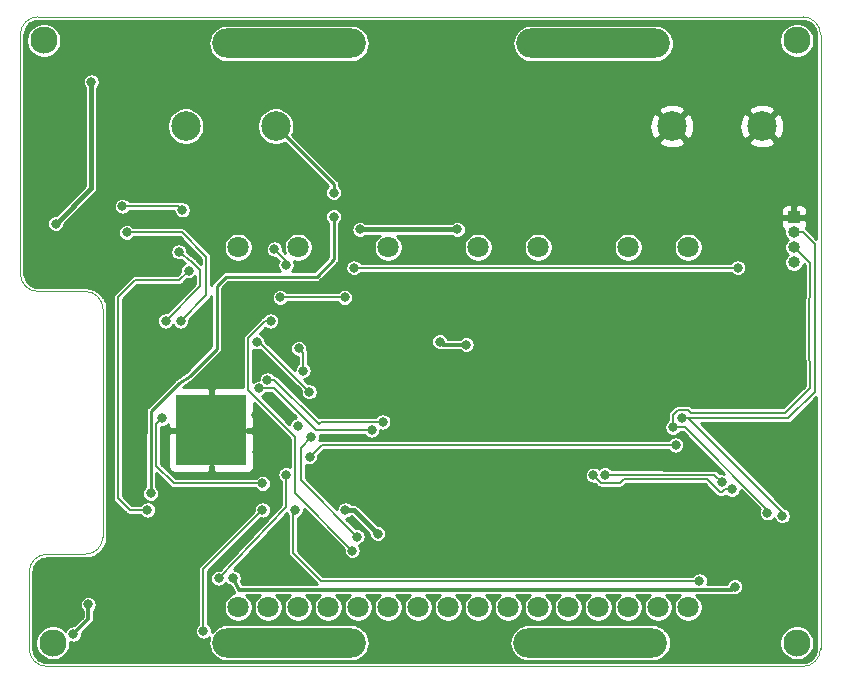
<source format=gbr>
%TF.GenerationSoftware,KiCad,Pcbnew,(5.1.0-0)*%
%TF.CreationDate,2019-05-08T03:50:09+02:00*%
%TF.ProjectId,VFD_Watch,5646445f-5761-4746-9368-2e6b69636164,rev?*%
%TF.SameCoordinates,Original*%
%TF.FileFunction,Copper,L2,Bot*%
%TF.FilePolarity,Positive*%
%FSLAX46Y46*%
G04 Gerber Fmt 4.6, Leading zero omitted, Abs format (unit mm)*
G04 Created by KiCad (PCBNEW (5.1.0-0)) date 2019-05-08 03:50:09*
%MOMM*%
%LPD*%
G04 APERTURE LIST*
%ADD10C,0.050000*%
%ADD11C,0.150000*%
%ADD12O,13.000000X2.500000*%
%ADD13C,1.800000*%
%ADD14C,0.800000*%
%ADD15R,6.000000X6.000000*%
%ADD16O,1.000000X1.000000*%
%ADD17R,1.000000X1.000000*%
%ADD18C,2.300000*%
%ADD19C,2.500000*%
%ADD20C,0.300000*%
%ADD21C,0.250000*%
%ADD22C,0.400000*%
%ADD23C,0.200000*%
%ADD24C,0.254000*%
G04 APERTURE END LIST*
D10*
X93750000Y-117000000D02*
G75*
G02X92250000Y-118500000I-1500000J0D01*
G01*
X92250000Y-96250000D02*
G75*
G02X93750000Y-97750000I0J-1500000D01*
G01*
X88250000Y-96250000D02*
G75*
G02X86750000Y-94750000I0J1500000D01*
G01*
X87500000Y-120000000D02*
G75*
G02X89000000Y-118500000I1500000J0D01*
G01*
X89000000Y-128000000D02*
G75*
G02X87500000Y-126500000I0J1500000D01*
G01*
X154500000Y-126500000D02*
G75*
G02X153000000Y-128000000I-1500000J0D01*
G01*
X153000000Y-73000000D02*
G75*
G02X154500000Y-74500000I0J-1500000D01*
G01*
X86750000Y-74500000D02*
G75*
G02X88250000Y-73000000I1500000J0D01*
G01*
X87500000Y-120000000D02*
X87500000Y-126500000D01*
X92250000Y-118500000D02*
X89000000Y-118500000D01*
X93750000Y-97750000D02*
X93750000Y-117000000D01*
X88250000Y-96250000D02*
X92250000Y-96250000D01*
X86750000Y-76750000D02*
X86750000Y-94750000D01*
X86750000Y-74500000D02*
X86750000Y-76750000D01*
X153000000Y-73000000D02*
X88250000Y-73000000D01*
X154500000Y-74500000D02*
X154500000Y-126500000D01*
X89000000Y-128000000D02*
X153000000Y-128000000D01*
D11*
X140500000Y-76000000D02*
X130000000Y-76000000D01*
X130000000Y-74500000D02*
X140500000Y-74500000D01*
X140500000Y-74500000D02*
G75*
G02X140500000Y-76000000I0J-750000D01*
G01*
X130000000Y-76000000D02*
G75*
G02X130000000Y-74500000I0J750000D01*
G01*
X114750000Y-76000000D02*
X104250000Y-76000000D01*
X104250000Y-74500000D02*
X114750000Y-74500000D01*
X114750000Y-74500000D02*
G75*
G02X114750000Y-76000000I0J-750000D01*
G01*
X104250000Y-76000000D02*
G75*
G02X104250000Y-74500000I0J750000D01*
G01*
X140250000Y-126750000D02*
X129750000Y-126750000D01*
X129750000Y-125250000D02*
X140250000Y-125250000D01*
X140250000Y-125250000D02*
G75*
G02X140250000Y-126750000I0J-750000D01*
G01*
X129750000Y-126750000D02*
G75*
G02X129750000Y-125250000I0J750000D01*
G01*
X114750000Y-126750000D02*
X104250000Y-126750000D01*
X104250000Y-125250000D02*
X114750000Y-125250000D01*
X114750000Y-125250000D02*
G75*
G02X114750000Y-126750000I0J-750000D01*
G01*
X104250000Y-126750000D02*
G75*
G02X104250000Y-125250000I0J750000D01*
G01*
D12*
X135250000Y-75250000D03*
X109500000Y-75250000D03*
X135000000Y-126000000D03*
X109500000Y-126000000D03*
D13*
X105200000Y-92510000D03*
X110280000Y-92510000D03*
X117900000Y-92510000D03*
X125520000Y-92510000D03*
X130600000Y-92510000D03*
X138220000Y-92510000D03*
X143300000Y-92510000D03*
X143300000Y-122990000D03*
X140760000Y-122990000D03*
X138220000Y-122990000D03*
X135680000Y-122990000D03*
X133140000Y-122990000D03*
X130600000Y-122990000D03*
X128060000Y-122990000D03*
X125520000Y-122990000D03*
X122980000Y-122990000D03*
X120440000Y-122990000D03*
X117900000Y-122990000D03*
X115360000Y-122990000D03*
X112820000Y-122990000D03*
X110280000Y-122990000D03*
X107740000Y-122990000D03*
X105200000Y-122990000D03*
D14*
X104945000Y-105972000D03*
X104945000Y-106988000D03*
X104945000Y-108004000D03*
X104945000Y-109020000D03*
X104945000Y-110036000D03*
X103929000Y-105972000D03*
X103929000Y-106988000D03*
X103929000Y-108004000D03*
X103929000Y-109020000D03*
X103929000Y-110036000D03*
X102913000Y-110036000D03*
X102913000Y-109020000D03*
X102913000Y-108004000D03*
X102913000Y-106988000D03*
X102913000Y-105972000D03*
X101897000Y-105972000D03*
X101897000Y-106988000D03*
X101897000Y-108004000D03*
X101897000Y-109020000D03*
X101897000Y-110036000D03*
X100881000Y-110036000D03*
X100881000Y-109020000D03*
X100881000Y-108004000D03*
X100881000Y-106988000D03*
X100881000Y-105972000D03*
D15*
X102913000Y-108004000D03*
X102913000Y-108004000D03*
D16*
X152250000Y-93790000D03*
X152250000Y-92520000D03*
X152250000Y-91250000D03*
D17*
X152250000Y-89980000D03*
D18*
X152500000Y-75000000D03*
X88750000Y-75000000D03*
X152500000Y-126000000D03*
X89500000Y-126000000D03*
D19*
X108370000Y-82250000D03*
X100750000Y-82250000D03*
X141900000Y-82250000D03*
X149520000Y-82250000D03*
D14*
X110250000Y-107625000D03*
X124500000Y-100750000D03*
X122250000Y-100500000D03*
X113284000Y-87884000D03*
X148000000Y-123750000D03*
X142250000Y-126000000D03*
X153000000Y-123750000D03*
X147000000Y-103000000D03*
X148500000Y-103000000D03*
X148250000Y-99750000D03*
X151000000Y-99750000D03*
X140500000Y-105750000D03*
X132750000Y-105750000D03*
X136750000Y-105750000D03*
X126500000Y-106000000D03*
X117500000Y-111500000D03*
X117500000Y-115000000D03*
X116000000Y-111500000D03*
X101250000Y-119000000D03*
X106250000Y-118750000D03*
X92750000Y-119500000D03*
X92750000Y-121000000D03*
X90750000Y-121500000D03*
X96500000Y-125500000D03*
X96750000Y-111000000D03*
X96750000Y-107500000D03*
X102250000Y-114000000D03*
X98000000Y-104750000D03*
X98000000Y-101750000D03*
X104500000Y-101500000D03*
X88250000Y-88500000D03*
X96000000Y-75250000D03*
X122500000Y-75250000D03*
X146750000Y-75000000D03*
X134500000Y-86000000D03*
X125500000Y-88500000D03*
X130500000Y-88250000D03*
X125500000Y-83250000D03*
X94750000Y-84250000D03*
X97000000Y-80250000D03*
X97000000Y-82750000D03*
X97000000Y-85250000D03*
X99750000Y-87500000D03*
X105500000Y-86250000D03*
X110250000Y-86250000D03*
X114500000Y-86250000D03*
X111500000Y-94250000D03*
X115250000Y-92500000D03*
X91000000Y-90750000D03*
X93750000Y-91000000D03*
X95500000Y-94000000D03*
X88750000Y-95500000D03*
X92750000Y-95500000D03*
X145750000Y-87000000D03*
X147750000Y-96500000D03*
X152250000Y-95750000D03*
X127000000Y-126250000D03*
X117250000Y-124750000D03*
X116750000Y-127000000D03*
X123000000Y-125750000D03*
X101500000Y-126500000D03*
X98000000Y-123750000D03*
X148250000Y-125500000D03*
X151500000Y-119000000D03*
X148000000Y-114250000D03*
X149250000Y-111500000D03*
X152000000Y-111750000D03*
X153750000Y-107000000D03*
X103925000Y-94225000D03*
X128875000Y-118425000D03*
X95625000Y-120850000D03*
X106925000Y-91875000D03*
X143475000Y-119275000D03*
X147200000Y-119275000D03*
X133425000Y-111550000D03*
X129375000Y-111550000D03*
X90550000Y-84300000D03*
X104100000Y-121725000D03*
X96725000Y-109225000D03*
X108475010Y-109450000D03*
X108475010Y-105725000D03*
X106750000Y-109825000D03*
X106700000Y-106750000D03*
X113250000Y-113465000D03*
X99775000Y-94325000D03*
X96901000Y-87503000D03*
X92750000Y-78500000D03*
X89750000Y-90500000D03*
X123750000Y-91000000D03*
X115500000Y-91000000D03*
X92500000Y-122750000D03*
X91250000Y-125250000D03*
X114250000Y-114750000D03*
X117000000Y-116750000D03*
X101000000Y-94500000D03*
X97500000Y-114750000D03*
X103530331Y-120530331D03*
X110315362Y-101065362D03*
X109250000Y-94000000D03*
X108239522Y-92663201D03*
X110696733Y-102946733D03*
X109250000Y-111750000D03*
X147250000Y-121250000D03*
X104750000Y-120500000D03*
X95377000Y-89027000D03*
X100457000Y-89346000D03*
X114200000Y-96750000D03*
X108750000Y-96750000D03*
X115000000Y-94250000D03*
X147500000Y-94250000D03*
X102250000Y-125000000D03*
X107250000Y-114750000D03*
X144250000Y-120750000D03*
X110000000Y-114750000D03*
X114850354Y-118194235D03*
X107950000Y-98750000D03*
X111387492Y-108598823D03*
X111200000Y-104750000D03*
X106750000Y-100500000D03*
X115250000Y-117000000D03*
X99060000Y-98750000D03*
X100175000Y-92900000D03*
X95750000Y-91250000D03*
X100330000Y-98750000D03*
X106940362Y-104440362D03*
X116500000Y-108000000D03*
X142000000Y-107750000D03*
X150000000Y-115000000D03*
X107647469Y-103733253D03*
X117448685Y-107300000D03*
X142750000Y-107000000D03*
X151250000Y-115250000D03*
X142250000Y-109250000D03*
X111250000Y-110250000D03*
X107250000Y-112500000D03*
X98750000Y-107000000D03*
X146119975Y-112369975D03*
X136250000Y-111750000D03*
X147000000Y-113000000D03*
X135250000Y-111800000D03*
X97790686Y-113340686D03*
X113284000Y-89916000D03*
D20*
X122500000Y-100750000D02*
X122250000Y-100500000D01*
X124500000Y-100750000D02*
X122500000Y-100750000D01*
D21*
X113284000Y-87164000D02*
X108370000Y-82250000D01*
X113284000Y-87884000D02*
X113284000Y-87164000D01*
D22*
X92750000Y-87500000D02*
X89750000Y-90500000D01*
X92750000Y-78500000D02*
X92750000Y-87500000D01*
X123750000Y-91000000D02*
X115500000Y-91000000D01*
D20*
X92500000Y-124000000D02*
X91250000Y-125250000D01*
X92500000Y-122750000D02*
X92500000Y-124000000D01*
D22*
X115000000Y-114750000D02*
X117000000Y-116750000D01*
X114250000Y-114750000D02*
X115000000Y-114750000D01*
D23*
X95000000Y-113750000D02*
X96000000Y-114750000D01*
X96000000Y-114750000D02*
X97500000Y-114750000D01*
X95000000Y-96750000D02*
X95000000Y-113750000D01*
X96475000Y-95275000D02*
X95000000Y-96750000D01*
X100225000Y-95275000D02*
X96475000Y-95275000D01*
X101000000Y-94500000D02*
X100225000Y-95275000D01*
X109250000Y-93673679D02*
X108239522Y-92663201D01*
X109250000Y-94000000D02*
X109250000Y-93673679D01*
X110696733Y-101446733D02*
X110315362Y-101065362D01*
X110696733Y-102946733D02*
X110696733Y-101446733D01*
X109250000Y-114500000D02*
X103530331Y-120530331D01*
X109250000Y-111750000D02*
X109250000Y-114500000D01*
D20*
X147000000Y-121500000D02*
X147250000Y-121250000D01*
X105250000Y-121500000D02*
X147000000Y-121500000D01*
X104750000Y-120500000D02*
X105250000Y-121500000D01*
D23*
X100138000Y-89027000D02*
X100457000Y-89346000D01*
X95377000Y-89027000D02*
X100138000Y-89027000D01*
X114200000Y-96750000D02*
X108750000Y-96750000D01*
X147500000Y-94250000D02*
X115000000Y-94250000D01*
X102250000Y-119750000D02*
X107250000Y-114750000D01*
X102250000Y-125000000D02*
X102250000Y-119750000D01*
X144250000Y-120750000D02*
X114000000Y-120750000D01*
X112190664Y-120750000D02*
X109838886Y-118398222D01*
X114000000Y-120750000D02*
X112190664Y-120750000D01*
X109838886Y-114911114D02*
X110000000Y-114750000D01*
X109838886Y-118398222D02*
X109838886Y-114911114D01*
X106049999Y-104586001D02*
X106049999Y-100163999D01*
X114850354Y-118194235D02*
X110000000Y-113343881D01*
X106049999Y-100163999D02*
X107463998Y-98750000D01*
X110000000Y-108536002D02*
X106049999Y-104586001D01*
X107463998Y-98750000D02*
X107950000Y-98750000D01*
X110000000Y-113343881D02*
X110000000Y-108536002D01*
X106950000Y-100500000D02*
X106750000Y-100500000D01*
X111200000Y-104750000D02*
X106950000Y-100500000D01*
X110500000Y-112250000D02*
X110500000Y-109486315D01*
X110500000Y-109486315D02*
X111387492Y-108598823D01*
X115250000Y-117000000D02*
X110500000Y-112250000D01*
X102000000Y-94463998D02*
X102000000Y-95810000D01*
X100175000Y-92900000D02*
X101286002Y-93750000D01*
X102000000Y-95810000D02*
X99060000Y-98750000D01*
X101286002Y-93750000D02*
X102000000Y-94463998D01*
X102500000Y-96580000D02*
X100330000Y-98750000D01*
X102500000Y-93300000D02*
X102500000Y-96580000D01*
X100450000Y-91250000D02*
X102500000Y-93300000D01*
X95750000Y-91250000D02*
X100450000Y-91250000D01*
X106940362Y-104440362D02*
X108190362Y-104440362D01*
X111750000Y-108000000D02*
X116500000Y-108000000D01*
X108190362Y-104440362D02*
X111750000Y-108000000D01*
X150000000Y-114750000D02*
X150000000Y-115000000D01*
X143000000Y-107750000D02*
X150000000Y-114750000D01*
X142000000Y-107750000D02*
X143000000Y-107750000D01*
X142000000Y-106713998D02*
X142413999Y-106299999D01*
X142000000Y-107750000D02*
X142000000Y-106713998D01*
X151500000Y-106500000D02*
X153599989Y-104400011D01*
X143299999Y-106299999D02*
X143500000Y-106500000D01*
X153599989Y-93869989D02*
X152749999Y-93019999D01*
X153599989Y-104400011D02*
X153500000Y-99750000D01*
X142413999Y-106299999D02*
X143299999Y-106299999D01*
X143500000Y-106500000D02*
X151500000Y-106500000D01*
X152749999Y-93019999D02*
X152250000Y-92520000D01*
X153500000Y-99750000D02*
X153599989Y-93869989D01*
X107647469Y-103733253D02*
X108233253Y-103733253D01*
X108233253Y-103733253D02*
X112000000Y-107500000D01*
X112200000Y-107300000D02*
X117448685Y-107300000D01*
X112000000Y-107500000D02*
X112200000Y-107300000D01*
X151250000Y-114934315D02*
X151250000Y-115250000D01*
X143315685Y-107000000D02*
X151250000Y-114934315D01*
X142750000Y-107000000D02*
X143315685Y-107000000D01*
X154000000Y-104750000D02*
X151750000Y-107000000D01*
X154000000Y-92250000D02*
X154000000Y-104750000D01*
X151750000Y-107000000D02*
X143315685Y-107000000D01*
X153000000Y-91250000D02*
X154000000Y-92250000D01*
X152250000Y-91250000D02*
X153000000Y-91250000D01*
X112250000Y-109250000D02*
X111250000Y-110250000D01*
X142250000Y-109250000D02*
X112250000Y-109250000D01*
X98250000Y-111000000D02*
X99750000Y-112500000D01*
X98250000Y-107500000D02*
X98250000Y-111000000D01*
X99750000Y-112500000D02*
X107250000Y-112500000D01*
X98750000Y-107000000D02*
X98250000Y-107500000D01*
X145514049Y-111764049D02*
X146119975Y-112369975D01*
X136250000Y-111750000D02*
X145514049Y-111764049D01*
X135900001Y-112450001D02*
X135250000Y-111800000D01*
X137549999Y-112450001D02*
X135900001Y-112450001D01*
X137836852Y-112163148D02*
X137549999Y-112450001D01*
X146000000Y-113250000D02*
X144913148Y-112163148D01*
X144913148Y-112163148D02*
X137836852Y-112163148D01*
X146184315Y-113250000D02*
X146000000Y-113250000D01*
X146434315Y-113000000D02*
X146184315Y-113250000D01*
X147000000Y-113000000D02*
X146434315Y-113000000D01*
D21*
X97790686Y-111210348D02*
X97790686Y-113340686D01*
X97790000Y-110236000D02*
X97790686Y-111210348D01*
X97824990Y-106391010D02*
X97790000Y-110236000D01*
X100191001Y-104024999D02*
X97824990Y-106391010D01*
X101092000Y-103378000D02*
X100191001Y-104024999D01*
X103378000Y-101092000D02*
X101092000Y-103378000D01*
X113284000Y-89916000D02*
X113284000Y-93539002D01*
X103378000Y-95758000D02*
X103378000Y-101092000D01*
X104140000Y-94996000D02*
X103378000Y-95758000D01*
X111827002Y-94996000D02*
X104140000Y-94996000D01*
X113284000Y-93539002D02*
X111827002Y-94996000D01*
D24*
G36*
X153222655Y-73375519D02*
G01*
X153436826Y-73440181D01*
X153634359Y-73545212D01*
X153807728Y-73686608D01*
X153950336Y-73858992D01*
X154056743Y-74055787D01*
X154122899Y-74269500D01*
X154148000Y-74508330D01*
X154148000Y-91794131D01*
X153316768Y-90962900D01*
X153303395Y-90946605D01*
X153238376Y-90893245D01*
X153234168Y-90890996D01*
X153280537Y-90834494D01*
X153339502Y-90724180D01*
X153375812Y-90604482D01*
X153388072Y-90480000D01*
X153385000Y-90265750D01*
X153226250Y-90107000D01*
X152377000Y-90107000D01*
X152377000Y-90127000D01*
X152123000Y-90127000D01*
X152123000Y-90107000D01*
X151273750Y-90107000D01*
X151115000Y-90265750D01*
X151111928Y-90480000D01*
X151124188Y-90604482D01*
X151160498Y-90724180D01*
X151219463Y-90834494D01*
X151298815Y-90931185D01*
X151395506Y-91010537D01*
X151449649Y-91039477D01*
X151434966Y-91087880D01*
X151418999Y-91250000D01*
X151434966Y-91412120D01*
X151482255Y-91568010D01*
X151559048Y-91711679D01*
X151662394Y-91837606D01*
X151720144Y-91885000D01*
X151662394Y-91932394D01*
X151559048Y-92058321D01*
X151482255Y-92201990D01*
X151434966Y-92357880D01*
X151418999Y-92520000D01*
X151434966Y-92682120D01*
X151482255Y-92838010D01*
X151559048Y-92981679D01*
X151662394Y-93107606D01*
X151720144Y-93155000D01*
X151662394Y-93202394D01*
X151559048Y-93328321D01*
X151482255Y-93471990D01*
X151434966Y-93627880D01*
X151418999Y-93790000D01*
X151434966Y-93952120D01*
X151482255Y-94108010D01*
X151559048Y-94251679D01*
X151662394Y-94377606D01*
X151788321Y-94480952D01*
X151931990Y-94557745D01*
X152087880Y-94605034D01*
X152209376Y-94617000D01*
X152290624Y-94617000D01*
X152412120Y-94605034D01*
X152568010Y-94557745D01*
X152711679Y-94480952D01*
X152837606Y-94377606D01*
X152940952Y-94251679D01*
X153017745Y-94108010D01*
X153065034Y-93952120D01*
X153066219Y-93940088D01*
X153169972Y-94043841D01*
X153073280Y-99729986D01*
X153072648Y-99738207D01*
X153072923Y-99750977D01*
X153072706Y-99763714D01*
X153073373Y-99771911D01*
X153169170Y-104226962D01*
X151323132Y-106073000D01*
X143676868Y-106073000D01*
X143616767Y-106012899D01*
X143603394Y-105996604D01*
X143538375Y-105943244D01*
X143464195Y-105903594D01*
X143383706Y-105879177D01*
X143320977Y-105872999D01*
X143320966Y-105872999D01*
X143299999Y-105870934D01*
X143279032Y-105872999D01*
X142434965Y-105872999D01*
X142413998Y-105870934D01*
X142393031Y-105872999D01*
X142393021Y-105872999D01*
X142330292Y-105879177D01*
X142249803Y-105903594D01*
X142215272Y-105922051D01*
X142175622Y-105943244D01*
X142126898Y-105983231D01*
X142126894Y-105983235D01*
X142110604Y-105996604D01*
X142097235Y-106012894D01*
X141712895Y-106397235D01*
X141696606Y-106410603D01*
X141683237Y-106426893D01*
X141683232Y-106426898D01*
X141643245Y-106475622D01*
X141624026Y-106511580D01*
X141603596Y-106549802D01*
X141587278Y-106603595D01*
X141579179Y-106630292D01*
X141570935Y-106713998D01*
X141573001Y-106734975D01*
X141573001Y-107160956D01*
X141536564Y-107185302D01*
X141435302Y-107286564D01*
X141355741Y-107405636D01*
X141300938Y-107537942D01*
X141273000Y-107678397D01*
X141273000Y-107821603D01*
X141300938Y-107962058D01*
X141355741Y-108094364D01*
X141435302Y-108213436D01*
X141536564Y-108314698D01*
X141655636Y-108394259D01*
X141787942Y-108449062D01*
X141928397Y-108477000D01*
X142071603Y-108477000D01*
X142212058Y-108449062D01*
X142344364Y-108394259D01*
X142463436Y-108314698D01*
X142564698Y-108213436D01*
X142589044Y-108177000D01*
X142823132Y-108177000D01*
X146313323Y-111667191D01*
X146191578Y-111642975D01*
X146048372Y-111642975D01*
X146005392Y-111651524D01*
X145831045Y-111477177D01*
X145817904Y-111461115D01*
X145801380Y-111447512D01*
X145801149Y-111447281D01*
X145785150Y-111434151D01*
X145752966Y-111407656D01*
X145752678Y-111407501D01*
X145752425Y-111407294D01*
X145715752Y-111387692D01*
X145678846Y-111367894D01*
X145678531Y-111367798D01*
X145678245Y-111367645D01*
X145638668Y-111355639D01*
X145598394Y-111343355D01*
X145598065Y-111343322D01*
X145597755Y-111343228D01*
X145556476Y-111339163D01*
X145535674Y-111337082D01*
X145535346Y-111337082D01*
X145514049Y-111334984D01*
X145493398Y-111337018D01*
X136839641Y-111323894D01*
X136814698Y-111286564D01*
X136713436Y-111185302D01*
X136594364Y-111105741D01*
X136462058Y-111050938D01*
X136321603Y-111023000D01*
X136178397Y-111023000D01*
X136037942Y-111050938D01*
X135905636Y-111105741D01*
X135786564Y-111185302D01*
X135725000Y-111246866D01*
X135713436Y-111235302D01*
X135594364Y-111155741D01*
X135462058Y-111100938D01*
X135321603Y-111073000D01*
X135178397Y-111073000D01*
X135037942Y-111100938D01*
X134905636Y-111155741D01*
X134786564Y-111235302D01*
X134685302Y-111336564D01*
X134605741Y-111455636D01*
X134550938Y-111587942D01*
X134523000Y-111728397D01*
X134523000Y-111871603D01*
X134550938Y-112012058D01*
X134605741Y-112144364D01*
X134685302Y-112263436D01*
X134786564Y-112364698D01*
X134905636Y-112444259D01*
X135037942Y-112499062D01*
X135178397Y-112527000D01*
X135321603Y-112527000D01*
X135364582Y-112518451D01*
X135583242Y-112737111D01*
X135596606Y-112753396D01*
X135612890Y-112766760D01*
X135612899Y-112766769D01*
X135661624Y-112806756D01*
X135680356Y-112816768D01*
X135735805Y-112846406D01*
X135816294Y-112870823D01*
X135879023Y-112877001D01*
X135879033Y-112877001D01*
X135900000Y-112879066D01*
X135920967Y-112877001D01*
X137529032Y-112877001D01*
X137549999Y-112879066D01*
X137570966Y-112877001D01*
X137570977Y-112877001D01*
X137633706Y-112870823D01*
X137714195Y-112846406D01*
X137788375Y-112806756D01*
X137853394Y-112753396D01*
X137866767Y-112737101D01*
X138013720Y-112590148D01*
X144736280Y-112590148D01*
X145683236Y-113537105D01*
X145696605Y-113553395D01*
X145712895Y-113566764D01*
X145712899Y-113566768D01*
X145761623Y-113606755D01*
X145801273Y-113627948D01*
X145835804Y-113646405D01*
X145916293Y-113670822D01*
X145979022Y-113677000D01*
X145979033Y-113677000D01*
X146000000Y-113679065D01*
X146020967Y-113677000D01*
X146163348Y-113677000D01*
X146184315Y-113679065D01*
X146205282Y-113677000D01*
X146205293Y-113677000D01*
X146268022Y-113670822D01*
X146348511Y-113646405D01*
X146422691Y-113606755D01*
X146487710Y-113553395D01*
X146501083Y-113537100D01*
X146505025Y-113533159D01*
X146536564Y-113564698D01*
X146655636Y-113644259D01*
X146787942Y-113699062D01*
X146928397Y-113727000D01*
X147071603Y-113727000D01*
X147212058Y-113699062D01*
X147344364Y-113644259D01*
X147463436Y-113564698D01*
X147564698Y-113463436D01*
X147644259Y-113344364D01*
X147699062Y-113212058D01*
X147725463Y-113079331D01*
X149339932Y-114693801D01*
X149300938Y-114787942D01*
X149273000Y-114928397D01*
X149273000Y-115071603D01*
X149300938Y-115212058D01*
X149355741Y-115344364D01*
X149435302Y-115463436D01*
X149536564Y-115564698D01*
X149655636Y-115644259D01*
X149787942Y-115699062D01*
X149928397Y-115727000D01*
X150071603Y-115727000D01*
X150212058Y-115699062D01*
X150344364Y-115644259D01*
X150463436Y-115564698D01*
X150555372Y-115472762D01*
X150605741Y-115594364D01*
X150685302Y-115713436D01*
X150786564Y-115814698D01*
X150905636Y-115894259D01*
X151037942Y-115949062D01*
X151178397Y-115977000D01*
X151321603Y-115977000D01*
X151462058Y-115949062D01*
X151594364Y-115894259D01*
X151713436Y-115814698D01*
X151814698Y-115713436D01*
X151894259Y-115594364D01*
X151949062Y-115462058D01*
X151977000Y-115321603D01*
X151977000Y-115178397D01*
X151949062Y-115037942D01*
X151894259Y-114905636D01*
X151814698Y-114786564D01*
X151713436Y-114685302D01*
X151594364Y-114605741D01*
X151476456Y-114556902D01*
X144346553Y-107427000D01*
X151729033Y-107427000D01*
X151750000Y-107429065D01*
X151770967Y-107427000D01*
X151770978Y-107427000D01*
X151833707Y-107420822D01*
X151914196Y-107396405D01*
X151988376Y-107356755D01*
X152053395Y-107303395D01*
X152066768Y-107287100D01*
X154148001Y-105205868D01*
X154148001Y-126482775D01*
X154124481Y-126722654D01*
X154059818Y-126936827D01*
X153954789Y-127134357D01*
X153813392Y-127307728D01*
X153641008Y-127450336D01*
X153444213Y-127556743D01*
X153230500Y-127622899D01*
X152991671Y-127648000D01*
X89017215Y-127648000D01*
X88777346Y-127624481D01*
X88563173Y-127559818D01*
X88365643Y-127454789D01*
X88192272Y-127313392D01*
X88049664Y-127141008D01*
X87943257Y-126944213D01*
X87877101Y-126730500D01*
X87852000Y-126491671D01*
X87852000Y-125854528D01*
X88023000Y-125854528D01*
X88023000Y-126145472D01*
X88079760Y-126430825D01*
X88191099Y-126699622D01*
X88352739Y-126941533D01*
X88558467Y-127147261D01*
X88800378Y-127308901D01*
X89069175Y-127420240D01*
X89354528Y-127477000D01*
X89645472Y-127477000D01*
X89930825Y-127420240D01*
X90199622Y-127308901D01*
X90441533Y-127147261D01*
X90647261Y-126941533D01*
X90808901Y-126699622D01*
X90920240Y-126430825D01*
X90977000Y-126145472D01*
X90977000Y-125923819D01*
X91037942Y-125949062D01*
X91178397Y-125977000D01*
X91321603Y-125977000D01*
X91462058Y-125949062D01*
X91594364Y-125894259D01*
X91713436Y-125814698D01*
X91814698Y-125713436D01*
X91894259Y-125594364D01*
X91949062Y-125462058D01*
X91977000Y-125321603D01*
X91977000Y-125197579D01*
X92246182Y-124928397D01*
X101523000Y-124928397D01*
X101523000Y-125071603D01*
X101550938Y-125212058D01*
X101605741Y-125344364D01*
X101685302Y-125463436D01*
X101786564Y-125564698D01*
X101905636Y-125644259D01*
X102037942Y-125699062D01*
X102178397Y-125727000D01*
X102321603Y-125727000D01*
X102462058Y-125699062D01*
X102594364Y-125644259D01*
X102713436Y-125564698D01*
X102743079Y-125535055D01*
X102695818Y-125690854D01*
X102665370Y-126000000D01*
X102695818Y-126309146D01*
X102785993Y-126606412D01*
X102932428Y-126880373D01*
X103129497Y-127120503D01*
X103369627Y-127317572D01*
X103643588Y-127464007D01*
X103940854Y-127554182D01*
X104172531Y-127577000D01*
X114827469Y-127577000D01*
X115059146Y-127554182D01*
X115356412Y-127464007D01*
X115630373Y-127317572D01*
X115870503Y-127120503D01*
X116067572Y-126880373D01*
X116214007Y-126606412D01*
X116304182Y-126309146D01*
X116334630Y-126000000D01*
X128165370Y-126000000D01*
X128195818Y-126309146D01*
X128285993Y-126606412D01*
X128432428Y-126880373D01*
X128629497Y-127120503D01*
X128869627Y-127317572D01*
X129143588Y-127464007D01*
X129440854Y-127554182D01*
X129672531Y-127577000D01*
X140327469Y-127577000D01*
X140559146Y-127554182D01*
X140856412Y-127464007D01*
X141130373Y-127317572D01*
X141370503Y-127120503D01*
X141567572Y-126880373D01*
X141714007Y-126606412D01*
X141804182Y-126309146D01*
X141834630Y-126000000D01*
X141820303Y-125854528D01*
X151023000Y-125854528D01*
X151023000Y-126145472D01*
X151079760Y-126430825D01*
X151191099Y-126699622D01*
X151352739Y-126941533D01*
X151558467Y-127147261D01*
X151800378Y-127308901D01*
X152069175Y-127420240D01*
X152354528Y-127477000D01*
X152645472Y-127477000D01*
X152930825Y-127420240D01*
X153199622Y-127308901D01*
X153441533Y-127147261D01*
X153647261Y-126941533D01*
X153808901Y-126699622D01*
X153920240Y-126430825D01*
X153977000Y-126145472D01*
X153977000Y-125854528D01*
X153920240Y-125569175D01*
X153808901Y-125300378D01*
X153647261Y-125058467D01*
X153441533Y-124852739D01*
X153199622Y-124691099D01*
X152930825Y-124579760D01*
X152645472Y-124523000D01*
X152354528Y-124523000D01*
X152069175Y-124579760D01*
X151800378Y-124691099D01*
X151558467Y-124852739D01*
X151352739Y-125058467D01*
X151191099Y-125300378D01*
X151079760Y-125569175D01*
X151023000Y-125854528D01*
X141820303Y-125854528D01*
X141804182Y-125690854D01*
X141714007Y-125393588D01*
X141567572Y-125119627D01*
X141370503Y-124879497D01*
X141130373Y-124682428D01*
X140856412Y-124535993D01*
X140559146Y-124445818D01*
X140327469Y-124423000D01*
X129672531Y-124423000D01*
X129440854Y-124445818D01*
X129143588Y-124535993D01*
X128869627Y-124682428D01*
X128629497Y-124879497D01*
X128432428Y-125119627D01*
X128285993Y-125393588D01*
X128195818Y-125690854D01*
X128165370Y-126000000D01*
X116334630Y-126000000D01*
X116304182Y-125690854D01*
X116214007Y-125393588D01*
X116067572Y-125119627D01*
X115870503Y-124879497D01*
X115630373Y-124682428D01*
X115356412Y-124535993D01*
X115059146Y-124445818D01*
X114827469Y-124423000D01*
X104172531Y-124423000D01*
X103940854Y-124445818D01*
X103643588Y-124535993D01*
X103369627Y-124682428D01*
X103129497Y-124879497D01*
X102977000Y-125065316D01*
X102977000Y-124928397D01*
X102949062Y-124787942D01*
X102894259Y-124655636D01*
X102814698Y-124536564D01*
X102713436Y-124435302D01*
X102677000Y-124410956D01*
X102677000Y-119926868D01*
X107135418Y-115468451D01*
X107178397Y-115477000D01*
X107321603Y-115477000D01*
X107462058Y-115449062D01*
X107594364Y-115394259D01*
X107713436Y-115314698D01*
X107814698Y-115213436D01*
X107894259Y-115094364D01*
X107949062Y-114962058D01*
X107977000Y-114821603D01*
X107977000Y-114678397D01*
X107949062Y-114537942D01*
X107894259Y-114405636D01*
X107814698Y-114286564D01*
X107713436Y-114185302D01*
X107594364Y-114105741D01*
X107462058Y-114050938D01*
X107321603Y-114023000D01*
X107178397Y-114023000D01*
X107037942Y-114050938D01*
X106905636Y-114105741D01*
X106786564Y-114185302D01*
X106685302Y-114286564D01*
X106605741Y-114405636D01*
X106550938Y-114537942D01*
X106523000Y-114678397D01*
X106523000Y-114821603D01*
X106531549Y-114864582D01*
X101962896Y-119433236D01*
X101946606Y-119446605D01*
X101933237Y-119462895D01*
X101933232Y-119462900D01*
X101893245Y-119511624D01*
X101853596Y-119585804D01*
X101833184Y-119653093D01*
X101829179Y-119666294D01*
X101820935Y-119750000D01*
X101823001Y-119770977D01*
X101823000Y-124410956D01*
X101786564Y-124435302D01*
X101685302Y-124536564D01*
X101605741Y-124655636D01*
X101550938Y-124787942D01*
X101523000Y-124928397D01*
X92246182Y-124928397D01*
X92820729Y-124353851D01*
X92838921Y-124338921D01*
X92898529Y-124266289D01*
X92942822Y-124183423D01*
X92970097Y-124093508D01*
X92977000Y-124023423D01*
X92977000Y-124023415D01*
X92979306Y-124000000D01*
X92977000Y-123976585D01*
X92977000Y-123301134D01*
X93064698Y-123213436D01*
X93144259Y-123094364D01*
X93199062Y-122962058D01*
X93227000Y-122821603D01*
X93227000Y-122678397D01*
X93199062Y-122537942D01*
X93144259Y-122405636D01*
X93064698Y-122286564D01*
X92963436Y-122185302D01*
X92844364Y-122105741D01*
X92712058Y-122050938D01*
X92571603Y-122023000D01*
X92428397Y-122023000D01*
X92287942Y-122050938D01*
X92155636Y-122105741D01*
X92036564Y-122185302D01*
X91935302Y-122286564D01*
X91855741Y-122405636D01*
X91800938Y-122537942D01*
X91773000Y-122678397D01*
X91773000Y-122821603D01*
X91800938Y-122962058D01*
X91855741Y-123094364D01*
X91935302Y-123213436D01*
X92023000Y-123301134D01*
X92023001Y-123802419D01*
X91302421Y-124523000D01*
X91178397Y-124523000D01*
X91037942Y-124550938D01*
X90905636Y-124605741D01*
X90786564Y-124685302D01*
X90685302Y-124786564D01*
X90605741Y-124905636D01*
X90573139Y-124984345D01*
X90441533Y-124852739D01*
X90199622Y-124691099D01*
X89930825Y-124579760D01*
X89645472Y-124523000D01*
X89354528Y-124523000D01*
X89069175Y-124579760D01*
X88800378Y-124691099D01*
X88558467Y-124852739D01*
X88352739Y-125058467D01*
X88191099Y-125300378D01*
X88079760Y-125569175D01*
X88023000Y-125854528D01*
X87852000Y-125854528D01*
X87852000Y-120017215D01*
X87875519Y-119777345D01*
X87940181Y-119563174D01*
X88045212Y-119365641D01*
X88186608Y-119192272D01*
X88358992Y-119049664D01*
X88555787Y-118943257D01*
X88769500Y-118877101D01*
X89008330Y-118852000D01*
X92267292Y-118852000D01*
X92283033Y-118850450D01*
X92292374Y-118850515D01*
X92297265Y-118850035D01*
X92588411Y-118819435D01*
X92619657Y-118813021D01*
X92651001Y-118807042D01*
X92655706Y-118805621D01*
X92935362Y-118719053D01*
X92964737Y-118706705D01*
X92994354Y-118694739D01*
X92998693Y-118692431D01*
X93256209Y-118553192D01*
X93282613Y-118535382D01*
X93309353Y-118517884D01*
X93313162Y-118514777D01*
X93538729Y-118328172D01*
X93561202Y-118305542D01*
X93584004Y-118283213D01*
X93587131Y-118279431D01*
X93587136Y-118279426D01*
X93587140Y-118279421D01*
X93772162Y-118052561D01*
X93789789Y-118026030D01*
X93807842Y-117999665D01*
X93810179Y-117995341D01*
X93947616Y-117736860D01*
X93959758Y-117707403D01*
X93972342Y-117678041D01*
X93973795Y-117673346D01*
X94058409Y-117393091D01*
X94064599Y-117361830D01*
X94071240Y-117330589D01*
X94071753Y-117325701D01*
X94100320Y-117034349D01*
X94102000Y-117017292D01*
X94102000Y-97732708D01*
X94100450Y-97716967D01*
X94100515Y-97707627D01*
X94100035Y-97702735D01*
X94069435Y-97411590D01*
X94063022Y-97380350D01*
X94057042Y-97348999D01*
X94055621Y-97344294D01*
X93969053Y-97064638D01*
X93956705Y-97035263D01*
X93944739Y-97005646D01*
X93942431Y-97001307D01*
X93806550Y-96750000D01*
X94570935Y-96750000D01*
X94573000Y-96770967D01*
X94573001Y-113729023D01*
X94570935Y-113750000D01*
X94579179Y-113833706D01*
X94603596Y-113914196D01*
X94643245Y-113988376D01*
X94683232Y-114037100D01*
X94683237Y-114037105D01*
X94696606Y-114053395D01*
X94712895Y-114066763D01*
X95683236Y-115037105D01*
X95696605Y-115053395D01*
X95712895Y-115066764D01*
X95712899Y-115066768D01*
X95761624Y-115106756D01*
X95835803Y-115146405D01*
X95845973Y-115149490D01*
X95916293Y-115170822D01*
X95979022Y-115177000D01*
X95979033Y-115177000D01*
X96000000Y-115179065D01*
X96020967Y-115177000D01*
X96910956Y-115177000D01*
X96935302Y-115213436D01*
X97036564Y-115314698D01*
X97155636Y-115394259D01*
X97287942Y-115449062D01*
X97428397Y-115477000D01*
X97571603Y-115477000D01*
X97712058Y-115449062D01*
X97844364Y-115394259D01*
X97963436Y-115314698D01*
X98064698Y-115213436D01*
X98144259Y-115094364D01*
X98199062Y-114962058D01*
X98227000Y-114821603D01*
X98227000Y-114678397D01*
X98199062Y-114537942D01*
X98144259Y-114405636D01*
X98064698Y-114286564D01*
X97963436Y-114185302D01*
X97844364Y-114105741D01*
X97752491Y-114067686D01*
X97862289Y-114067686D01*
X98002744Y-114039748D01*
X98135050Y-113984945D01*
X98254122Y-113905384D01*
X98355384Y-113804122D01*
X98434945Y-113685050D01*
X98489748Y-113552744D01*
X98517686Y-113412289D01*
X98517686Y-113269083D01*
X98489748Y-113128628D01*
X98434945Y-112996322D01*
X98355384Y-112877250D01*
X98254122Y-112775988D01*
X98242686Y-112768347D01*
X98242686Y-111596554D01*
X99433241Y-112787111D01*
X99446605Y-112803395D01*
X99462889Y-112816759D01*
X99462898Y-112816768D01*
X99511623Y-112856755D01*
X99537943Y-112870823D01*
X99585804Y-112896405D01*
X99666293Y-112920822D01*
X99729022Y-112927000D01*
X99729034Y-112927000D01*
X99749999Y-112929065D01*
X99770964Y-112927000D01*
X106660956Y-112927000D01*
X106685302Y-112963436D01*
X106786564Y-113064698D01*
X106905636Y-113144259D01*
X107037942Y-113199062D01*
X107178397Y-113227000D01*
X107321603Y-113227000D01*
X107462058Y-113199062D01*
X107594364Y-113144259D01*
X107713436Y-113064698D01*
X107814698Y-112963436D01*
X107894259Y-112844364D01*
X107949062Y-112712058D01*
X107977000Y-112571603D01*
X107977000Y-112428397D01*
X107949062Y-112287942D01*
X107894259Y-112155636D01*
X107814698Y-112036564D01*
X107713436Y-111935302D01*
X107594364Y-111855741D01*
X107462058Y-111800938D01*
X107321603Y-111773000D01*
X107178397Y-111773000D01*
X107037942Y-111800938D01*
X106905636Y-111855741D01*
X106786564Y-111935302D01*
X106685302Y-112036564D01*
X106660956Y-112073000D01*
X99926870Y-112073000D01*
X98677000Y-110823132D01*
X98677000Y-107726722D01*
X98678397Y-107727000D01*
X98821603Y-107727000D01*
X98962058Y-107699062D01*
X99094364Y-107644259D01*
X99213436Y-107564698D01*
X99277753Y-107500381D01*
X99278000Y-107718250D01*
X99436750Y-107877000D01*
X99849692Y-107877000D01*
X99847649Y-107886523D01*
X99844587Y-108090377D01*
X99852035Y-108131000D01*
X99436750Y-108131000D01*
X99278000Y-108289750D01*
X99274928Y-111004000D01*
X99287188Y-111128482D01*
X99323498Y-111248180D01*
X99382463Y-111358494D01*
X99461815Y-111455185D01*
X99558506Y-111534537D01*
X99668820Y-111593502D01*
X99788518Y-111629812D01*
X99913000Y-111642072D01*
X102627250Y-111639000D01*
X102786000Y-111480250D01*
X102786000Y-111067308D01*
X102795523Y-111069351D01*
X102999377Y-111072413D01*
X103040000Y-111064965D01*
X103040000Y-111480250D01*
X103198750Y-111639000D01*
X105913000Y-111642072D01*
X106037482Y-111629812D01*
X106157180Y-111593502D01*
X106267494Y-111534537D01*
X106364185Y-111455185D01*
X106443537Y-111358494D01*
X106502502Y-111248180D01*
X106538812Y-111128482D01*
X106551072Y-111004000D01*
X106548000Y-108289750D01*
X106389250Y-108131000D01*
X105976308Y-108131000D01*
X105978351Y-108121477D01*
X105981413Y-107917623D01*
X105973965Y-107877000D01*
X106389250Y-107877000D01*
X106548000Y-107718250D01*
X106550295Y-105690166D01*
X109573001Y-108712872D01*
X109573000Y-111096892D01*
X109462058Y-111050938D01*
X109321603Y-111023000D01*
X109178397Y-111023000D01*
X109037942Y-111050938D01*
X108905636Y-111105741D01*
X108786564Y-111185302D01*
X108685302Y-111286564D01*
X108605741Y-111405636D01*
X108550938Y-111537942D01*
X108523000Y-111678397D01*
X108523000Y-111821603D01*
X108550938Y-111962058D01*
X108605741Y-112094364D01*
X108685302Y-112213436D01*
X108786564Y-112314698D01*
X108823000Y-112339044D01*
X108823001Y-114329706D01*
X103626689Y-119808255D01*
X103601934Y-119803331D01*
X103458728Y-119803331D01*
X103318273Y-119831269D01*
X103185967Y-119886072D01*
X103066895Y-119965633D01*
X102965633Y-120066895D01*
X102886072Y-120185967D01*
X102831269Y-120318273D01*
X102803331Y-120458728D01*
X102803331Y-120601934D01*
X102831269Y-120742389D01*
X102886072Y-120874695D01*
X102965633Y-120993767D01*
X103066895Y-121095029D01*
X103185967Y-121174590D01*
X103318273Y-121229393D01*
X103458728Y-121257331D01*
X103601934Y-121257331D01*
X103742389Y-121229393D01*
X103874695Y-121174590D01*
X103993767Y-121095029D01*
X104095029Y-120993767D01*
X104150299Y-120911050D01*
X104185302Y-120963436D01*
X104286564Y-121064698D01*
X104405636Y-121144259D01*
X104537942Y-121199062D01*
X104569353Y-121205310D01*
X104805279Y-121677163D01*
X104807178Y-121683423D01*
X104826243Y-121719091D01*
X104833833Y-121734271D01*
X104837305Y-121739787D01*
X104851471Y-121766289D01*
X104862277Y-121779456D01*
X104871350Y-121793869D01*
X104879689Y-121802675D01*
X104842097Y-121810153D01*
X104618798Y-121902647D01*
X104417833Y-122036927D01*
X104246927Y-122207833D01*
X104112647Y-122408798D01*
X104020153Y-122632097D01*
X103973000Y-122869151D01*
X103973000Y-123110849D01*
X104020153Y-123347903D01*
X104112647Y-123571202D01*
X104246927Y-123772167D01*
X104417833Y-123943073D01*
X104618798Y-124077353D01*
X104842097Y-124169847D01*
X105079151Y-124217000D01*
X105320849Y-124217000D01*
X105557903Y-124169847D01*
X105781202Y-124077353D01*
X105982167Y-123943073D01*
X106153073Y-123772167D01*
X106287353Y-123571202D01*
X106379847Y-123347903D01*
X106427000Y-123110849D01*
X106427000Y-122869151D01*
X106379847Y-122632097D01*
X106287353Y-122408798D01*
X106153073Y-122207833D01*
X105982167Y-122036927D01*
X105892480Y-121977000D01*
X107047520Y-121977000D01*
X106957833Y-122036927D01*
X106786927Y-122207833D01*
X106652647Y-122408798D01*
X106560153Y-122632097D01*
X106513000Y-122869151D01*
X106513000Y-123110849D01*
X106560153Y-123347903D01*
X106652647Y-123571202D01*
X106786927Y-123772167D01*
X106957833Y-123943073D01*
X107158798Y-124077353D01*
X107382097Y-124169847D01*
X107619151Y-124217000D01*
X107860849Y-124217000D01*
X108097903Y-124169847D01*
X108321202Y-124077353D01*
X108522167Y-123943073D01*
X108693073Y-123772167D01*
X108827353Y-123571202D01*
X108919847Y-123347903D01*
X108967000Y-123110849D01*
X108967000Y-122869151D01*
X108919847Y-122632097D01*
X108827353Y-122408798D01*
X108693073Y-122207833D01*
X108522167Y-122036927D01*
X108432480Y-121977000D01*
X109587520Y-121977000D01*
X109497833Y-122036927D01*
X109326927Y-122207833D01*
X109192647Y-122408798D01*
X109100153Y-122632097D01*
X109053000Y-122869151D01*
X109053000Y-123110849D01*
X109100153Y-123347903D01*
X109192647Y-123571202D01*
X109326927Y-123772167D01*
X109497833Y-123943073D01*
X109698798Y-124077353D01*
X109922097Y-124169847D01*
X110159151Y-124217000D01*
X110400849Y-124217000D01*
X110637903Y-124169847D01*
X110861202Y-124077353D01*
X111062167Y-123943073D01*
X111233073Y-123772167D01*
X111367353Y-123571202D01*
X111459847Y-123347903D01*
X111507000Y-123110849D01*
X111507000Y-122869151D01*
X111459847Y-122632097D01*
X111367353Y-122408798D01*
X111233073Y-122207833D01*
X111062167Y-122036927D01*
X110972480Y-121977000D01*
X112127520Y-121977000D01*
X112037833Y-122036927D01*
X111866927Y-122207833D01*
X111732647Y-122408798D01*
X111640153Y-122632097D01*
X111593000Y-122869151D01*
X111593000Y-123110849D01*
X111640153Y-123347903D01*
X111732647Y-123571202D01*
X111866927Y-123772167D01*
X112037833Y-123943073D01*
X112238798Y-124077353D01*
X112462097Y-124169847D01*
X112699151Y-124217000D01*
X112940849Y-124217000D01*
X113177903Y-124169847D01*
X113401202Y-124077353D01*
X113602167Y-123943073D01*
X113773073Y-123772167D01*
X113907353Y-123571202D01*
X113999847Y-123347903D01*
X114047000Y-123110849D01*
X114047000Y-122869151D01*
X113999847Y-122632097D01*
X113907353Y-122408798D01*
X113773073Y-122207833D01*
X113602167Y-122036927D01*
X113512480Y-121977000D01*
X114667520Y-121977000D01*
X114577833Y-122036927D01*
X114406927Y-122207833D01*
X114272647Y-122408798D01*
X114180153Y-122632097D01*
X114133000Y-122869151D01*
X114133000Y-123110849D01*
X114180153Y-123347903D01*
X114272647Y-123571202D01*
X114406927Y-123772167D01*
X114577833Y-123943073D01*
X114778798Y-124077353D01*
X115002097Y-124169847D01*
X115239151Y-124217000D01*
X115480849Y-124217000D01*
X115717903Y-124169847D01*
X115941202Y-124077353D01*
X116142167Y-123943073D01*
X116313073Y-123772167D01*
X116447353Y-123571202D01*
X116539847Y-123347903D01*
X116587000Y-123110849D01*
X116587000Y-122869151D01*
X116539847Y-122632097D01*
X116447353Y-122408798D01*
X116313073Y-122207833D01*
X116142167Y-122036927D01*
X116052480Y-121977000D01*
X117207520Y-121977000D01*
X117117833Y-122036927D01*
X116946927Y-122207833D01*
X116812647Y-122408798D01*
X116720153Y-122632097D01*
X116673000Y-122869151D01*
X116673000Y-123110849D01*
X116720153Y-123347903D01*
X116812647Y-123571202D01*
X116946927Y-123772167D01*
X117117833Y-123943073D01*
X117318798Y-124077353D01*
X117542097Y-124169847D01*
X117779151Y-124217000D01*
X118020849Y-124217000D01*
X118257903Y-124169847D01*
X118481202Y-124077353D01*
X118682167Y-123943073D01*
X118853073Y-123772167D01*
X118987353Y-123571202D01*
X119079847Y-123347903D01*
X119127000Y-123110849D01*
X119127000Y-122869151D01*
X119079847Y-122632097D01*
X118987353Y-122408798D01*
X118853073Y-122207833D01*
X118682167Y-122036927D01*
X118592480Y-121977000D01*
X119747520Y-121977000D01*
X119657833Y-122036927D01*
X119486927Y-122207833D01*
X119352647Y-122408798D01*
X119260153Y-122632097D01*
X119213000Y-122869151D01*
X119213000Y-123110849D01*
X119260153Y-123347903D01*
X119352647Y-123571202D01*
X119486927Y-123772167D01*
X119657833Y-123943073D01*
X119858798Y-124077353D01*
X120082097Y-124169847D01*
X120319151Y-124217000D01*
X120560849Y-124217000D01*
X120797903Y-124169847D01*
X121021202Y-124077353D01*
X121222167Y-123943073D01*
X121393073Y-123772167D01*
X121527353Y-123571202D01*
X121619847Y-123347903D01*
X121667000Y-123110849D01*
X121667000Y-122869151D01*
X121619847Y-122632097D01*
X121527353Y-122408798D01*
X121393073Y-122207833D01*
X121222167Y-122036927D01*
X121132480Y-121977000D01*
X122287520Y-121977000D01*
X122197833Y-122036927D01*
X122026927Y-122207833D01*
X121892647Y-122408798D01*
X121800153Y-122632097D01*
X121753000Y-122869151D01*
X121753000Y-123110849D01*
X121800153Y-123347903D01*
X121892647Y-123571202D01*
X122026927Y-123772167D01*
X122197833Y-123943073D01*
X122398798Y-124077353D01*
X122622097Y-124169847D01*
X122859151Y-124217000D01*
X123100849Y-124217000D01*
X123337903Y-124169847D01*
X123561202Y-124077353D01*
X123762167Y-123943073D01*
X123933073Y-123772167D01*
X124067353Y-123571202D01*
X124159847Y-123347903D01*
X124207000Y-123110849D01*
X124207000Y-122869151D01*
X124159847Y-122632097D01*
X124067353Y-122408798D01*
X123933073Y-122207833D01*
X123762167Y-122036927D01*
X123672480Y-121977000D01*
X124827520Y-121977000D01*
X124737833Y-122036927D01*
X124566927Y-122207833D01*
X124432647Y-122408798D01*
X124340153Y-122632097D01*
X124293000Y-122869151D01*
X124293000Y-123110849D01*
X124340153Y-123347903D01*
X124432647Y-123571202D01*
X124566927Y-123772167D01*
X124737833Y-123943073D01*
X124938798Y-124077353D01*
X125162097Y-124169847D01*
X125399151Y-124217000D01*
X125640849Y-124217000D01*
X125877903Y-124169847D01*
X126101202Y-124077353D01*
X126302167Y-123943073D01*
X126473073Y-123772167D01*
X126607353Y-123571202D01*
X126699847Y-123347903D01*
X126747000Y-123110849D01*
X126747000Y-122869151D01*
X126699847Y-122632097D01*
X126607353Y-122408798D01*
X126473073Y-122207833D01*
X126302167Y-122036927D01*
X126212480Y-121977000D01*
X127367520Y-121977000D01*
X127277833Y-122036927D01*
X127106927Y-122207833D01*
X126972647Y-122408798D01*
X126880153Y-122632097D01*
X126833000Y-122869151D01*
X126833000Y-123110849D01*
X126880153Y-123347903D01*
X126972647Y-123571202D01*
X127106927Y-123772167D01*
X127277833Y-123943073D01*
X127478798Y-124077353D01*
X127702097Y-124169847D01*
X127939151Y-124217000D01*
X128180849Y-124217000D01*
X128417903Y-124169847D01*
X128641202Y-124077353D01*
X128842167Y-123943073D01*
X129013073Y-123772167D01*
X129147353Y-123571202D01*
X129239847Y-123347903D01*
X129287000Y-123110849D01*
X129287000Y-122869151D01*
X129239847Y-122632097D01*
X129147353Y-122408798D01*
X129013073Y-122207833D01*
X128842167Y-122036927D01*
X128752480Y-121977000D01*
X129907520Y-121977000D01*
X129817833Y-122036927D01*
X129646927Y-122207833D01*
X129512647Y-122408798D01*
X129420153Y-122632097D01*
X129373000Y-122869151D01*
X129373000Y-123110849D01*
X129420153Y-123347903D01*
X129512647Y-123571202D01*
X129646927Y-123772167D01*
X129817833Y-123943073D01*
X130018798Y-124077353D01*
X130242097Y-124169847D01*
X130479151Y-124217000D01*
X130720849Y-124217000D01*
X130957903Y-124169847D01*
X131181202Y-124077353D01*
X131382167Y-123943073D01*
X131553073Y-123772167D01*
X131687353Y-123571202D01*
X131779847Y-123347903D01*
X131827000Y-123110849D01*
X131827000Y-122869151D01*
X131779847Y-122632097D01*
X131687353Y-122408798D01*
X131553073Y-122207833D01*
X131382167Y-122036927D01*
X131292480Y-121977000D01*
X132447520Y-121977000D01*
X132357833Y-122036927D01*
X132186927Y-122207833D01*
X132052647Y-122408798D01*
X131960153Y-122632097D01*
X131913000Y-122869151D01*
X131913000Y-123110849D01*
X131960153Y-123347903D01*
X132052647Y-123571202D01*
X132186927Y-123772167D01*
X132357833Y-123943073D01*
X132558798Y-124077353D01*
X132782097Y-124169847D01*
X133019151Y-124217000D01*
X133260849Y-124217000D01*
X133497903Y-124169847D01*
X133721202Y-124077353D01*
X133922167Y-123943073D01*
X134093073Y-123772167D01*
X134227353Y-123571202D01*
X134319847Y-123347903D01*
X134367000Y-123110849D01*
X134367000Y-122869151D01*
X134319847Y-122632097D01*
X134227353Y-122408798D01*
X134093073Y-122207833D01*
X133922167Y-122036927D01*
X133832480Y-121977000D01*
X134987520Y-121977000D01*
X134897833Y-122036927D01*
X134726927Y-122207833D01*
X134592647Y-122408798D01*
X134500153Y-122632097D01*
X134453000Y-122869151D01*
X134453000Y-123110849D01*
X134500153Y-123347903D01*
X134592647Y-123571202D01*
X134726927Y-123772167D01*
X134897833Y-123943073D01*
X135098798Y-124077353D01*
X135322097Y-124169847D01*
X135559151Y-124217000D01*
X135800849Y-124217000D01*
X136037903Y-124169847D01*
X136261202Y-124077353D01*
X136462167Y-123943073D01*
X136633073Y-123772167D01*
X136767353Y-123571202D01*
X136859847Y-123347903D01*
X136907000Y-123110849D01*
X136907000Y-122869151D01*
X136859847Y-122632097D01*
X136767353Y-122408798D01*
X136633073Y-122207833D01*
X136462167Y-122036927D01*
X136372480Y-121977000D01*
X137527520Y-121977000D01*
X137437833Y-122036927D01*
X137266927Y-122207833D01*
X137132647Y-122408798D01*
X137040153Y-122632097D01*
X136993000Y-122869151D01*
X136993000Y-123110849D01*
X137040153Y-123347903D01*
X137132647Y-123571202D01*
X137266927Y-123772167D01*
X137437833Y-123943073D01*
X137638798Y-124077353D01*
X137862097Y-124169847D01*
X138099151Y-124217000D01*
X138340849Y-124217000D01*
X138577903Y-124169847D01*
X138801202Y-124077353D01*
X139002167Y-123943073D01*
X139173073Y-123772167D01*
X139307353Y-123571202D01*
X139399847Y-123347903D01*
X139447000Y-123110849D01*
X139447000Y-122869151D01*
X139399847Y-122632097D01*
X139307353Y-122408798D01*
X139173073Y-122207833D01*
X139002167Y-122036927D01*
X138912480Y-121977000D01*
X140067520Y-121977000D01*
X139977833Y-122036927D01*
X139806927Y-122207833D01*
X139672647Y-122408798D01*
X139580153Y-122632097D01*
X139533000Y-122869151D01*
X139533000Y-123110849D01*
X139580153Y-123347903D01*
X139672647Y-123571202D01*
X139806927Y-123772167D01*
X139977833Y-123943073D01*
X140178798Y-124077353D01*
X140402097Y-124169847D01*
X140639151Y-124217000D01*
X140880849Y-124217000D01*
X141117903Y-124169847D01*
X141341202Y-124077353D01*
X141542167Y-123943073D01*
X141713073Y-123772167D01*
X141847353Y-123571202D01*
X141939847Y-123347903D01*
X141987000Y-123110849D01*
X141987000Y-122869151D01*
X141939847Y-122632097D01*
X141847353Y-122408798D01*
X141713073Y-122207833D01*
X141542167Y-122036927D01*
X141452480Y-121977000D01*
X142607520Y-121977000D01*
X142517833Y-122036927D01*
X142346927Y-122207833D01*
X142212647Y-122408798D01*
X142120153Y-122632097D01*
X142073000Y-122869151D01*
X142073000Y-123110849D01*
X142120153Y-123347903D01*
X142212647Y-123571202D01*
X142346927Y-123772167D01*
X142517833Y-123943073D01*
X142718798Y-124077353D01*
X142942097Y-124169847D01*
X143179151Y-124217000D01*
X143420849Y-124217000D01*
X143657903Y-124169847D01*
X143881202Y-124077353D01*
X144082167Y-123943073D01*
X144253073Y-123772167D01*
X144387353Y-123571202D01*
X144479847Y-123347903D01*
X144527000Y-123110849D01*
X144527000Y-122869151D01*
X144479847Y-122632097D01*
X144387353Y-122408798D01*
X144253073Y-122207833D01*
X144082167Y-122036927D01*
X143992480Y-121977000D01*
X146976585Y-121977000D01*
X147000000Y-121979306D01*
X147023415Y-121977000D01*
X147023423Y-121977000D01*
X147093508Y-121970097D01*
X147113383Y-121964068D01*
X147178397Y-121977000D01*
X147321603Y-121977000D01*
X147462058Y-121949062D01*
X147594364Y-121894259D01*
X147713436Y-121814698D01*
X147814698Y-121713436D01*
X147894259Y-121594364D01*
X147949062Y-121462058D01*
X147977000Y-121321603D01*
X147977000Y-121178397D01*
X147949062Y-121037942D01*
X147894259Y-120905636D01*
X147814698Y-120786564D01*
X147713436Y-120685302D01*
X147594364Y-120605741D01*
X147462058Y-120550938D01*
X147321603Y-120523000D01*
X147178397Y-120523000D01*
X147037942Y-120550938D01*
X146905636Y-120605741D01*
X146786564Y-120685302D01*
X146685302Y-120786564D01*
X146605741Y-120905636D01*
X146557127Y-121023000D01*
X144923819Y-121023000D01*
X144949062Y-120962058D01*
X144977000Y-120821603D01*
X144977000Y-120678397D01*
X144949062Y-120537942D01*
X144894259Y-120405636D01*
X144814698Y-120286564D01*
X144713436Y-120185302D01*
X144594364Y-120105741D01*
X144462058Y-120050938D01*
X144321603Y-120023000D01*
X144178397Y-120023000D01*
X144037942Y-120050938D01*
X143905636Y-120105741D01*
X143786564Y-120185302D01*
X143685302Y-120286564D01*
X143660956Y-120323000D01*
X112367534Y-120323000D01*
X110265886Y-118221354D01*
X110265886Y-115426766D01*
X110344364Y-115394259D01*
X110463436Y-115314698D01*
X110564698Y-115213436D01*
X110644259Y-115094364D01*
X110699062Y-114962058D01*
X110727000Y-114821603D01*
X110727000Y-114678397D01*
X110726094Y-114673843D01*
X114131903Y-118079653D01*
X114123354Y-118122632D01*
X114123354Y-118265838D01*
X114151292Y-118406293D01*
X114206095Y-118538599D01*
X114285656Y-118657671D01*
X114386918Y-118758933D01*
X114505990Y-118838494D01*
X114638296Y-118893297D01*
X114778751Y-118921235D01*
X114921957Y-118921235D01*
X115062412Y-118893297D01*
X115194718Y-118838494D01*
X115313790Y-118758933D01*
X115415052Y-118657671D01*
X115494613Y-118538599D01*
X115549416Y-118406293D01*
X115577354Y-118265838D01*
X115577354Y-118122632D01*
X115549416Y-117982177D01*
X115494613Y-117849871D01*
X115415052Y-117730799D01*
X115396379Y-117712126D01*
X115462058Y-117699062D01*
X115594364Y-117644259D01*
X115713436Y-117564698D01*
X115814698Y-117463436D01*
X115894259Y-117344364D01*
X115949062Y-117212058D01*
X115977000Y-117071603D01*
X115977000Y-116928397D01*
X115949062Y-116787942D01*
X115894259Y-116655636D01*
X115814698Y-116536564D01*
X115713436Y-116435302D01*
X115594364Y-116355741D01*
X115462058Y-116300938D01*
X115321603Y-116273000D01*
X115178397Y-116273000D01*
X115135418Y-116281549D01*
X114329331Y-115475463D01*
X114462058Y-115449062D01*
X114594364Y-115394259D01*
X114713436Y-115314698D01*
X114751134Y-115277000D01*
X114781711Y-115277000D01*
X116273000Y-116768290D01*
X116273000Y-116821603D01*
X116300938Y-116962058D01*
X116355741Y-117094364D01*
X116435302Y-117213436D01*
X116536564Y-117314698D01*
X116655636Y-117394259D01*
X116787942Y-117449062D01*
X116928397Y-117477000D01*
X117071603Y-117477000D01*
X117212058Y-117449062D01*
X117344364Y-117394259D01*
X117463436Y-117314698D01*
X117564698Y-117213436D01*
X117644259Y-117094364D01*
X117699062Y-116962058D01*
X117727000Y-116821603D01*
X117727000Y-116678397D01*
X117699062Y-116537942D01*
X117644259Y-116405636D01*
X117564698Y-116286564D01*
X117463436Y-116185302D01*
X117344364Y-116105741D01*
X117212058Y-116050938D01*
X117071603Y-116023000D01*
X117018290Y-116023000D01*
X115390955Y-114395666D01*
X115374448Y-114375552D01*
X115294202Y-114309696D01*
X115202650Y-114260761D01*
X115103310Y-114230626D01*
X115025881Y-114223000D01*
X115000000Y-114220451D01*
X114974119Y-114223000D01*
X114751134Y-114223000D01*
X114713436Y-114185302D01*
X114594364Y-114105741D01*
X114462058Y-114050938D01*
X114321603Y-114023000D01*
X114178397Y-114023000D01*
X114037942Y-114050938D01*
X113905636Y-114105741D01*
X113786564Y-114185302D01*
X113685302Y-114286564D01*
X113605741Y-114405636D01*
X113550938Y-114537942D01*
X113524537Y-114670669D01*
X110927000Y-112073132D01*
X110927000Y-110903108D01*
X111037942Y-110949062D01*
X111178397Y-110977000D01*
X111321603Y-110977000D01*
X111462058Y-110949062D01*
X111594364Y-110894259D01*
X111713436Y-110814698D01*
X111814698Y-110713436D01*
X111894259Y-110594364D01*
X111949062Y-110462058D01*
X111977000Y-110321603D01*
X111977000Y-110178397D01*
X111968451Y-110135418D01*
X112426869Y-109677000D01*
X141660956Y-109677000D01*
X141685302Y-109713436D01*
X141786564Y-109814698D01*
X141905636Y-109894259D01*
X142037942Y-109949062D01*
X142178397Y-109977000D01*
X142321603Y-109977000D01*
X142462058Y-109949062D01*
X142594364Y-109894259D01*
X142713436Y-109814698D01*
X142814698Y-109713436D01*
X142894259Y-109594364D01*
X142949062Y-109462058D01*
X142977000Y-109321603D01*
X142977000Y-109178397D01*
X142949062Y-109037942D01*
X142894259Y-108905636D01*
X142814698Y-108786564D01*
X142713436Y-108685302D01*
X142594364Y-108605741D01*
X142462058Y-108550938D01*
X142321603Y-108523000D01*
X142178397Y-108523000D01*
X142037942Y-108550938D01*
X141905636Y-108605741D01*
X141786564Y-108685302D01*
X141685302Y-108786564D01*
X141660956Y-108823000D01*
X112270967Y-108823000D01*
X112250000Y-108820935D01*
X112229033Y-108823000D01*
X112229022Y-108823000D01*
X112166293Y-108829178D01*
X112104537Y-108847912D01*
X112085803Y-108853595D01*
X112064044Y-108865225D01*
X112086554Y-108810881D01*
X112114492Y-108670426D01*
X112114492Y-108527220D01*
X112094557Y-108427000D01*
X115910956Y-108427000D01*
X115935302Y-108463436D01*
X116036564Y-108564698D01*
X116155636Y-108644259D01*
X116287942Y-108699062D01*
X116428397Y-108727000D01*
X116571603Y-108727000D01*
X116712058Y-108699062D01*
X116844364Y-108644259D01*
X116963436Y-108564698D01*
X117064698Y-108463436D01*
X117144259Y-108344364D01*
X117199062Y-108212058D01*
X117227000Y-108071603D01*
X117227000Y-107995074D01*
X117236627Y-107999062D01*
X117377082Y-108027000D01*
X117520288Y-108027000D01*
X117660743Y-107999062D01*
X117793049Y-107944259D01*
X117912121Y-107864698D01*
X118013383Y-107763436D01*
X118092944Y-107644364D01*
X118147747Y-107512058D01*
X118175685Y-107371603D01*
X118175685Y-107228397D01*
X118147747Y-107087942D01*
X118092944Y-106955636D01*
X118013383Y-106836564D01*
X117912121Y-106735302D01*
X117793049Y-106655741D01*
X117660743Y-106600938D01*
X117520288Y-106573000D01*
X117377082Y-106573000D01*
X117236627Y-106600938D01*
X117104321Y-106655741D01*
X116985249Y-106735302D01*
X116883987Y-106836564D01*
X116859641Y-106873000D01*
X112220967Y-106873000D01*
X112200000Y-106870935D01*
X112179033Y-106873000D01*
X112179022Y-106873000D01*
X112116293Y-106879178D01*
X112035804Y-106903595D01*
X112017336Y-106913467D01*
X108550021Y-103446153D01*
X108536648Y-103429858D01*
X108471629Y-103376498D01*
X108397449Y-103336848D01*
X108316960Y-103312431D01*
X108254231Y-103306253D01*
X108254220Y-103306253D01*
X108235265Y-103304386D01*
X108212167Y-103269817D01*
X108110905Y-103168555D01*
X107991833Y-103088994D01*
X107859527Y-103034191D01*
X107719072Y-103006253D01*
X107575866Y-103006253D01*
X107435411Y-103034191D01*
X107303105Y-103088994D01*
X107184033Y-103168555D01*
X107082771Y-103269817D01*
X107003210Y-103388889D01*
X106948407Y-103521195D01*
X106920469Y-103661650D01*
X106920469Y-103713362D01*
X106868759Y-103713362D01*
X106728304Y-103741300D01*
X106595998Y-103796103D01*
X106476999Y-103875615D01*
X106476999Y-101173819D01*
X106537942Y-101199062D01*
X106678397Y-101227000D01*
X106821603Y-101227000D01*
X106962058Y-101199062D01*
X107020844Y-101174712D01*
X110481549Y-104635418D01*
X110473000Y-104678397D01*
X110473000Y-104821603D01*
X110500938Y-104962058D01*
X110555741Y-105094364D01*
X110635302Y-105213436D01*
X110736564Y-105314698D01*
X110855636Y-105394259D01*
X110987942Y-105449062D01*
X111128397Y-105477000D01*
X111271603Y-105477000D01*
X111412058Y-105449062D01*
X111544364Y-105394259D01*
X111663436Y-105314698D01*
X111764698Y-105213436D01*
X111844259Y-105094364D01*
X111899062Y-104962058D01*
X111927000Y-104821603D01*
X111927000Y-104678397D01*
X111899062Y-104537942D01*
X111844259Y-104405636D01*
X111764698Y-104286564D01*
X111663436Y-104185302D01*
X111544364Y-104105741D01*
X111412058Y-104050938D01*
X111271603Y-104023000D01*
X111128397Y-104023000D01*
X111085418Y-104031549D01*
X110727602Y-103673733D01*
X110768336Y-103673733D01*
X110908791Y-103645795D01*
X111041097Y-103590992D01*
X111160169Y-103511431D01*
X111261431Y-103410169D01*
X111340992Y-103291097D01*
X111395795Y-103158791D01*
X111423733Y-103018336D01*
X111423733Y-102875130D01*
X111395795Y-102734675D01*
X111340992Y-102602369D01*
X111261431Y-102483297D01*
X111160169Y-102382035D01*
X111123733Y-102357689D01*
X111123733Y-101467699D01*
X111125798Y-101446732D01*
X111123733Y-101425765D01*
X111123733Y-101425755D01*
X111117555Y-101363026D01*
X111093138Y-101282537D01*
X111064820Y-101229558D01*
X111053488Y-101208356D01*
X111033102Y-101183516D01*
X111042362Y-101136965D01*
X111042362Y-100993759D01*
X111014424Y-100853304D01*
X110959621Y-100720998D01*
X110880060Y-100601926D01*
X110778798Y-100500664D01*
X110670643Y-100428397D01*
X121523000Y-100428397D01*
X121523000Y-100571603D01*
X121550938Y-100712058D01*
X121605741Y-100844364D01*
X121685302Y-100963436D01*
X121786564Y-101064698D01*
X121905636Y-101144259D01*
X122037942Y-101199062D01*
X122178397Y-101227000D01*
X122321603Y-101227000D01*
X122386617Y-101214068D01*
X122406491Y-101220097D01*
X122415338Y-101220968D01*
X122476577Y-101227000D01*
X122476584Y-101227000D01*
X122499999Y-101229306D01*
X122523414Y-101227000D01*
X123948866Y-101227000D01*
X124036564Y-101314698D01*
X124155636Y-101394259D01*
X124287942Y-101449062D01*
X124428397Y-101477000D01*
X124571603Y-101477000D01*
X124712058Y-101449062D01*
X124844364Y-101394259D01*
X124963436Y-101314698D01*
X125064698Y-101213436D01*
X125144259Y-101094364D01*
X125199062Y-100962058D01*
X125227000Y-100821603D01*
X125227000Y-100678397D01*
X125199062Y-100537942D01*
X125144259Y-100405636D01*
X125064698Y-100286564D01*
X124963436Y-100185302D01*
X124844364Y-100105741D01*
X124712058Y-100050938D01*
X124571603Y-100023000D01*
X124428397Y-100023000D01*
X124287942Y-100050938D01*
X124155636Y-100105741D01*
X124036564Y-100185302D01*
X123948866Y-100273000D01*
X122942873Y-100273000D01*
X122894259Y-100155636D01*
X122814698Y-100036564D01*
X122713436Y-99935302D01*
X122594364Y-99855741D01*
X122462058Y-99800938D01*
X122321603Y-99773000D01*
X122178397Y-99773000D01*
X122037942Y-99800938D01*
X121905636Y-99855741D01*
X121786564Y-99935302D01*
X121685302Y-100036564D01*
X121605741Y-100155636D01*
X121550938Y-100287942D01*
X121523000Y-100428397D01*
X110670643Y-100428397D01*
X110659726Y-100421103D01*
X110527420Y-100366300D01*
X110386965Y-100338362D01*
X110243759Y-100338362D01*
X110103304Y-100366300D01*
X109970998Y-100421103D01*
X109851926Y-100500664D01*
X109750664Y-100601926D01*
X109671103Y-100720998D01*
X109616300Y-100853304D01*
X109588362Y-100993759D01*
X109588362Y-101136965D01*
X109616300Y-101277420D01*
X109671103Y-101409726D01*
X109750664Y-101528798D01*
X109851926Y-101630060D01*
X109970998Y-101709621D01*
X110103304Y-101764424D01*
X110243759Y-101792362D01*
X110269734Y-101792362D01*
X110269733Y-102357689D01*
X110233297Y-102382035D01*
X110132035Y-102483297D01*
X110052474Y-102602369D01*
X109997671Y-102734675D01*
X109969733Y-102875130D01*
X109969733Y-102915864D01*
X107475693Y-100421825D01*
X107449062Y-100287942D01*
X107394259Y-100155636D01*
X107314698Y-100036564D01*
X107213436Y-99935302D01*
X107094364Y-99855741D01*
X107000857Y-99817009D01*
X107496518Y-99321349D01*
X107605636Y-99394259D01*
X107737942Y-99449062D01*
X107878397Y-99477000D01*
X108021603Y-99477000D01*
X108162058Y-99449062D01*
X108294364Y-99394259D01*
X108413436Y-99314698D01*
X108514698Y-99213436D01*
X108594259Y-99094364D01*
X108649062Y-98962058D01*
X108677000Y-98821603D01*
X108677000Y-98678397D01*
X108649062Y-98537942D01*
X108594259Y-98405636D01*
X108514698Y-98286564D01*
X108413436Y-98185302D01*
X108294364Y-98105741D01*
X108162058Y-98050938D01*
X108021603Y-98023000D01*
X107878397Y-98023000D01*
X107737942Y-98050938D01*
X107605636Y-98105741D01*
X107486564Y-98185302D01*
X107385302Y-98286564D01*
X107350864Y-98338105D01*
X107318535Y-98347912D01*
X107299801Y-98353595D01*
X107225622Y-98393244D01*
X107176897Y-98433232D01*
X107176893Y-98433236D01*
X107160603Y-98446605D01*
X107147234Y-98462895D01*
X105762894Y-99847235D01*
X105746605Y-99860604D01*
X105733236Y-99876894D01*
X105733231Y-99876899D01*
X105693244Y-99925623D01*
X105653595Y-99999803D01*
X105629178Y-100080293D01*
X105620934Y-100163999D01*
X105623000Y-100184976D01*
X105622999Y-104366256D01*
X103198750Y-104369000D01*
X103040000Y-104527750D01*
X103040000Y-104940692D01*
X103030477Y-104938649D01*
X102826623Y-104935587D01*
X102786000Y-104943035D01*
X102786000Y-104527750D01*
X102627250Y-104369000D01*
X100490243Y-104366581D01*
X101331400Y-103762555D01*
X101344333Y-103755642D01*
X101367472Y-103736652D01*
X101373680Y-103732194D01*
X101384655Y-103722550D01*
X101395910Y-103713313D01*
X101401297Y-103707926D01*
X101423801Y-103688151D01*
X101432723Y-103676500D01*
X103681911Y-101427314D01*
X103699159Y-101413159D01*
X103755643Y-101344333D01*
X103797614Y-101265810D01*
X103823460Y-101180607D01*
X103826619Y-101148529D01*
X103832187Y-101092001D01*
X103830000Y-101069796D01*
X103830000Y-96678397D01*
X108023000Y-96678397D01*
X108023000Y-96821603D01*
X108050938Y-96962058D01*
X108105741Y-97094364D01*
X108185302Y-97213436D01*
X108286564Y-97314698D01*
X108405636Y-97394259D01*
X108537942Y-97449062D01*
X108678397Y-97477000D01*
X108821603Y-97477000D01*
X108962058Y-97449062D01*
X109094364Y-97394259D01*
X109213436Y-97314698D01*
X109314698Y-97213436D01*
X109339044Y-97177000D01*
X113610956Y-97177000D01*
X113635302Y-97213436D01*
X113736564Y-97314698D01*
X113855636Y-97394259D01*
X113987942Y-97449062D01*
X114128397Y-97477000D01*
X114271603Y-97477000D01*
X114412058Y-97449062D01*
X114544364Y-97394259D01*
X114663436Y-97314698D01*
X114764698Y-97213436D01*
X114844259Y-97094364D01*
X114899062Y-96962058D01*
X114927000Y-96821603D01*
X114927000Y-96678397D01*
X114899062Y-96537942D01*
X114844259Y-96405636D01*
X114764698Y-96286564D01*
X114663436Y-96185302D01*
X114544364Y-96105741D01*
X114412058Y-96050938D01*
X114271603Y-96023000D01*
X114128397Y-96023000D01*
X113987942Y-96050938D01*
X113855636Y-96105741D01*
X113736564Y-96185302D01*
X113635302Y-96286564D01*
X113610956Y-96323000D01*
X109339044Y-96323000D01*
X109314698Y-96286564D01*
X109213436Y-96185302D01*
X109094364Y-96105741D01*
X108962058Y-96050938D01*
X108821603Y-96023000D01*
X108678397Y-96023000D01*
X108537942Y-96050938D01*
X108405636Y-96105741D01*
X108286564Y-96185302D01*
X108185302Y-96286564D01*
X108105741Y-96405636D01*
X108050938Y-96537942D01*
X108023000Y-96678397D01*
X103830000Y-96678397D01*
X103830000Y-95945223D01*
X104327224Y-95448000D01*
X111804797Y-95448000D01*
X111827002Y-95450187D01*
X111849207Y-95448000D01*
X111915609Y-95441460D01*
X112000812Y-95415614D01*
X112079335Y-95373643D01*
X112148161Y-95317159D01*
X112162325Y-95299900D01*
X113283829Y-94178397D01*
X114273000Y-94178397D01*
X114273000Y-94321603D01*
X114300938Y-94462058D01*
X114355741Y-94594364D01*
X114435302Y-94713436D01*
X114536564Y-94814698D01*
X114655636Y-94894259D01*
X114787942Y-94949062D01*
X114928397Y-94977000D01*
X115071603Y-94977000D01*
X115212058Y-94949062D01*
X115344364Y-94894259D01*
X115463436Y-94814698D01*
X115564698Y-94713436D01*
X115589044Y-94677000D01*
X146910956Y-94677000D01*
X146935302Y-94713436D01*
X147036564Y-94814698D01*
X147155636Y-94894259D01*
X147287942Y-94949062D01*
X147428397Y-94977000D01*
X147571603Y-94977000D01*
X147712058Y-94949062D01*
X147844364Y-94894259D01*
X147963436Y-94814698D01*
X148064698Y-94713436D01*
X148144259Y-94594364D01*
X148199062Y-94462058D01*
X148227000Y-94321603D01*
X148227000Y-94178397D01*
X148199062Y-94037942D01*
X148144259Y-93905636D01*
X148064698Y-93786564D01*
X147963436Y-93685302D01*
X147844364Y-93605741D01*
X147712058Y-93550938D01*
X147571603Y-93523000D01*
X147428397Y-93523000D01*
X147287942Y-93550938D01*
X147155636Y-93605741D01*
X147036564Y-93685302D01*
X146935302Y-93786564D01*
X146910956Y-93823000D01*
X115589044Y-93823000D01*
X115564698Y-93786564D01*
X115463436Y-93685302D01*
X115344364Y-93605741D01*
X115212058Y-93550938D01*
X115071603Y-93523000D01*
X114928397Y-93523000D01*
X114787942Y-93550938D01*
X114655636Y-93605741D01*
X114536564Y-93685302D01*
X114435302Y-93786564D01*
X114355741Y-93905636D01*
X114300938Y-94037942D01*
X114273000Y-94178397D01*
X113283829Y-94178397D01*
X113587910Y-93874317D01*
X113605159Y-93860161D01*
X113661643Y-93791335D01*
X113703614Y-93712812D01*
X113729460Y-93627609D01*
X113733167Y-93589972D01*
X113738187Y-93539003D01*
X113736000Y-93516798D01*
X113736000Y-90928397D01*
X114773000Y-90928397D01*
X114773000Y-91071603D01*
X114800938Y-91212058D01*
X114855741Y-91344364D01*
X114935302Y-91463436D01*
X115036564Y-91564698D01*
X115155636Y-91644259D01*
X115287942Y-91699062D01*
X115428397Y-91727000D01*
X115571603Y-91727000D01*
X115712058Y-91699062D01*
X115844364Y-91644259D01*
X115963436Y-91564698D01*
X116001134Y-91527000D01*
X117162622Y-91527000D01*
X117117833Y-91556927D01*
X116946927Y-91727833D01*
X116812647Y-91928798D01*
X116720153Y-92152097D01*
X116673000Y-92389151D01*
X116673000Y-92630849D01*
X116720153Y-92867903D01*
X116812647Y-93091202D01*
X116946927Y-93292167D01*
X117117833Y-93463073D01*
X117318798Y-93597353D01*
X117542097Y-93689847D01*
X117779151Y-93737000D01*
X118020849Y-93737000D01*
X118257903Y-93689847D01*
X118481202Y-93597353D01*
X118682167Y-93463073D01*
X118853073Y-93292167D01*
X118987353Y-93091202D01*
X119079847Y-92867903D01*
X119127000Y-92630849D01*
X119127000Y-92389151D01*
X124293000Y-92389151D01*
X124293000Y-92630849D01*
X124340153Y-92867903D01*
X124432647Y-93091202D01*
X124566927Y-93292167D01*
X124737833Y-93463073D01*
X124938798Y-93597353D01*
X125162097Y-93689847D01*
X125399151Y-93737000D01*
X125640849Y-93737000D01*
X125877903Y-93689847D01*
X126101202Y-93597353D01*
X126302167Y-93463073D01*
X126473073Y-93292167D01*
X126607353Y-93091202D01*
X126699847Y-92867903D01*
X126747000Y-92630849D01*
X126747000Y-92389151D01*
X129373000Y-92389151D01*
X129373000Y-92630849D01*
X129420153Y-92867903D01*
X129512647Y-93091202D01*
X129646927Y-93292167D01*
X129817833Y-93463073D01*
X130018798Y-93597353D01*
X130242097Y-93689847D01*
X130479151Y-93737000D01*
X130720849Y-93737000D01*
X130957903Y-93689847D01*
X131181202Y-93597353D01*
X131382167Y-93463073D01*
X131553073Y-93292167D01*
X131687353Y-93091202D01*
X131779847Y-92867903D01*
X131827000Y-92630849D01*
X131827000Y-92389151D01*
X136993000Y-92389151D01*
X136993000Y-92630849D01*
X137040153Y-92867903D01*
X137132647Y-93091202D01*
X137266927Y-93292167D01*
X137437833Y-93463073D01*
X137638798Y-93597353D01*
X137862097Y-93689847D01*
X138099151Y-93737000D01*
X138340849Y-93737000D01*
X138577903Y-93689847D01*
X138801202Y-93597353D01*
X139002167Y-93463073D01*
X139173073Y-93292167D01*
X139307353Y-93091202D01*
X139399847Y-92867903D01*
X139447000Y-92630849D01*
X139447000Y-92389151D01*
X142073000Y-92389151D01*
X142073000Y-92630849D01*
X142120153Y-92867903D01*
X142212647Y-93091202D01*
X142346927Y-93292167D01*
X142517833Y-93463073D01*
X142718798Y-93597353D01*
X142942097Y-93689847D01*
X143179151Y-93737000D01*
X143420849Y-93737000D01*
X143657903Y-93689847D01*
X143881202Y-93597353D01*
X144082167Y-93463073D01*
X144253073Y-93292167D01*
X144387353Y-93091202D01*
X144479847Y-92867903D01*
X144527000Y-92630849D01*
X144527000Y-92389151D01*
X144479847Y-92152097D01*
X144387353Y-91928798D01*
X144253073Y-91727833D01*
X144082167Y-91556927D01*
X143881202Y-91422647D01*
X143657903Y-91330153D01*
X143420849Y-91283000D01*
X143179151Y-91283000D01*
X142942097Y-91330153D01*
X142718798Y-91422647D01*
X142517833Y-91556927D01*
X142346927Y-91727833D01*
X142212647Y-91928798D01*
X142120153Y-92152097D01*
X142073000Y-92389151D01*
X139447000Y-92389151D01*
X139399847Y-92152097D01*
X139307353Y-91928798D01*
X139173073Y-91727833D01*
X139002167Y-91556927D01*
X138801202Y-91422647D01*
X138577903Y-91330153D01*
X138340849Y-91283000D01*
X138099151Y-91283000D01*
X137862097Y-91330153D01*
X137638798Y-91422647D01*
X137437833Y-91556927D01*
X137266927Y-91727833D01*
X137132647Y-91928798D01*
X137040153Y-92152097D01*
X136993000Y-92389151D01*
X131827000Y-92389151D01*
X131779847Y-92152097D01*
X131687353Y-91928798D01*
X131553073Y-91727833D01*
X131382167Y-91556927D01*
X131181202Y-91422647D01*
X130957903Y-91330153D01*
X130720849Y-91283000D01*
X130479151Y-91283000D01*
X130242097Y-91330153D01*
X130018798Y-91422647D01*
X129817833Y-91556927D01*
X129646927Y-91727833D01*
X129512647Y-91928798D01*
X129420153Y-92152097D01*
X129373000Y-92389151D01*
X126747000Y-92389151D01*
X126699847Y-92152097D01*
X126607353Y-91928798D01*
X126473073Y-91727833D01*
X126302167Y-91556927D01*
X126101202Y-91422647D01*
X125877903Y-91330153D01*
X125640849Y-91283000D01*
X125399151Y-91283000D01*
X125162097Y-91330153D01*
X124938798Y-91422647D01*
X124737833Y-91556927D01*
X124566927Y-91727833D01*
X124432647Y-91928798D01*
X124340153Y-92152097D01*
X124293000Y-92389151D01*
X119127000Y-92389151D01*
X119079847Y-92152097D01*
X118987353Y-91928798D01*
X118853073Y-91727833D01*
X118682167Y-91556927D01*
X118637378Y-91527000D01*
X123248866Y-91527000D01*
X123286564Y-91564698D01*
X123405636Y-91644259D01*
X123537942Y-91699062D01*
X123678397Y-91727000D01*
X123821603Y-91727000D01*
X123962058Y-91699062D01*
X124094364Y-91644259D01*
X124213436Y-91564698D01*
X124314698Y-91463436D01*
X124394259Y-91344364D01*
X124449062Y-91212058D01*
X124477000Y-91071603D01*
X124477000Y-90928397D01*
X124449062Y-90787942D01*
X124394259Y-90655636D01*
X124314698Y-90536564D01*
X124213436Y-90435302D01*
X124094364Y-90355741D01*
X123962058Y-90300938D01*
X123821603Y-90273000D01*
X123678397Y-90273000D01*
X123537942Y-90300938D01*
X123405636Y-90355741D01*
X123286564Y-90435302D01*
X123248866Y-90473000D01*
X116001134Y-90473000D01*
X115963436Y-90435302D01*
X115844364Y-90355741D01*
X115712058Y-90300938D01*
X115571603Y-90273000D01*
X115428397Y-90273000D01*
X115287942Y-90300938D01*
X115155636Y-90355741D01*
X115036564Y-90435302D01*
X114935302Y-90536564D01*
X114855741Y-90655636D01*
X114800938Y-90787942D01*
X114773000Y-90928397D01*
X113736000Y-90928397D01*
X113736000Y-90488339D01*
X113747436Y-90480698D01*
X113848698Y-90379436D01*
X113928259Y-90260364D01*
X113983062Y-90128058D01*
X114011000Y-89987603D01*
X114011000Y-89844397D01*
X113983062Y-89703942D01*
X113928259Y-89571636D01*
X113867031Y-89480000D01*
X151111928Y-89480000D01*
X151115000Y-89694250D01*
X151273750Y-89853000D01*
X152123000Y-89853000D01*
X152123000Y-89003750D01*
X152377000Y-89003750D01*
X152377000Y-89853000D01*
X153226250Y-89853000D01*
X153385000Y-89694250D01*
X153388072Y-89480000D01*
X153375812Y-89355518D01*
X153339502Y-89235820D01*
X153280537Y-89125506D01*
X153201185Y-89028815D01*
X153104494Y-88949463D01*
X152994180Y-88890498D01*
X152874482Y-88854188D01*
X152750000Y-88841928D01*
X152535750Y-88845000D01*
X152377000Y-89003750D01*
X152123000Y-89003750D01*
X151964250Y-88845000D01*
X151750000Y-88841928D01*
X151625518Y-88854188D01*
X151505820Y-88890498D01*
X151395506Y-88949463D01*
X151298815Y-89028815D01*
X151219463Y-89125506D01*
X151160498Y-89235820D01*
X151124188Y-89355518D01*
X151111928Y-89480000D01*
X113867031Y-89480000D01*
X113848698Y-89452564D01*
X113747436Y-89351302D01*
X113628364Y-89271741D01*
X113496058Y-89216938D01*
X113355603Y-89189000D01*
X113212397Y-89189000D01*
X113071942Y-89216938D01*
X112939636Y-89271741D01*
X112820564Y-89351302D01*
X112719302Y-89452564D01*
X112639741Y-89571636D01*
X112584938Y-89703942D01*
X112557000Y-89844397D01*
X112557000Y-89987603D01*
X112584938Y-90128058D01*
X112639741Y-90260364D01*
X112719302Y-90379436D01*
X112820564Y-90480698D01*
X112832000Y-90488339D01*
X112832001Y-93351776D01*
X111639779Y-94544000D01*
X109734134Y-94544000D01*
X109814698Y-94463436D01*
X109894259Y-94344364D01*
X109949062Y-94212058D01*
X109977000Y-94071603D01*
X109977000Y-93928397D01*
X109949062Y-93787942D01*
X109905599Y-93683013D01*
X109922097Y-93689847D01*
X110159151Y-93737000D01*
X110400849Y-93737000D01*
X110637903Y-93689847D01*
X110861202Y-93597353D01*
X111062167Y-93463073D01*
X111233073Y-93292167D01*
X111367353Y-93091202D01*
X111459847Y-92867903D01*
X111507000Y-92630849D01*
X111507000Y-92389151D01*
X111459847Y-92152097D01*
X111367353Y-91928798D01*
X111233073Y-91727833D01*
X111062167Y-91556927D01*
X110861202Y-91422647D01*
X110637903Y-91330153D01*
X110400849Y-91283000D01*
X110159151Y-91283000D01*
X109922097Y-91330153D01*
X109698798Y-91422647D01*
X109497833Y-91556927D01*
X109326927Y-91727833D01*
X109192647Y-91928798D01*
X109100153Y-92152097D01*
X109053000Y-92389151D01*
X109053000Y-92630849D01*
X109100153Y-92867903D01*
X109136966Y-92956776D01*
X108957973Y-92777784D01*
X108966522Y-92734804D01*
X108966522Y-92591598D01*
X108938584Y-92451143D01*
X108883781Y-92318837D01*
X108804220Y-92199765D01*
X108702958Y-92098503D01*
X108583886Y-92018942D01*
X108451580Y-91964139D01*
X108311125Y-91936201D01*
X108167919Y-91936201D01*
X108027464Y-91964139D01*
X107895158Y-92018942D01*
X107776086Y-92098503D01*
X107674824Y-92199765D01*
X107595263Y-92318837D01*
X107540460Y-92451143D01*
X107512522Y-92591598D01*
X107512522Y-92734804D01*
X107540460Y-92875259D01*
X107595263Y-93007565D01*
X107674824Y-93126637D01*
X107776086Y-93227899D01*
X107895158Y-93307460D01*
X108027464Y-93362263D01*
X108167919Y-93390201D01*
X108311125Y-93390201D01*
X108354105Y-93381652D01*
X108614692Y-93642240D01*
X108605741Y-93655636D01*
X108550938Y-93787942D01*
X108523000Y-93928397D01*
X108523000Y-94071603D01*
X108550938Y-94212058D01*
X108605741Y-94344364D01*
X108685302Y-94463436D01*
X108765866Y-94544000D01*
X104162205Y-94544000D01*
X104140000Y-94541813D01*
X104051392Y-94550540D01*
X104027641Y-94557745D01*
X103966190Y-94576386D01*
X103887667Y-94618357D01*
X103818841Y-94674841D01*
X103804681Y-94692095D01*
X103074100Y-95422677D01*
X103056841Y-95436841D01*
X103000357Y-95505668D01*
X102972981Y-95556886D01*
X102958386Y-95584191D01*
X102932540Y-95669393D01*
X102927000Y-95725642D01*
X102927000Y-93320967D01*
X102929065Y-93300000D01*
X102927000Y-93279033D01*
X102927000Y-93279022D01*
X102920822Y-93216293D01*
X102896405Y-93135804D01*
X102872565Y-93091202D01*
X102856756Y-93061623D01*
X102816768Y-93012899D01*
X102816764Y-93012895D01*
X102803395Y-92996605D01*
X102787106Y-92983237D01*
X102193020Y-92389151D01*
X103973000Y-92389151D01*
X103973000Y-92630849D01*
X104020153Y-92867903D01*
X104112647Y-93091202D01*
X104246927Y-93292167D01*
X104417833Y-93463073D01*
X104618798Y-93597353D01*
X104842097Y-93689847D01*
X105079151Y-93737000D01*
X105320849Y-93737000D01*
X105557903Y-93689847D01*
X105781202Y-93597353D01*
X105982167Y-93463073D01*
X106153073Y-93292167D01*
X106287353Y-93091202D01*
X106379847Y-92867903D01*
X106427000Y-92630849D01*
X106427000Y-92389151D01*
X106379847Y-92152097D01*
X106287353Y-91928798D01*
X106153073Y-91727833D01*
X105982167Y-91556927D01*
X105781202Y-91422647D01*
X105557903Y-91330153D01*
X105320849Y-91283000D01*
X105079151Y-91283000D01*
X104842097Y-91330153D01*
X104618798Y-91422647D01*
X104417833Y-91556927D01*
X104246927Y-91727833D01*
X104112647Y-91928798D01*
X104020153Y-92152097D01*
X103973000Y-92389151D01*
X102193020Y-92389151D01*
X100766768Y-90962900D01*
X100753395Y-90946605D01*
X100688376Y-90893245D01*
X100614196Y-90853595D01*
X100533707Y-90829178D01*
X100470978Y-90823000D01*
X100470967Y-90823000D01*
X100450000Y-90820935D01*
X100429033Y-90823000D01*
X96339044Y-90823000D01*
X96314698Y-90786564D01*
X96213436Y-90685302D01*
X96094364Y-90605741D01*
X95962058Y-90550938D01*
X95821603Y-90523000D01*
X95678397Y-90523000D01*
X95537942Y-90550938D01*
X95405636Y-90605741D01*
X95286564Y-90685302D01*
X95185302Y-90786564D01*
X95105741Y-90905636D01*
X95050938Y-91037942D01*
X95023000Y-91178397D01*
X95023000Y-91321603D01*
X95050938Y-91462058D01*
X95105741Y-91594364D01*
X95185302Y-91713436D01*
X95286564Y-91814698D01*
X95405636Y-91894259D01*
X95537942Y-91949062D01*
X95678397Y-91977000D01*
X95821603Y-91977000D01*
X95962058Y-91949062D01*
X96094364Y-91894259D01*
X96213436Y-91814698D01*
X96314698Y-91713436D01*
X96339044Y-91677000D01*
X100273132Y-91677000D01*
X102073000Y-93476869D01*
X102073000Y-93933130D01*
X101612481Y-93472611D01*
X101608189Y-93466639D01*
X101582757Y-93442887D01*
X101573102Y-93433232D01*
X101567471Y-93428611D01*
X101562123Y-93423616D01*
X101551231Y-93415283D01*
X101524378Y-93393245D01*
X101517902Y-93389783D01*
X100902000Y-92918573D01*
X100902000Y-92828397D01*
X100874062Y-92687942D01*
X100819259Y-92555636D01*
X100739698Y-92436564D01*
X100638436Y-92335302D01*
X100519364Y-92255741D01*
X100387058Y-92200938D01*
X100246603Y-92173000D01*
X100103397Y-92173000D01*
X99962942Y-92200938D01*
X99830636Y-92255741D01*
X99711564Y-92335302D01*
X99610302Y-92436564D01*
X99530741Y-92555636D01*
X99475938Y-92687942D01*
X99448000Y-92828397D01*
X99448000Y-92971603D01*
X99475938Y-93112058D01*
X99530741Y-93244364D01*
X99610302Y-93363436D01*
X99711564Y-93464698D01*
X99830636Y-93544259D01*
X99962942Y-93599062D01*
X100103397Y-93627000D01*
X100246603Y-93627000D01*
X100386213Y-93599230D01*
X100698358Y-93838045D01*
X100655636Y-93855741D01*
X100536564Y-93935302D01*
X100435302Y-94036564D01*
X100355741Y-94155636D01*
X100300938Y-94287942D01*
X100273000Y-94428397D01*
X100273000Y-94571603D01*
X100281549Y-94614582D01*
X100048132Y-94848000D01*
X96495966Y-94848000D01*
X96474999Y-94845935D01*
X96454032Y-94848000D01*
X96454022Y-94848000D01*
X96391293Y-94854178D01*
X96310804Y-94878595D01*
X96283736Y-94893063D01*
X96236623Y-94918245D01*
X96187899Y-94958232D01*
X96187895Y-94958236D01*
X96171605Y-94971605D01*
X96158236Y-94987895D01*
X94712900Y-96433232D01*
X94696605Y-96446605D01*
X94683233Y-96462899D01*
X94683232Y-96462900D01*
X94643245Y-96511624D01*
X94623687Y-96548215D01*
X94603595Y-96585805D01*
X94579178Y-96666294D01*
X94573000Y-96729023D01*
X94573000Y-96729033D01*
X94570935Y-96750000D01*
X93806550Y-96750000D01*
X93803192Y-96743791D01*
X93785382Y-96717387D01*
X93767884Y-96690647D01*
X93764777Y-96686838D01*
X93578172Y-96461271D01*
X93555523Y-96438779D01*
X93533213Y-96415997D01*
X93529426Y-96412864D01*
X93302561Y-96227838D01*
X93276030Y-96210211D01*
X93249665Y-96192158D01*
X93245341Y-96189821D01*
X92986860Y-96052384D01*
X92957403Y-96040242D01*
X92928041Y-96027658D01*
X92923346Y-96026205D01*
X92643092Y-95941591D01*
X92611823Y-95935399D01*
X92580589Y-95928760D01*
X92575703Y-95928247D01*
X92575701Y-95928247D01*
X92284564Y-95899701D01*
X92267292Y-95898000D01*
X88267215Y-95898000D01*
X88027346Y-95874481D01*
X87813173Y-95809818D01*
X87615643Y-95704789D01*
X87442272Y-95563392D01*
X87299664Y-95391008D01*
X87193257Y-95194213D01*
X87127101Y-94980500D01*
X87102000Y-94741671D01*
X87102000Y-90428397D01*
X89023000Y-90428397D01*
X89023000Y-90571603D01*
X89050938Y-90712058D01*
X89105741Y-90844364D01*
X89185302Y-90963436D01*
X89286564Y-91064698D01*
X89405636Y-91144259D01*
X89537942Y-91199062D01*
X89678397Y-91227000D01*
X89821603Y-91227000D01*
X89962058Y-91199062D01*
X90094364Y-91144259D01*
X90213436Y-91064698D01*
X90314698Y-90963436D01*
X90394259Y-90844364D01*
X90449062Y-90712058D01*
X90477000Y-90571603D01*
X90477000Y-90518289D01*
X92039893Y-88955397D01*
X94650000Y-88955397D01*
X94650000Y-89098603D01*
X94677938Y-89239058D01*
X94732741Y-89371364D01*
X94812302Y-89490436D01*
X94913564Y-89591698D01*
X95032636Y-89671259D01*
X95164942Y-89726062D01*
X95305397Y-89754000D01*
X95448603Y-89754000D01*
X95589058Y-89726062D01*
X95721364Y-89671259D01*
X95840436Y-89591698D01*
X95941698Y-89490436D01*
X95966044Y-89454000D01*
X99737240Y-89454000D01*
X99757938Y-89558058D01*
X99812741Y-89690364D01*
X99892302Y-89809436D01*
X99993564Y-89910698D01*
X100112636Y-89990259D01*
X100244942Y-90045062D01*
X100385397Y-90073000D01*
X100528603Y-90073000D01*
X100669058Y-90045062D01*
X100801364Y-89990259D01*
X100920436Y-89910698D01*
X101021698Y-89809436D01*
X101101259Y-89690364D01*
X101156062Y-89558058D01*
X101184000Y-89417603D01*
X101184000Y-89274397D01*
X101156062Y-89133942D01*
X101101259Y-89001636D01*
X101021698Y-88882564D01*
X100920436Y-88781302D01*
X100801364Y-88701741D01*
X100669058Y-88646938D01*
X100528603Y-88619000D01*
X100385397Y-88619000D01*
X100308951Y-88634206D01*
X100302196Y-88630595D01*
X100221707Y-88606178D01*
X100158978Y-88600000D01*
X100158967Y-88600000D01*
X100138000Y-88597935D01*
X100117033Y-88600000D01*
X95966044Y-88600000D01*
X95941698Y-88563564D01*
X95840436Y-88462302D01*
X95721364Y-88382741D01*
X95589058Y-88327938D01*
X95448603Y-88300000D01*
X95305397Y-88300000D01*
X95164942Y-88327938D01*
X95032636Y-88382741D01*
X94913564Y-88462302D01*
X94812302Y-88563564D01*
X94732741Y-88682636D01*
X94677938Y-88814942D01*
X94650000Y-88955397D01*
X92039893Y-88955397D01*
X93104345Y-87890946D01*
X93124448Y-87874448D01*
X93190304Y-87794202D01*
X93239239Y-87702650D01*
X93269374Y-87603310D01*
X93277000Y-87525881D01*
X93279549Y-87500000D01*
X93277000Y-87474119D01*
X93277000Y-82094679D01*
X99173000Y-82094679D01*
X99173000Y-82405321D01*
X99233604Y-82709994D01*
X99352481Y-82996989D01*
X99525064Y-83255279D01*
X99744721Y-83474936D01*
X100003011Y-83647519D01*
X100290006Y-83766396D01*
X100594679Y-83827000D01*
X100905321Y-83827000D01*
X101209994Y-83766396D01*
X101496989Y-83647519D01*
X101755279Y-83474936D01*
X101974936Y-83255279D01*
X102147519Y-82996989D01*
X102266396Y-82709994D01*
X102327000Y-82405321D01*
X102327000Y-82094679D01*
X106793000Y-82094679D01*
X106793000Y-82405321D01*
X106853604Y-82709994D01*
X106972481Y-82996989D01*
X107145064Y-83255279D01*
X107364721Y-83474936D01*
X107623011Y-83647519D01*
X107910006Y-83766396D01*
X108214679Y-83827000D01*
X108525321Y-83827000D01*
X108829994Y-83766396D01*
X109116989Y-83647519D01*
X109123767Y-83642990D01*
X112810321Y-87329545D01*
X112719302Y-87420564D01*
X112639741Y-87539636D01*
X112584938Y-87671942D01*
X112557000Y-87812397D01*
X112557000Y-87955603D01*
X112584938Y-88096058D01*
X112639741Y-88228364D01*
X112719302Y-88347436D01*
X112820564Y-88448698D01*
X112939636Y-88528259D01*
X113071942Y-88583062D01*
X113212397Y-88611000D01*
X113355603Y-88611000D01*
X113496058Y-88583062D01*
X113628364Y-88528259D01*
X113747436Y-88448698D01*
X113848698Y-88347436D01*
X113928259Y-88228364D01*
X113983062Y-88096058D01*
X114011000Y-87955603D01*
X114011000Y-87812397D01*
X113983062Y-87671942D01*
X113928259Y-87539636D01*
X113848698Y-87420564D01*
X113747436Y-87319302D01*
X113736000Y-87311661D01*
X113736000Y-87186202D01*
X113738187Y-87163999D01*
X113732775Y-87109054D01*
X113729460Y-87075393D01*
X113703614Y-86990190D01*
X113661643Y-86911667D01*
X113605159Y-86842841D01*
X113587911Y-86828686D01*
X110322829Y-83563605D01*
X140766000Y-83563605D01*
X140891914Y-83853577D01*
X141224126Y-84019433D01*
X141582312Y-84117290D01*
X141952706Y-84143389D01*
X142321075Y-84096725D01*
X142673262Y-83979094D01*
X142908086Y-83853577D01*
X143034000Y-83563605D01*
X148386000Y-83563605D01*
X148511914Y-83853577D01*
X148844126Y-84019433D01*
X149202312Y-84117290D01*
X149572706Y-84143389D01*
X149941075Y-84096725D01*
X150293262Y-83979094D01*
X150528086Y-83853577D01*
X150654000Y-83563605D01*
X149520000Y-82429605D01*
X148386000Y-83563605D01*
X143034000Y-83563605D01*
X141900000Y-82429605D01*
X140766000Y-83563605D01*
X110322829Y-83563605D01*
X109762990Y-83003767D01*
X109767519Y-82996989D01*
X109886396Y-82709994D01*
X109947000Y-82405321D01*
X109947000Y-82302706D01*
X140006611Y-82302706D01*
X140053275Y-82671075D01*
X140170906Y-83023262D01*
X140296423Y-83258086D01*
X140586395Y-83384000D01*
X141720395Y-82250000D01*
X142079605Y-82250000D01*
X143213605Y-83384000D01*
X143503577Y-83258086D01*
X143669433Y-82925874D01*
X143767290Y-82567688D01*
X143785961Y-82302706D01*
X147626611Y-82302706D01*
X147673275Y-82671075D01*
X147790906Y-83023262D01*
X147916423Y-83258086D01*
X148206395Y-83384000D01*
X149340395Y-82250000D01*
X149699605Y-82250000D01*
X150833605Y-83384000D01*
X151123577Y-83258086D01*
X151289433Y-82925874D01*
X151387290Y-82567688D01*
X151413389Y-82197294D01*
X151366725Y-81828925D01*
X151249094Y-81476738D01*
X151123577Y-81241914D01*
X150833605Y-81116000D01*
X149699605Y-82250000D01*
X149340395Y-82250000D01*
X148206395Y-81116000D01*
X147916423Y-81241914D01*
X147750567Y-81574126D01*
X147652710Y-81932312D01*
X147626611Y-82302706D01*
X143785961Y-82302706D01*
X143793389Y-82197294D01*
X143746725Y-81828925D01*
X143629094Y-81476738D01*
X143503577Y-81241914D01*
X143213605Y-81116000D01*
X142079605Y-82250000D01*
X141720395Y-82250000D01*
X140586395Y-81116000D01*
X140296423Y-81241914D01*
X140130567Y-81574126D01*
X140032710Y-81932312D01*
X140006611Y-82302706D01*
X109947000Y-82302706D01*
X109947000Y-82094679D01*
X109886396Y-81790006D01*
X109767519Y-81503011D01*
X109594936Y-81244721D01*
X109375279Y-81025064D01*
X109242576Y-80936395D01*
X140766000Y-80936395D01*
X141900000Y-82070395D01*
X143034000Y-80936395D01*
X148386000Y-80936395D01*
X149520000Y-82070395D01*
X150654000Y-80936395D01*
X150528086Y-80646423D01*
X150195874Y-80480567D01*
X149837688Y-80382710D01*
X149467294Y-80356611D01*
X149098925Y-80403275D01*
X148746738Y-80520906D01*
X148511914Y-80646423D01*
X148386000Y-80936395D01*
X143034000Y-80936395D01*
X142908086Y-80646423D01*
X142575874Y-80480567D01*
X142217688Y-80382710D01*
X141847294Y-80356611D01*
X141478925Y-80403275D01*
X141126738Y-80520906D01*
X140891914Y-80646423D01*
X140766000Y-80936395D01*
X109242576Y-80936395D01*
X109116989Y-80852481D01*
X108829994Y-80733604D01*
X108525321Y-80673000D01*
X108214679Y-80673000D01*
X107910006Y-80733604D01*
X107623011Y-80852481D01*
X107364721Y-81025064D01*
X107145064Y-81244721D01*
X106972481Y-81503011D01*
X106853604Y-81790006D01*
X106793000Y-82094679D01*
X102327000Y-82094679D01*
X102266396Y-81790006D01*
X102147519Y-81503011D01*
X101974936Y-81244721D01*
X101755279Y-81025064D01*
X101496989Y-80852481D01*
X101209994Y-80733604D01*
X100905321Y-80673000D01*
X100594679Y-80673000D01*
X100290006Y-80733604D01*
X100003011Y-80852481D01*
X99744721Y-81025064D01*
X99525064Y-81244721D01*
X99352481Y-81503011D01*
X99233604Y-81790006D01*
X99173000Y-82094679D01*
X93277000Y-82094679D01*
X93277000Y-79001134D01*
X93314698Y-78963436D01*
X93394259Y-78844364D01*
X93449062Y-78712058D01*
X93477000Y-78571603D01*
X93477000Y-78428397D01*
X93449062Y-78287942D01*
X93394259Y-78155636D01*
X93314698Y-78036564D01*
X93213436Y-77935302D01*
X93094364Y-77855741D01*
X92962058Y-77800938D01*
X92821603Y-77773000D01*
X92678397Y-77773000D01*
X92537942Y-77800938D01*
X92405636Y-77855741D01*
X92286564Y-77935302D01*
X92185302Y-78036564D01*
X92105741Y-78155636D01*
X92050938Y-78287942D01*
X92023000Y-78428397D01*
X92023000Y-78571603D01*
X92050938Y-78712058D01*
X92105741Y-78844364D01*
X92185302Y-78963436D01*
X92223000Y-79001134D01*
X92223001Y-87281708D01*
X89731711Y-89773000D01*
X89678397Y-89773000D01*
X89537942Y-89800938D01*
X89405636Y-89855741D01*
X89286564Y-89935302D01*
X89185302Y-90036564D01*
X89105741Y-90155636D01*
X89050938Y-90287942D01*
X89023000Y-90428397D01*
X87102000Y-90428397D01*
X87102000Y-74854528D01*
X87273000Y-74854528D01*
X87273000Y-75145472D01*
X87329760Y-75430825D01*
X87441099Y-75699622D01*
X87602739Y-75941533D01*
X87808467Y-76147261D01*
X88050378Y-76308901D01*
X88319175Y-76420240D01*
X88604528Y-76477000D01*
X88895472Y-76477000D01*
X89180825Y-76420240D01*
X89449622Y-76308901D01*
X89691533Y-76147261D01*
X89897261Y-75941533D01*
X90058901Y-75699622D01*
X90170240Y-75430825D01*
X90206208Y-75250000D01*
X102665370Y-75250000D01*
X102695818Y-75559146D01*
X102785993Y-75856412D01*
X102932428Y-76130373D01*
X103129497Y-76370503D01*
X103369627Y-76567572D01*
X103643588Y-76714007D01*
X103940854Y-76804182D01*
X104172531Y-76827000D01*
X114827469Y-76827000D01*
X115059146Y-76804182D01*
X115356412Y-76714007D01*
X115630373Y-76567572D01*
X115870503Y-76370503D01*
X116067572Y-76130373D01*
X116214007Y-75856412D01*
X116304182Y-75559146D01*
X116334630Y-75250000D01*
X128415370Y-75250000D01*
X128445818Y-75559146D01*
X128535993Y-75856412D01*
X128682428Y-76130373D01*
X128879497Y-76370503D01*
X129119627Y-76567572D01*
X129393588Y-76714007D01*
X129690854Y-76804182D01*
X129922531Y-76827000D01*
X140577469Y-76827000D01*
X140809146Y-76804182D01*
X141106412Y-76714007D01*
X141380373Y-76567572D01*
X141620503Y-76370503D01*
X141817572Y-76130373D01*
X141964007Y-75856412D01*
X142054182Y-75559146D01*
X142084630Y-75250000D01*
X142054182Y-74940854D01*
X142027996Y-74854528D01*
X151023000Y-74854528D01*
X151023000Y-75145472D01*
X151079760Y-75430825D01*
X151191099Y-75699622D01*
X151352739Y-75941533D01*
X151558467Y-76147261D01*
X151800378Y-76308901D01*
X152069175Y-76420240D01*
X152354528Y-76477000D01*
X152645472Y-76477000D01*
X152930825Y-76420240D01*
X153199622Y-76308901D01*
X153441533Y-76147261D01*
X153647261Y-75941533D01*
X153808901Y-75699622D01*
X153920240Y-75430825D01*
X153977000Y-75145472D01*
X153977000Y-74854528D01*
X153920240Y-74569175D01*
X153808901Y-74300378D01*
X153647261Y-74058467D01*
X153441533Y-73852739D01*
X153199622Y-73691099D01*
X152930825Y-73579760D01*
X152645472Y-73523000D01*
X152354528Y-73523000D01*
X152069175Y-73579760D01*
X151800378Y-73691099D01*
X151558467Y-73852739D01*
X151352739Y-74058467D01*
X151191099Y-74300378D01*
X151079760Y-74569175D01*
X151023000Y-74854528D01*
X142027996Y-74854528D01*
X141964007Y-74643588D01*
X141817572Y-74369627D01*
X141620503Y-74129497D01*
X141380373Y-73932428D01*
X141106412Y-73785993D01*
X140809146Y-73695818D01*
X140577469Y-73673000D01*
X129922531Y-73673000D01*
X129690854Y-73695818D01*
X129393588Y-73785993D01*
X129119627Y-73932428D01*
X128879497Y-74129497D01*
X128682428Y-74369627D01*
X128535993Y-74643588D01*
X128445818Y-74940854D01*
X128415370Y-75250000D01*
X116334630Y-75250000D01*
X116304182Y-74940854D01*
X116214007Y-74643588D01*
X116067572Y-74369627D01*
X115870503Y-74129497D01*
X115630373Y-73932428D01*
X115356412Y-73785993D01*
X115059146Y-73695818D01*
X114827469Y-73673000D01*
X104172531Y-73673000D01*
X103940854Y-73695818D01*
X103643588Y-73785993D01*
X103369627Y-73932428D01*
X103129497Y-74129497D01*
X102932428Y-74369627D01*
X102785993Y-74643588D01*
X102695818Y-74940854D01*
X102665370Y-75250000D01*
X90206208Y-75250000D01*
X90227000Y-75145472D01*
X90227000Y-74854528D01*
X90170240Y-74569175D01*
X90058901Y-74300378D01*
X89897261Y-74058467D01*
X89691533Y-73852739D01*
X89449622Y-73691099D01*
X89180825Y-73579760D01*
X88895472Y-73523000D01*
X88604528Y-73523000D01*
X88319175Y-73579760D01*
X88050378Y-73691099D01*
X87808467Y-73852739D01*
X87602739Y-74058467D01*
X87441099Y-74300378D01*
X87329760Y-74569175D01*
X87273000Y-74854528D01*
X87102000Y-74854528D01*
X87102000Y-74517215D01*
X87125519Y-74277345D01*
X87190181Y-74063174D01*
X87295212Y-73865641D01*
X87436608Y-73692272D01*
X87608992Y-73549664D01*
X87805787Y-73443257D01*
X88019500Y-73377101D01*
X88258330Y-73352000D01*
X152982785Y-73352000D01*
X153222655Y-73375519D01*
X153222655Y-73375519D01*
G37*
X153222655Y-73375519D02*
X153436826Y-73440181D01*
X153634359Y-73545212D01*
X153807728Y-73686608D01*
X153950336Y-73858992D01*
X154056743Y-74055787D01*
X154122899Y-74269500D01*
X154148000Y-74508330D01*
X154148000Y-91794131D01*
X153316768Y-90962900D01*
X153303395Y-90946605D01*
X153238376Y-90893245D01*
X153234168Y-90890996D01*
X153280537Y-90834494D01*
X153339502Y-90724180D01*
X153375812Y-90604482D01*
X153388072Y-90480000D01*
X153385000Y-90265750D01*
X153226250Y-90107000D01*
X152377000Y-90107000D01*
X152377000Y-90127000D01*
X152123000Y-90127000D01*
X152123000Y-90107000D01*
X151273750Y-90107000D01*
X151115000Y-90265750D01*
X151111928Y-90480000D01*
X151124188Y-90604482D01*
X151160498Y-90724180D01*
X151219463Y-90834494D01*
X151298815Y-90931185D01*
X151395506Y-91010537D01*
X151449649Y-91039477D01*
X151434966Y-91087880D01*
X151418999Y-91250000D01*
X151434966Y-91412120D01*
X151482255Y-91568010D01*
X151559048Y-91711679D01*
X151662394Y-91837606D01*
X151720144Y-91885000D01*
X151662394Y-91932394D01*
X151559048Y-92058321D01*
X151482255Y-92201990D01*
X151434966Y-92357880D01*
X151418999Y-92520000D01*
X151434966Y-92682120D01*
X151482255Y-92838010D01*
X151559048Y-92981679D01*
X151662394Y-93107606D01*
X151720144Y-93155000D01*
X151662394Y-93202394D01*
X151559048Y-93328321D01*
X151482255Y-93471990D01*
X151434966Y-93627880D01*
X151418999Y-93790000D01*
X151434966Y-93952120D01*
X151482255Y-94108010D01*
X151559048Y-94251679D01*
X151662394Y-94377606D01*
X151788321Y-94480952D01*
X151931990Y-94557745D01*
X152087880Y-94605034D01*
X152209376Y-94617000D01*
X152290624Y-94617000D01*
X152412120Y-94605034D01*
X152568010Y-94557745D01*
X152711679Y-94480952D01*
X152837606Y-94377606D01*
X152940952Y-94251679D01*
X153017745Y-94108010D01*
X153065034Y-93952120D01*
X153066219Y-93940088D01*
X153169972Y-94043841D01*
X153073280Y-99729986D01*
X153072648Y-99738207D01*
X153072923Y-99750977D01*
X153072706Y-99763714D01*
X153073373Y-99771911D01*
X153169170Y-104226962D01*
X151323132Y-106073000D01*
X143676868Y-106073000D01*
X143616767Y-106012899D01*
X143603394Y-105996604D01*
X143538375Y-105943244D01*
X143464195Y-105903594D01*
X143383706Y-105879177D01*
X143320977Y-105872999D01*
X143320966Y-105872999D01*
X143299999Y-105870934D01*
X143279032Y-105872999D01*
X142434965Y-105872999D01*
X142413998Y-105870934D01*
X142393031Y-105872999D01*
X142393021Y-105872999D01*
X142330292Y-105879177D01*
X142249803Y-105903594D01*
X142215272Y-105922051D01*
X142175622Y-105943244D01*
X142126898Y-105983231D01*
X142126894Y-105983235D01*
X142110604Y-105996604D01*
X142097235Y-106012894D01*
X141712895Y-106397235D01*
X141696606Y-106410603D01*
X141683237Y-106426893D01*
X141683232Y-106426898D01*
X141643245Y-106475622D01*
X141624026Y-106511580D01*
X141603596Y-106549802D01*
X141587278Y-106603595D01*
X141579179Y-106630292D01*
X141570935Y-106713998D01*
X141573001Y-106734975D01*
X141573001Y-107160956D01*
X141536564Y-107185302D01*
X141435302Y-107286564D01*
X141355741Y-107405636D01*
X141300938Y-107537942D01*
X141273000Y-107678397D01*
X141273000Y-107821603D01*
X141300938Y-107962058D01*
X141355741Y-108094364D01*
X141435302Y-108213436D01*
X141536564Y-108314698D01*
X141655636Y-108394259D01*
X141787942Y-108449062D01*
X141928397Y-108477000D01*
X142071603Y-108477000D01*
X142212058Y-108449062D01*
X142344364Y-108394259D01*
X142463436Y-108314698D01*
X142564698Y-108213436D01*
X142589044Y-108177000D01*
X142823132Y-108177000D01*
X146313323Y-111667191D01*
X146191578Y-111642975D01*
X146048372Y-111642975D01*
X146005392Y-111651524D01*
X145831045Y-111477177D01*
X145817904Y-111461115D01*
X145801380Y-111447512D01*
X145801149Y-111447281D01*
X145785150Y-111434151D01*
X145752966Y-111407656D01*
X145752678Y-111407501D01*
X145752425Y-111407294D01*
X145715752Y-111387692D01*
X145678846Y-111367894D01*
X145678531Y-111367798D01*
X145678245Y-111367645D01*
X145638668Y-111355639D01*
X145598394Y-111343355D01*
X145598065Y-111343322D01*
X145597755Y-111343228D01*
X145556476Y-111339163D01*
X145535674Y-111337082D01*
X145535346Y-111337082D01*
X145514049Y-111334984D01*
X145493398Y-111337018D01*
X136839641Y-111323894D01*
X136814698Y-111286564D01*
X136713436Y-111185302D01*
X136594364Y-111105741D01*
X136462058Y-111050938D01*
X136321603Y-111023000D01*
X136178397Y-111023000D01*
X136037942Y-111050938D01*
X135905636Y-111105741D01*
X135786564Y-111185302D01*
X135725000Y-111246866D01*
X135713436Y-111235302D01*
X135594364Y-111155741D01*
X135462058Y-111100938D01*
X135321603Y-111073000D01*
X135178397Y-111073000D01*
X135037942Y-111100938D01*
X134905636Y-111155741D01*
X134786564Y-111235302D01*
X134685302Y-111336564D01*
X134605741Y-111455636D01*
X134550938Y-111587942D01*
X134523000Y-111728397D01*
X134523000Y-111871603D01*
X134550938Y-112012058D01*
X134605741Y-112144364D01*
X134685302Y-112263436D01*
X134786564Y-112364698D01*
X134905636Y-112444259D01*
X135037942Y-112499062D01*
X135178397Y-112527000D01*
X135321603Y-112527000D01*
X135364582Y-112518451D01*
X135583242Y-112737111D01*
X135596606Y-112753396D01*
X135612890Y-112766760D01*
X135612899Y-112766769D01*
X135661624Y-112806756D01*
X135680356Y-112816768D01*
X135735805Y-112846406D01*
X135816294Y-112870823D01*
X135879023Y-112877001D01*
X135879033Y-112877001D01*
X135900000Y-112879066D01*
X135920967Y-112877001D01*
X137529032Y-112877001D01*
X137549999Y-112879066D01*
X137570966Y-112877001D01*
X137570977Y-112877001D01*
X137633706Y-112870823D01*
X137714195Y-112846406D01*
X137788375Y-112806756D01*
X137853394Y-112753396D01*
X137866767Y-112737101D01*
X138013720Y-112590148D01*
X144736280Y-112590148D01*
X145683236Y-113537105D01*
X145696605Y-113553395D01*
X145712895Y-113566764D01*
X145712899Y-113566768D01*
X145761623Y-113606755D01*
X145801273Y-113627948D01*
X145835804Y-113646405D01*
X145916293Y-113670822D01*
X145979022Y-113677000D01*
X145979033Y-113677000D01*
X146000000Y-113679065D01*
X146020967Y-113677000D01*
X146163348Y-113677000D01*
X146184315Y-113679065D01*
X146205282Y-113677000D01*
X146205293Y-113677000D01*
X146268022Y-113670822D01*
X146348511Y-113646405D01*
X146422691Y-113606755D01*
X146487710Y-113553395D01*
X146501083Y-113537100D01*
X146505025Y-113533159D01*
X146536564Y-113564698D01*
X146655636Y-113644259D01*
X146787942Y-113699062D01*
X146928397Y-113727000D01*
X147071603Y-113727000D01*
X147212058Y-113699062D01*
X147344364Y-113644259D01*
X147463436Y-113564698D01*
X147564698Y-113463436D01*
X147644259Y-113344364D01*
X147699062Y-113212058D01*
X147725463Y-113079331D01*
X149339932Y-114693801D01*
X149300938Y-114787942D01*
X149273000Y-114928397D01*
X149273000Y-115071603D01*
X149300938Y-115212058D01*
X149355741Y-115344364D01*
X149435302Y-115463436D01*
X149536564Y-115564698D01*
X149655636Y-115644259D01*
X149787942Y-115699062D01*
X149928397Y-115727000D01*
X150071603Y-115727000D01*
X150212058Y-115699062D01*
X150344364Y-115644259D01*
X150463436Y-115564698D01*
X150555372Y-115472762D01*
X150605741Y-115594364D01*
X150685302Y-115713436D01*
X150786564Y-115814698D01*
X150905636Y-115894259D01*
X151037942Y-115949062D01*
X151178397Y-115977000D01*
X151321603Y-115977000D01*
X151462058Y-115949062D01*
X151594364Y-115894259D01*
X151713436Y-115814698D01*
X151814698Y-115713436D01*
X151894259Y-115594364D01*
X151949062Y-115462058D01*
X151977000Y-115321603D01*
X151977000Y-115178397D01*
X151949062Y-115037942D01*
X151894259Y-114905636D01*
X151814698Y-114786564D01*
X151713436Y-114685302D01*
X151594364Y-114605741D01*
X151476456Y-114556902D01*
X144346553Y-107427000D01*
X151729033Y-107427000D01*
X151750000Y-107429065D01*
X151770967Y-107427000D01*
X151770978Y-107427000D01*
X151833707Y-107420822D01*
X151914196Y-107396405D01*
X151988376Y-107356755D01*
X152053395Y-107303395D01*
X152066768Y-107287100D01*
X154148001Y-105205868D01*
X154148001Y-126482775D01*
X154124481Y-126722654D01*
X154059818Y-126936827D01*
X153954789Y-127134357D01*
X153813392Y-127307728D01*
X153641008Y-127450336D01*
X153444213Y-127556743D01*
X153230500Y-127622899D01*
X152991671Y-127648000D01*
X89017215Y-127648000D01*
X88777346Y-127624481D01*
X88563173Y-127559818D01*
X88365643Y-127454789D01*
X88192272Y-127313392D01*
X88049664Y-127141008D01*
X87943257Y-126944213D01*
X87877101Y-126730500D01*
X87852000Y-126491671D01*
X87852000Y-125854528D01*
X88023000Y-125854528D01*
X88023000Y-126145472D01*
X88079760Y-126430825D01*
X88191099Y-126699622D01*
X88352739Y-126941533D01*
X88558467Y-127147261D01*
X88800378Y-127308901D01*
X89069175Y-127420240D01*
X89354528Y-127477000D01*
X89645472Y-127477000D01*
X89930825Y-127420240D01*
X90199622Y-127308901D01*
X90441533Y-127147261D01*
X90647261Y-126941533D01*
X90808901Y-126699622D01*
X90920240Y-126430825D01*
X90977000Y-126145472D01*
X90977000Y-125923819D01*
X91037942Y-125949062D01*
X91178397Y-125977000D01*
X91321603Y-125977000D01*
X91462058Y-125949062D01*
X91594364Y-125894259D01*
X91713436Y-125814698D01*
X91814698Y-125713436D01*
X91894259Y-125594364D01*
X91949062Y-125462058D01*
X91977000Y-125321603D01*
X91977000Y-125197579D01*
X92246182Y-124928397D01*
X101523000Y-124928397D01*
X101523000Y-125071603D01*
X101550938Y-125212058D01*
X101605741Y-125344364D01*
X101685302Y-125463436D01*
X101786564Y-125564698D01*
X101905636Y-125644259D01*
X102037942Y-125699062D01*
X102178397Y-125727000D01*
X102321603Y-125727000D01*
X102462058Y-125699062D01*
X102594364Y-125644259D01*
X102713436Y-125564698D01*
X102743079Y-125535055D01*
X102695818Y-125690854D01*
X102665370Y-126000000D01*
X102695818Y-126309146D01*
X102785993Y-126606412D01*
X102932428Y-126880373D01*
X103129497Y-127120503D01*
X103369627Y-127317572D01*
X103643588Y-127464007D01*
X103940854Y-127554182D01*
X104172531Y-127577000D01*
X114827469Y-127577000D01*
X115059146Y-127554182D01*
X115356412Y-127464007D01*
X115630373Y-127317572D01*
X115870503Y-127120503D01*
X116067572Y-126880373D01*
X116214007Y-126606412D01*
X116304182Y-126309146D01*
X116334630Y-126000000D01*
X128165370Y-126000000D01*
X128195818Y-126309146D01*
X128285993Y-126606412D01*
X128432428Y-126880373D01*
X128629497Y-127120503D01*
X128869627Y-127317572D01*
X129143588Y-127464007D01*
X129440854Y-127554182D01*
X129672531Y-127577000D01*
X140327469Y-127577000D01*
X140559146Y-127554182D01*
X140856412Y-127464007D01*
X141130373Y-127317572D01*
X141370503Y-127120503D01*
X141567572Y-126880373D01*
X141714007Y-126606412D01*
X141804182Y-126309146D01*
X141834630Y-126000000D01*
X141820303Y-125854528D01*
X151023000Y-125854528D01*
X151023000Y-126145472D01*
X151079760Y-126430825D01*
X151191099Y-126699622D01*
X151352739Y-126941533D01*
X151558467Y-127147261D01*
X151800378Y-127308901D01*
X152069175Y-127420240D01*
X152354528Y-127477000D01*
X152645472Y-127477000D01*
X152930825Y-127420240D01*
X153199622Y-127308901D01*
X153441533Y-127147261D01*
X153647261Y-126941533D01*
X153808901Y-126699622D01*
X153920240Y-126430825D01*
X153977000Y-126145472D01*
X153977000Y-125854528D01*
X153920240Y-125569175D01*
X153808901Y-125300378D01*
X153647261Y-125058467D01*
X153441533Y-124852739D01*
X153199622Y-124691099D01*
X152930825Y-124579760D01*
X152645472Y-124523000D01*
X152354528Y-124523000D01*
X152069175Y-124579760D01*
X151800378Y-124691099D01*
X151558467Y-124852739D01*
X151352739Y-125058467D01*
X151191099Y-125300378D01*
X151079760Y-125569175D01*
X151023000Y-125854528D01*
X141820303Y-125854528D01*
X141804182Y-125690854D01*
X141714007Y-125393588D01*
X141567572Y-125119627D01*
X141370503Y-124879497D01*
X141130373Y-124682428D01*
X140856412Y-124535993D01*
X140559146Y-124445818D01*
X140327469Y-124423000D01*
X129672531Y-124423000D01*
X129440854Y-124445818D01*
X129143588Y-124535993D01*
X128869627Y-124682428D01*
X128629497Y-124879497D01*
X128432428Y-125119627D01*
X128285993Y-125393588D01*
X128195818Y-125690854D01*
X128165370Y-126000000D01*
X116334630Y-126000000D01*
X116304182Y-125690854D01*
X116214007Y-125393588D01*
X116067572Y-125119627D01*
X115870503Y-124879497D01*
X115630373Y-124682428D01*
X115356412Y-124535993D01*
X115059146Y-124445818D01*
X114827469Y-124423000D01*
X104172531Y-124423000D01*
X103940854Y-124445818D01*
X103643588Y-124535993D01*
X103369627Y-124682428D01*
X103129497Y-124879497D01*
X102977000Y-125065316D01*
X102977000Y-124928397D01*
X102949062Y-124787942D01*
X102894259Y-124655636D01*
X102814698Y-124536564D01*
X102713436Y-124435302D01*
X102677000Y-124410956D01*
X102677000Y-119926868D01*
X107135418Y-115468451D01*
X107178397Y-115477000D01*
X107321603Y-115477000D01*
X107462058Y-115449062D01*
X107594364Y-115394259D01*
X107713436Y-115314698D01*
X107814698Y-115213436D01*
X107894259Y-115094364D01*
X107949062Y-114962058D01*
X107977000Y-114821603D01*
X107977000Y-114678397D01*
X107949062Y-114537942D01*
X107894259Y-114405636D01*
X107814698Y-114286564D01*
X107713436Y-114185302D01*
X107594364Y-114105741D01*
X107462058Y-114050938D01*
X107321603Y-114023000D01*
X107178397Y-114023000D01*
X107037942Y-114050938D01*
X106905636Y-114105741D01*
X106786564Y-114185302D01*
X106685302Y-114286564D01*
X106605741Y-114405636D01*
X106550938Y-114537942D01*
X106523000Y-114678397D01*
X106523000Y-114821603D01*
X106531549Y-114864582D01*
X101962896Y-119433236D01*
X101946606Y-119446605D01*
X101933237Y-119462895D01*
X101933232Y-119462900D01*
X101893245Y-119511624D01*
X101853596Y-119585804D01*
X101833184Y-119653093D01*
X101829179Y-119666294D01*
X101820935Y-119750000D01*
X101823001Y-119770977D01*
X101823000Y-124410956D01*
X101786564Y-124435302D01*
X101685302Y-124536564D01*
X101605741Y-124655636D01*
X101550938Y-124787942D01*
X101523000Y-124928397D01*
X92246182Y-124928397D01*
X92820729Y-124353851D01*
X92838921Y-124338921D01*
X92898529Y-124266289D01*
X92942822Y-124183423D01*
X92970097Y-124093508D01*
X92977000Y-124023423D01*
X92977000Y-124023415D01*
X92979306Y-124000000D01*
X92977000Y-123976585D01*
X92977000Y-123301134D01*
X93064698Y-123213436D01*
X93144259Y-123094364D01*
X93199062Y-122962058D01*
X93227000Y-122821603D01*
X93227000Y-122678397D01*
X93199062Y-122537942D01*
X93144259Y-122405636D01*
X93064698Y-122286564D01*
X92963436Y-122185302D01*
X92844364Y-122105741D01*
X92712058Y-122050938D01*
X92571603Y-122023000D01*
X92428397Y-122023000D01*
X92287942Y-122050938D01*
X92155636Y-122105741D01*
X92036564Y-122185302D01*
X91935302Y-122286564D01*
X91855741Y-122405636D01*
X91800938Y-122537942D01*
X91773000Y-122678397D01*
X91773000Y-122821603D01*
X91800938Y-122962058D01*
X91855741Y-123094364D01*
X91935302Y-123213436D01*
X92023000Y-123301134D01*
X92023001Y-123802419D01*
X91302421Y-124523000D01*
X91178397Y-124523000D01*
X91037942Y-124550938D01*
X90905636Y-124605741D01*
X90786564Y-124685302D01*
X90685302Y-124786564D01*
X90605741Y-124905636D01*
X90573139Y-124984345D01*
X90441533Y-124852739D01*
X90199622Y-124691099D01*
X89930825Y-124579760D01*
X89645472Y-124523000D01*
X89354528Y-124523000D01*
X89069175Y-124579760D01*
X88800378Y-124691099D01*
X88558467Y-124852739D01*
X88352739Y-125058467D01*
X88191099Y-125300378D01*
X88079760Y-125569175D01*
X88023000Y-125854528D01*
X87852000Y-125854528D01*
X87852000Y-120017215D01*
X87875519Y-119777345D01*
X87940181Y-119563174D01*
X88045212Y-119365641D01*
X88186608Y-119192272D01*
X88358992Y-119049664D01*
X88555787Y-118943257D01*
X88769500Y-118877101D01*
X89008330Y-118852000D01*
X92267292Y-118852000D01*
X92283033Y-118850450D01*
X92292374Y-118850515D01*
X92297265Y-118850035D01*
X92588411Y-118819435D01*
X92619657Y-118813021D01*
X92651001Y-118807042D01*
X92655706Y-118805621D01*
X92935362Y-118719053D01*
X92964737Y-118706705D01*
X92994354Y-118694739D01*
X92998693Y-118692431D01*
X93256209Y-118553192D01*
X93282613Y-118535382D01*
X93309353Y-118517884D01*
X93313162Y-118514777D01*
X93538729Y-118328172D01*
X93561202Y-118305542D01*
X93584004Y-118283213D01*
X93587131Y-118279431D01*
X93587136Y-118279426D01*
X93587140Y-118279421D01*
X93772162Y-118052561D01*
X93789789Y-118026030D01*
X93807842Y-117999665D01*
X93810179Y-117995341D01*
X93947616Y-117736860D01*
X93959758Y-117707403D01*
X93972342Y-117678041D01*
X93973795Y-117673346D01*
X94058409Y-117393091D01*
X94064599Y-117361830D01*
X94071240Y-117330589D01*
X94071753Y-117325701D01*
X94100320Y-117034349D01*
X94102000Y-117017292D01*
X94102000Y-97732708D01*
X94100450Y-97716967D01*
X94100515Y-97707627D01*
X94100035Y-97702735D01*
X94069435Y-97411590D01*
X94063022Y-97380350D01*
X94057042Y-97348999D01*
X94055621Y-97344294D01*
X93969053Y-97064638D01*
X93956705Y-97035263D01*
X93944739Y-97005646D01*
X93942431Y-97001307D01*
X93806550Y-96750000D01*
X94570935Y-96750000D01*
X94573000Y-96770967D01*
X94573001Y-113729023D01*
X94570935Y-113750000D01*
X94579179Y-113833706D01*
X94603596Y-113914196D01*
X94643245Y-113988376D01*
X94683232Y-114037100D01*
X94683237Y-114037105D01*
X94696606Y-114053395D01*
X94712895Y-114066763D01*
X95683236Y-115037105D01*
X95696605Y-115053395D01*
X95712895Y-115066764D01*
X95712899Y-115066768D01*
X95761624Y-115106756D01*
X95835803Y-115146405D01*
X95845973Y-115149490D01*
X95916293Y-115170822D01*
X95979022Y-115177000D01*
X95979033Y-115177000D01*
X96000000Y-115179065D01*
X96020967Y-115177000D01*
X96910956Y-115177000D01*
X96935302Y-115213436D01*
X97036564Y-115314698D01*
X97155636Y-115394259D01*
X97287942Y-115449062D01*
X97428397Y-115477000D01*
X97571603Y-115477000D01*
X97712058Y-115449062D01*
X97844364Y-115394259D01*
X97963436Y-115314698D01*
X98064698Y-115213436D01*
X98144259Y-115094364D01*
X98199062Y-114962058D01*
X98227000Y-114821603D01*
X98227000Y-114678397D01*
X98199062Y-114537942D01*
X98144259Y-114405636D01*
X98064698Y-114286564D01*
X97963436Y-114185302D01*
X97844364Y-114105741D01*
X97752491Y-114067686D01*
X97862289Y-114067686D01*
X98002744Y-114039748D01*
X98135050Y-113984945D01*
X98254122Y-113905384D01*
X98355384Y-113804122D01*
X98434945Y-113685050D01*
X98489748Y-113552744D01*
X98517686Y-113412289D01*
X98517686Y-113269083D01*
X98489748Y-113128628D01*
X98434945Y-112996322D01*
X98355384Y-112877250D01*
X98254122Y-112775988D01*
X98242686Y-112768347D01*
X98242686Y-111596554D01*
X99433241Y-112787111D01*
X99446605Y-112803395D01*
X99462889Y-112816759D01*
X99462898Y-112816768D01*
X99511623Y-112856755D01*
X99537943Y-112870823D01*
X99585804Y-112896405D01*
X99666293Y-112920822D01*
X99729022Y-112927000D01*
X99729034Y-112927000D01*
X99749999Y-112929065D01*
X99770964Y-112927000D01*
X106660956Y-112927000D01*
X106685302Y-112963436D01*
X106786564Y-113064698D01*
X106905636Y-113144259D01*
X107037942Y-113199062D01*
X107178397Y-113227000D01*
X107321603Y-113227000D01*
X107462058Y-113199062D01*
X107594364Y-113144259D01*
X107713436Y-113064698D01*
X107814698Y-112963436D01*
X107894259Y-112844364D01*
X107949062Y-112712058D01*
X107977000Y-112571603D01*
X107977000Y-112428397D01*
X107949062Y-112287942D01*
X107894259Y-112155636D01*
X107814698Y-112036564D01*
X107713436Y-111935302D01*
X107594364Y-111855741D01*
X107462058Y-111800938D01*
X107321603Y-111773000D01*
X107178397Y-111773000D01*
X107037942Y-111800938D01*
X106905636Y-111855741D01*
X106786564Y-111935302D01*
X106685302Y-112036564D01*
X106660956Y-112073000D01*
X99926870Y-112073000D01*
X98677000Y-110823132D01*
X98677000Y-107726722D01*
X98678397Y-107727000D01*
X98821603Y-107727000D01*
X98962058Y-107699062D01*
X99094364Y-107644259D01*
X99213436Y-107564698D01*
X99277753Y-107500381D01*
X99278000Y-107718250D01*
X99436750Y-107877000D01*
X99849692Y-107877000D01*
X99847649Y-107886523D01*
X99844587Y-108090377D01*
X99852035Y-108131000D01*
X99436750Y-108131000D01*
X99278000Y-108289750D01*
X99274928Y-111004000D01*
X99287188Y-111128482D01*
X99323498Y-111248180D01*
X99382463Y-111358494D01*
X99461815Y-111455185D01*
X99558506Y-111534537D01*
X99668820Y-111593502D01*
X99788518Y-111629812D01*
X99913000Y-111642072D01*
X102627250Y-111639000D01*
X102786000Y-111480250D01*
X102786000Y-111067308D01*
X102795523Y-111069351D01*
X102999377Y-111072413D01*
X103040000Y-111064965D01*
X103040000Y-111480250D01*
X103198750Y-111639000D01*
X105913000Y-111642072D01*
X106037482Y-111629812D01*
X106157180Y-111593502D01*
X106267494Y-111534537D01*
X106364185Y-111455185D01*
X106443537Y-111358494D01*
X106502502Y-111248180D01*
X106538812Y-111128482D01*
X106551072Y-111004000D01*
X106548000Y-108289750D01*
X106389250Y-108131000D01*
X105976308Y-108131000D01*
X105978351Y-108121477D01*
X105981413Y-107917623D01*
X105973965Y-107877000D01*
X106389250Y-107877000D01*
X106548000Y-107718250D01*
X106550295Y-105690166D01*
X109573001Y-108712872D01*
X109573000Y-111096892D01*
X109462058Y-111050938D01*
X109321603Y-111023000D01*
X109178397Y-111023000D01*
X109037942Y-111050938D01*
X108905636Y-111105741D01*
X108786564Y-111185302D01*
X108685302Y-111286564D01*
X108605741Y-111405636D01*
X108550938Y-111537942D01*
X108523000Y-111678397D01*
X108523000Y-111821603D01*
X108550938Y-111962058D01*
X108605741Y-112094364D01*
X108685302Y-112213436D01*
X108786564Y-112314698D01*
X108823000Y-112339044D01*
X108823001Y-114329706D01*
X103626689Y-119808255D01*
X103601934Y-119803331D01*
X103458728Y-119803331D01*
X103318273Y-119831269D01*
X103185967Y-119886072D01*
X103066895Y-119965633D01*
X102965633Y-120066895D01*
X102886072Y-120185967D01*
X102831269Y-120318273D01*
X102803331Y-120458728D01*
X102803331Y-120601934D01*
X102831269Y-120742389D01*
X102886072Y-120874695D01*
X102965633Y-120993767D01*
X103066895Y-121095029D01*
X103185967Y-121174590D01*
X103318273Y-121229393D01*
X103458728Y-121257331D01*
X103601934Y-121257331D01*
X103742389Y-121229393D01*
X103874695Y-121174590D01*
X103993767Y-121095029D01*
X104095029Y-120993767D01*
X104150299Y-120911050D01*
X104185302Y-120963436D01*
X104286564Y-121064698D01*
X104405636Y-121144259D01*
X104537942Y-121199062D01*
X104569353Y-121205310D01*
X104805279Y-121677163D01*
X104807178Y-121683423D01*
X104826243Y-121719091D01*
X104833833Y-121734271D01*
X104837305Y-121739787D01*
X104851471Y-121766289D01*
X104862277Y-121779456D01*
X104871350Y-121793869D01*
X104879689Y-121802675D01*
X104842097Y-121810153D01*
X104618798Y-121902647D01*
X104417833Y-122036927D01*
X104246927Y-122207833D01*
X104112647Y-122408798D01*
X104020153Y-122632097D01*
X103973000Y-122869151D01*
X103973000Y-123110849D01*
X104020153Y-123347903D01*
X104112647Y-123571202D01*
X104246927Y-123772167D01*
X104417833Y-123943073D01*
X104618798Y-124077353D01*
X104842097Y-124169847D01*
X105079151Y-124217000D01*
X105320849Y-124217000D01*
X105557903Y-124169847D01*
X105781202Y-124077353D01*
X105982167Y-123943073D01*
X106153073Y-123772167D01*
X106287353Y-123571202D01*
X106379847Y-123347903D01*
X106427000Y-123110849D01*
X106427000Y-122869151D01*
X106379847Y-122632097D01*
X106287353Y-122408798D01*
X106153073Y-122207833D01*
X105982167Y-122036927D01*
X105892480Y-121977000D01*
X107047520Y-121977000D01*
X106957833Y-122036927D01*
X106786927Y-122207833D01*
X106652647Y-122408798D01*
X106560153Y-122632097D01*
X106513000Y-122869151D01*
X106513000Y-123110849D01*
X106560153Y-123347903D01*
X106652647Y-123571202D01*
X106786927Y-123772167D01*
X106957833Y-123943073D01*
X107158798Y-124077353D01*
X107382097Y-124169847D01*
X107619151Y-124217000D01*
X107860849Y-124217000D01*
X108097903Y-124169847D01*
X108321202Y-124077353D01*
X108522167Y-123943073D01*
X108693073Y-123772167D01*
X108827353Y-123571202D01*
X108919847Y-123347903D01*
X108967000Y-123110849D01*
X108967000Y-122869151D01*
X108919847Y-122632097D01*
X108827353Y-122408798D01*
X108693073Y-122207833D01*
X108522167Y-122036927D01*
X108432480Y-121977000D01*
X109587520Y-121977000D01*
X109497833Y-122036927D01*
X109326927Y-122207833D01*
X109192647Y-122408798D01*
X109100153Y-122632097D01*
X109053000Y-122869151D01*
X109053000Y-123110849D01*
X109100153Y-123347903D01*
X109192647Y-123571202D01*
X109326927Y-123772167D01*
X109497833Y-123943073D01*
X109698798Y-124077353D01*
X109922097Y-124169847D01*
X110159151Y-124217000D01*
X110400849Y-124217000D01*
X110637903Y-124169847D01*
X110861202Y-124077353D01*
X111062167Y-123943073D01*
X111233073Y-123772167D01*
X111367353Y-123571202D01*
X111459847Y-123347903D01*
X111507000Y-123110849D01*
X111507000Y-122869151D01*
X111459847Y-122632097D01*
X111367353Y-122408798D01*
X111233073Y-122207833D01*
X111062167Y-122036927D01*
X110972480Y-121977000D01*
X112127520Y-121977000D01*
X112037833Y-122036927D01*
X111866927Y-122207833D01*
X111732647Y-122408798D01*
X111640153Y-122632097D01*
X111593000Y-122869151D01*
X111593000Y-123110849D01*
X111640153Y-123347903D01*
X111732647Y-123571202D01*
X111866927Y-123772167D01*
X112037833Y-123943073D01*
X112238798Y-124077353D01*
X112462097Y-124169847D01*
X112699151Y-124217000D01*
X112940849Y-124217000D01*
X113177903Y-124169847D01*
X113401202Y-124077353D01*
X113602167Y-123943073D01*
X113773073Y-123772167D01*
X113907353Y-123571202D01*
X113999847Y-123347903D01*
X114047000Y-123110849D01*
X114047000Y-122869151D01*
X113999847Y-122632097D01*
X113907353Y-122408798D01*
X113773073Y-122207833D01*
X113602167Y-122036927D01*
X113512480Y-121977000D01*
X114667520Y-121977000D01*
X114577833Y-122036927D01*
X114406927Y-122207833D01*
X114272647Y-122408798D01*
X114180153Y-122632097D01*
X114133000Y-122869151D01*
X114133000Y-123110849D01*
X114180153Y-123347903D01*
X114272647Y-123571202D01*
X114406927Y-123772167D01*
X114577833Y-123943073D01*
X114778798Y-124077353D01*
X115002097Y-124169847D01*
X115239151Y-124217000D01*
X115480849Y-124217000D01*
X115717903Y-124169847D01*
X115941202Y-124077353D01*
X116142167Y-123943073D01*
X116313073Y-123772167D01*
X116447353Y-123571202D01*
X116539847Y-123347903D01*
X116587000Y-123110849D01*
X116587000Y-122869151D01*
X116539847Y-122632097D01*
X116447353Y-122408798D01*
X116313073Y-122207833D01*
X116142167Y-122036927D01*
X116052480Y-121977000D01*
X117207520Y-121977000D01*
X117117833Y-122036927D01*
X116946927Y-122207833D01*
X116812647Y-122408798D01*
X116720153Y-122632097D01*
X116673000Y-122869151D01*
X116673000Y-123110849D01*
X116720153Y-123347903D01*
X116812647Y-123571202D01*
X116946927Y-123772167D01*
X117117833Y-123943073D01*
X117318798Y-124077353D01*
X117542097Y-124169847D01*
X117779151Y-124217000D01*
X118020849Y-124217000D01*
X118257903Y-124169847D01*
X118481202Y-124077353D01*
X118682167Y-123943073D01*
X118853073Y-123772167D01*
X118987353Y-123571202D01*
X119079847Y-123347903D01*
X119127000Y-123110849D01*
X119127000Y-122869151D01*
X119079847Y-122632097D01*
X118987353Y-122408798D01*
X118853073Y-122207833D01*
X118682167Y-122036927D01*
X118592480Y-121977000D01*
X119747520Y-121977000D01*
X119657833Y-122036927D01*
X119486927Y-122207833D01*
X119352647Y-122408798D01*
X119260153Y-122632097D01*
X119213000Y-122869151D01*
X119213000Y-123110849D01*
X119260153Y-123347903D01*
X119352647Y-123571202D01*
X119486927Y-123772167D01*
X119657833Y-123943073D01*
X119858798Y-124077353D01*
X120082097Y-124169847D01*
X120319151Y-124217000D01*
X120560849Y-124217000D01*
X120797903Y-124169847D01*
X121021202Y-124077353D01*
X121222167Y-123943073D01*
X121393073Y-123772167D01*
X121527353Y-123571202D01*
X121619847Y-123347903D01*
X121667000Y-123110849D01*
X121667000Y-122869151D01*
X121619847Y-122632097D01*
X121527353Y-122408798D01*
X121393073Y-122207833D01*
X121222167Y-122036927D01*
X121132480Y-121977000D01*
X122287520Y-121977000D01*
X122197833Y-122036927D01*
X122026927Y-122207833D01*
X121892647Y-122408798D01*
X121800153Y-122632097D01*
X121753000Y-122869151D01*
X121753000Y-123110849D01*
X121800153Y-123347903D01*
X121892647Y-123571202D01*
X122026927Y-123772167D01*
X122197833Y-123943073D01*
X122398798Y-124077353D01*
X122622097Y-124169847D01*
X122859151Y-124217000D01*
X123100849Y-124217000D01*
X123337903Y-124169847D01*
X123561202Y-124077353D01*
X123762167Y-123943073D01*
X123933073Y-123772167D01*
X124067353Y-123571202D01*
X124159847Y-123347903D01*
X124207000Y-123110849D01*
X124207000Y-122869151D01*
X124159847Y-122632097D01*
X124067353Y-122408798D01*
X123933073Y-122207833D01*
X123762167Y-122036927D01*
X123672480Y-121977000D01*
X124827520Y-121977000D01*
X124737833Y-122036927D01*
X124566927Y-122207833D01*
X124432647Y-122408798D01*
X124340153Y-122632097D01*
X124293000Y-122869151D01*
X124293000Y-123110849D01*
X124340153Y-123347903D01*
X124432647Y-123571202D01*
X124566927Y-123772167D01*
X124737833Y-123943073D01*
X124938798Y-124077353D01*
X125162097Y-124169847D01*
X125399151Y-124217000D01*
X125640849Y-124217000D01*
X125877903Y-124169847D01*
X126101202Y-124077353D01*
X126302167Y-123943073D01*
X126473073Y-123772167D01*
X126607353Y-123571202D01*
X126699847Y-123347903D01*
X126747000Y-123110849D01*
X126747000Y-122869151D01*
X126699847Y-122632097D01*
X126607353Y-122408798D01*
X126473073Y-122207833D01*
X126302167Y-122036927D01*
X126212480Y-121977000D01*
X127367520Y-121977000D01*
X127277833Y-122036927D01*
X127106927Y-122207833D01*
X126972647Y-122408798D01*
X126880153Y-122632097D01*
X126833000Y-122869151D01*
X126833000Y-123110849D01*
X126880153Y-123347903D01*
X126972647Y-123571202D01*
X127106927Y-123772167D01*
X127277833Y-123943073D01*
X127478798Y-124077353D01*
X127702097Y-124169847D01*
X127939151Y-124217000D01*
X128180849Y-124217000D01*
X128417903Y-124169847D01*
X128641202Y-124077353D01*
X128842167Y-123943073D01*
X129013073Y-123772167D01*
X129147353Y-123571202D01*
X129239847Y-123347903D01*
X129287000Y-123110849D01*
X129287000Y-122869151D01*
X129239847Y-122632097D01*
X129147353Y-122408798D01*
X129013073Y-122207833D01*
X128842167Y-122036927D01*
X128752480Y-121977000D01*
X129907520Y-121977000D01*
X129817833Y-122036927D01*
X129646927Y-122207833D01*
X129512647Y-122408798D01*
X129420153Y-122632097D01*
X129373000Y-122869151D01*
X129373000Y-123110849D01*
X129420153Y-123347903D01*
X129512647Y-123571202D01*
X129646927Y-123772167D01*
X129817833Y-123943073D01*
X130018798Y-124077353D01*
X130242097Y-124169847D01*
X130479151Y-124217000D01*
X130720849Y-124217000D01*
X130957903Y-124169847D01*
X131181202Y-124077353D01*
X131382167Y-123943073D01*
X131553073Y-123772167D01*
X131687353Y-123571202D01*
X131779847Y-123347903D01*
X131827000Y-123110849D01*
X131827000Y-122869151D01*
X131779847Y-122632097D01*
X131687353Y-122408798D01*
X131553073Y-122207833D01*
X131382167Y-122036927D01*
X131292480Y-121977000D01*
X132447520Y-121977000D01*
X132357833Y-122036927D01*
X132186927Y-122207833D01*
X132052647Y-122408798D01*
X131960153Y-122632097D01*
X131913000Y-122869151D01*
X131913000Y-123110849D01*
X131960153Y-123347903D01*
X132052647Y-123571202D01*
X132186927Y-123772167D01*
X132357833Y-123943073D01*
X132558798Y-124077353D01*
X132782097Y-124169847D01*
X133019151Y-124217000D01*
X133260849Y-124217000D01*
X133497903Y-124169847D01*
X133721202Y-124077353D01*
X133922167Y-123943073D01*
X134093073Y-123772167D01*
X134227353Y-123571202D01*
X134319847Y-123347903D01*
X134367000Y-123110849D01*
X134367000Y-122869151D01*
X134319847Y-122632097D01*
X134227353Y-122408798D01*
X134093073Y-122207833D01*
X133922167Y-122036927D01*
X133832480Y-121977000D01*
X134987520Y-121977000D01*
X134897833Y-122036927D01*
X134726927Y-122207833D01*
X134592647Y-122408798D01*
X134500153Y-122632097D01*
X134453000Y-122869151D01*
X134453000Y-123110849D01*
X134500153Y-123347903D01*
X134592647Y-123571202D01*
X134726927Y-123772167D01*
X134897833Y-123943073D01*
X135098798Y-124077353D01*
X135322097Y-124169847D01*
X135559151Y-124217000D01*
X135800849Y-124217000D01*
X136037903Y-124169847D01*
X136261202Y-124077353D01*
X136462167Y-123943073D01*
X136633073Y-123772167D01*
X136767353Y-123571202D01*
X136859847Y-123347903D01*
X136907000Y-123110849D01*
X136907000Y-122869151D01*
X136859847Y-122632097D01*
X136767353Y-122408798D01*
X136633073Y-122207833D01*
X136462167Y-122036927D01*
X136372480Y-121977000D01*
X137527520Y-121977000D01*
X137437833Y-122036927D01*
X137266927Y-122207833D01*
X137132647Y-122408798D01*
X137040153Y-122632097D01*
X136993000Y-122869151D01*
X136993000Y-123110849D01*
X137040153Y-123347903D01*
X137132647Y-123571202D01*
X137266927Y-123772167D01*
X137437833Y-123943073D01*
X137638798Y-124077353D01*
X137862097Y-124169847D01*
X138099151Y-124217000D01*
X138340849Y-124217000D01*
X138577903Y-124169847D01*
X138801202Y-124077353D01*
X139002167Y-123943073D01*
X139173073Y-123772167D01*
X139307353Y-123571202D01*
X139399847Y-123347903D01*
X139447000Y-123110849D01*
X139447000Y-122869151D01*
X139399847Y-122632097D01*
X139307353Y-122408798D01*
X139173073Y-122207833D01*
X139002167Y-122036927D01*
X138912480Y-121977000D01*
X140067520Y-121977000D01*
X139977833Y-122036927D01*
X139806927Y-122207833D01*
X139672647Y-122408798D01*
X139580153Y-122632097D01*
X139533000Y-122869151D01*
X139533000Y-123110849D01*
X139580153Y-123347903D01*
X139672647Y-123571202D01*
X139806927Y-123772167D01*
X139977833Y-123943073D01*
X140178798Y-124077353D01*
X140402097Y-124169847D01*
X140639151Y-124217000D01*
X140880849Y-124217000D01*
X141117903Y-124169847D01*
X141341202Y-124077353D01*
X141542167Y-123943073D01*
X141713073Y-123772167D01*
X141847353Y-123571202D01*
X141939847Y-123347903D01*
X141987000Y-123110849D01*
X141987000Y-122869151D01*
X141939847Y-122632097D01*
X141847353Y-122408798D01*
X141713073Y-122207833D01*
X141542167Y-122036927D01*
X141452480Y-121977000D01*
X142607520Y-121977000D01*
X142517833Y-122036927D01*
X142346927Y-122207833D01*
X142212647Y-122408798D01*
X142120153Y-122632097D01*
X142073000Y-122869151D01*
X142073000Y-123110849D01*
X142120153Y-123347903D01*
X142212647Y-123571202D01*
X142346927Y-123772167D01*
X142517833Y-123943073D01*
X142718798Y-124077353D01*
X142942097Y-124169847D01*
X143179151Y-124217000D01*
X143420849Y-124217000D01*
X143657903Y-124169847D01*
X143881202Y-124077353D01*
X144082167Y-123943073D01*
X144253073Y-123772167D01*
X144387353Y-123571202D01*
X144479847Y-123347903D01*
X144527000Y-123110849D01*
X144527000Y-122869151D01*
X144479847Y-122632097D01*
X144387353Y-122408798D01*
X144253073Y-122207833D01*
X144082167Y-122036927D01*
X143992480Y-121977000D01*
X146976585Y-121977000D01*
X147000000Y-121979306D01*
X147023415Y-121977000D01*
X147023423Y-121977000D01*
X147093508Y-121970097D01*
X147113383Y-121964068D01*
X147178397Y-121977000D01*
X147321603Y-121977000D01*
X147462058Y-121949062D01*
X147594364Y-121894259D01*
X147713436Y-121814698D01*
X147814698Y-121713436D01*
X147894259Y-121594364D01*
X147949062Y-121462058D01*
X147977000Y-121321603D01*
X147977000Y-121178397D01*
X147949062Y-121037942D01*
X147894259Y-120905636D01*
X147814698Y-120786564D01*
X147713436Y-120685302D01*
X147594364Y-120605741D01*
X147462058Y-120550938D01*
X147321603Y-120523000D01*
X147178397Y-120523000D01*
X147037942Y-120550938D01*
X146905636Y-120605741D01*
X146786564Y-120685302D01*
X146685302Y-120786564D01*
X146605741Y-120905636D01*
X146557127Y-121023000D01*
X144923819Y-121023000D01*
X144949062Y-120962058D01*
X144977000Y-120821603D01*
X144977000Y-120678397D01*
X144949062Y-120537942D01*
X144894259Y-120405636D01*
X144814698Y-120286564D01*
X144713436Y-120185302D01*
X144594364Y-120105741D01*
X144462058Y-120050938D01*
X144321603Y-120023000D01*
X144178397Y-120023000D01*
X144037942Y-120050938D01*
X143905636Y-120105741D01*
X143786564Y-120185302D01*
X143685302Y-120286564D01*
X143660956Y-120323000D01*
X112367534Y-120323000D01*
X110265886Y-118221354D01*
X110265886Y-115426766D01*
X110344364Y-115394259D01*
X110463436Y-115314698D01*
X110564698Y-115213436D01*
X110644259Y-115094364D01*
X110699062Y-114962058D01*
X110727000Y-114821603D01*
X110727000Y-114678397D01*
X110726094Y-114673843D01*
X114131903Y-118079653D01*
X114123354Y-118122632D01*
X114123354Y-118265838D01*
X114151292Y-118406293D01*
X114206095Y-118538599D01*
X114285656Y-118657671D01*
X114386918Y-118758933D01*
X114505990Y-118838494D01*
X114638296Y-118893297D01*
X114778751Y-118921235D01*
X114921957Y-118921235D01*
X115062412Y-118893297D01*
X115194718Y-118838494D01*
X115313790Y-118758933D01*
X115415052Y-118657671D01*
X115494613Y-118538599D01*
X115549416Y-118406293D01*
X115577354Y-118265838D01*
X115577354Y-118122632D01*
X115549416Y-117982177D01*
X115494613Y-117849871D01*
X115415052Y-117730799D01*
X115396379Y-117712126D01*
X115462058Y-117699062D01*
X115594364Y-117644259D01*
X115713436Y-117564698D01*
X115814698Y-117463436D01*
X115894259Y-117344364D01*
X115949062Y-117212058D01*
X115977000Y-117071603D01*
X115977000Y-116928397D01*
X115949062Y-116787942D01*
X115894259Y-116655636D01*
X115814698Y-116536564D01*
X115713436Y-116435302D01*
X115594364Y-116355741D01*
X115462058Y-116300938D01*
X115321603Y-116273000D01*
X115178397Y-116273000D01*
X115135418Y-116281549D01*
X114329331Y-115475463D01*
X114462058Y-115449062D01*
X114594364Y-115394259D01*
X114713436Y-115314698D01*
X114751134Y-115277000D01*
X114781711Y-115277000D01*
X116273000Y-116768290D01*
X116273000Y-116821603D01*
X116300938Y-116962058D01*
X116355741Y-117094364D01*
X116435302Y-117213436D01*
X116536564Y-117314698D01*
X116655636Y-117394259D01*
X116787942Y-117449062D01*
X116928397Y-117477000D01*
X117071603Y-117477000D01*
X117212058Y-117449062D01*
X117344364Y-117394259D01*
X117463436Y-117314698D01*
X117564698Y-117213436D01*
X117644259Y-117094364D01*
X117699062Y-116962058D01*
X117727000Y-116821603D01*
X117727000Y-116678397D01*
X117699062Y-116537942D01*
X117644259Y-116405636D01*
X117564698Y-116286564D01*
X117463436Y-116185302D01*
X117344364Y-116105741D01*
X117212058Y-116050938D01*
X117071603Y-116023000D01*
X117018290Y-116023000D01*
X115390955Y-114395666D01*
X115374448Y-114375552D01*
X115294202Y-114309696D01*
X115202650Y-114260761D01*
X115103310Y-114230626D01*
X115025881Y-114223000D01*
X115000000Y-114220451D01*
X114974119Y-114223000D01*
X114751134Y-114223000D01*
X114713436Y-114185302D01*
X114594364Y-114105741D01*
X114462058Y-114050938D01*
X114321603Y-114023000D01*
X114178397Y-114023000D01*
X114037942Y-114050938D01*
X113905636Y-114105741D01*
X113786564Y-114185302D01*
X113685302Y-114286564D01*
X113605741Y-114405636D01*
X113550938Y-114537942D01*
X113524537Y-114670669D01*
X110927000Y-112073132D01*
X110927000Y-110903108D01*
X111037942Y-110949062D01*
X111178397Y-110977000D01*
X111321603Y-110977000D01*
X111462058Y-110949062D01*
X111594364Y-110894259D01*
X111713436Y-110814698D01*
X111814698Y-110713436D01*
X111894259Y-110594364D01*
X111949062Y-110462058D01*
X111977000Y-110321603D01*
X111977000Y-110178397D01*
X111968451Y-110135418D01*
X112426869Y-109677000D01*
X141660956Y-109677000D01*
X141685302Y-109713436D01*
X141786564Y-109814698D01*
X141905636Y-109894259D01*
X142037942Y-109949062D01*
X142178397Y-109977000D01*
X142321603Y-109977000D01*
X142462058Y-109949062D01*
X142594364Y-109894259D01*
X142713436Y-109814698D01*
X142814698Y-109713436D01*
X142894259Y-109594364D01*
X142949062Y-109462058D01*
X142977000Y-109321603D01*
X142977000Y-109178397D01*
X142949062Y-109037942D01*
X142894259Y-108905636D01*
X142814698Y-108786564D01*
X142713436Y-108685302D01*
X142594364Y-108605741D01*
X142462058Y-108550938D01*
X142321603Y-108523000D01*
X142178397Y-108523000D01*
X142037942Y-108550938D01*
X141905636Y-108605741D01*
X141786564Y-108685302D01*
X141685302Y-108786564D01*
X141660956Y-108823000D01*
X112270967Y-108823000D01*
X112250000Y-108820935D01*
X112229033Y-108823000D01*
X112229022Y-108823000D01*
X112166293Y-108829178D01*
X112104537Y-108847912D01*
X112085803Y-108853595D01*
X112064044Y-108865225D01*
X112086554Y-108810881D01*
X112114492Y-108670426D01*
X112114492Y-108527220D01*
X112094557Y-108427000D01*
X115910956Y-108427000D01*
X115935302Y-108463436D01*
X116036564Y-108564698D01*
X116155636Y-108644259D01*
X116287942Y-108699062D01*
X116428397Y-108727000D01*
X116571603Y-108727000D01*
X116712058Y-108699062D01*
X116844364Y-108644259D01*
X116963436Y-108564698D01*
X117064698Y-108463436D01*
X117144259Y-108344364D01*
X117199062Y-108212058D01*
X117227000Y-108071603D01*
X117227000Y-107995074D01*
X117236627Y-107999062D01*
X117377082Y-108027000D01*
X117520288Y-108027000D01*
X117660743Y-107999062D01*
X117793049Y-107944259D01*
X117912121Y-107864698D01*
X118013383Y-107763436D01*
X118092944Y-107644364D01*
X118147747Y-107512058D01*
X118175685Y-107371603D01*
X118175685Y-107228397D01*
X118147747Y-107087942D01*
X118092944Y-106955636D01*
X118013383Y-106836564D01*
X117912121Y-106735302D01*
X117793049Y-106655741D01*
X117660743Y-106600938D01*
X117520288Y-106573000D01*
X117377082Y-106573000D01*
X117236627Y-106600938D01*
X117104321Y-106655741D01*
X116985249Y-106735302D01*
X116883987Y-106836564D01*
X116859641Y-106873000D01*
X112220967Y-106873000D01*
X112200000Y-106870935D01*
X112179033Y-106873000D01*
X112179022Y-106873000D01*
X112116293Y-106879178D01*
X112035804Y-106903595D01*
X112017336Y-106913467D01*
X108550021Y-103446153D01*
X108536648Y-103429858D01*
X108471629Y-103376498D01*
X108397449Y-103336848D01*
X108316960Y-103312431D01*
X108254231Y-103306253D01*
X108254220Y-103306253D01*
X108235265Y-103304386D01*
X108212167Y-103269817D01*
X108110905Y-103168555D01*
X107991833Y-103088994D01*
X107859527Y-103034191D01*
X107719072Y-103006253D01*
X107575866Y-103006253D01*
X107435411Y-103034191D01*
X107303105Y-103088994D01*
X107184033Y-103168555D01*
X107082771Y-103269817D01*
X107003210Y-103388889D01*
X106948407Y-103521195D01*
X106920469Y-103661650D01*
X106920469Y-103713362D01*
X106868759Y-103713362D01*
X106728304Y-103741300D01*
X106595998Y-103796103D01*
X106476999Y-103875615D01*
X106476999Y-101173819D01*
X106537942Y-101199062D01*
X106678397Y-101227000D01*
X106821603Y-101227000D01*
X106962058Y-101199062D01*
X107020844Y-101174712D01*
X110481549Y-104635418D01*
X110473000Y-104678397D01*
X110473000Y-104821603D01*
X110500938Y-104962058D01*
X110555741Y-105094364D01*
X110635302Y-105213436D01*
X110736564Y-105314698D01*
X110855636Y-105394259D01*
X110987942Y-105449062D01*
X111128397Y-105477000D01*
X111271603Y-105477000D01*
X111412058Y-105449062D01*
X111544364Y-105394259D01*
X111663436Y-105314698D01*
X111764698Y-105213436D01*
X111844259Y-105094364D01*
X111899062Y-104962058D01*
X111927000Y-104821603D01*
X111927000Y-104678397D01*
X111899062Y-104537942D01*
X111844259Y-104405636D01*
X111764698Y-104286564D01*
X111663436Y-104185302D01*
X111544364Y-104105741D01*
X111412058Y-104050938D01*
X111271603Y-104023000D01*
X111128397Y-104023000D01*
X111085418Y-104031549D01*
X110727602Y-103673733D01*
X110768336Y-103673733D01*
X110908791Y-103645795D01*
X111041097Y-103590992D01*
X111160169Y-103511431D01*
X111261431Y-103410169D01*
X111340992Y-103291097D01*
X111395795Y-103158791D01*
X111423733Y-103018336D01*
X111423733Y-102875130D01*
X111395795Y-102734675D01*
X111340992Y-102602369D01*
X111261431Y-102483297D01*
X111160169Y-102382035D01*
X111123733Y-102357689D01*
X111123733Y-101467699D01*
X111125798Y-101446732D01*
X111123733Y-101425765D01*
X111123733Y-101425755D01*
X111117555Y-101363026D01*
X111093138Y-101282537D01*
X111064820Y-101229558D01*
X111053488Y-101208356D01*
X111033102Y-101183516D01*
X111042362Y-101136965D01*
X111042362Y-100993759D01*
X111014424Y-100853304D01*
X110959621Y-100720998D01*
X110880060Y-100601926D01*
X110778798Y-100500664D01*
X110670643Y-100428397D01*
X121523000Y-100428397D01*
X121523000Y-100571603D01*
X121550938Y-100712058D01*
X121605741Y-100844364D01*
X121685302Y-100963436D01*
X121786564Y-101064698D01*
X121905636Y-101144259D01*
X122037942Y-101199062D01*
X122178397Y-101227000D01*
X122321603Y-101227000D01*
X122386617Y-101214068D01*
X122406491Y-101220097D01*
X122415338Y-101220968D01*
X122476577Y-101227000D01*
X122476584Y-101227000D01*
X122499999Y-101229306D01*
X122523414Y-101227000D01*
X123948866Y-101227000D01*
X124036564Y-101314698D01*
X124155636Y-101394259D01*
X124287942Y-101449062D01*
X124428397Y-101477000D01*
X124571603Y-101477000D01*
X124712058Y-101449062D01*
X124844364Y-101394259D01*
X124963436Y-101314698D01*
X125064698Y-101213436D01*
X125144259Y-101094364D01*
X125199062Y-100962058D01*
X125227000Y-100821603D01*
X125227000Y-100678397D01*
X125199062Y-100537942D01*
X125144259Y-100405636D01*
X125064698Y-100286564D01*
X124963436Y-100185302D01*
X124844364Y-100105741D01*
X124712058Y-100050938D01*
X124571603Y-100023000D01*
X124428397Y-100023000D01*
X124287942Y-100050938D01*
X124155636Y-100105741D01*
X124036564Y-100185302D01*
X123948866Y-100273000D01*
X122942873Y-100273000D01*
X122894259Y-100155636D01*
X122814698Y-100036564D01*
X122713436Y-99935302D01*
X122594364Y-99855741D01*
X122462058Y-99800938D01*
X122321603Y-99773000D01*
X122178397Y-99773000D01*
X122037942Y-99800938D01*
X121905636Y-99855741D01*
X121786564Y-99935302D01*
X121685302Y-100036564D01*
X121605741Y-100155636D01*
X121550938Y-100287942D01*
X121523000Y-100428397D01*
X110670643Y-100428397D01*
X110659726Y-100421103D01*
X110527420Y-100366300D01*
X110386965Y-100338362D01*
X110243759Y-100338362D01*
X110103304Y-100366300D01*
X109970998Y-100421103D01*
X109851926Y-100500664D01*
X109750664Y-100601926D01*
X109671103Y-100720998D01*
X109616300Y-100853304D01*
X109588362Y-100993759D01*
X109588362Y-101136965D01*
X109616300Y-101277420D01*
X109671103Y-101409726D01*
X109750664Y-101528798D01*
X109851926Y-101630060D01*
X109970998Y-101709621D01*
X110103304Y-101764424D01*
X110243759Y-101792362D01*
X110269734Y-101792362D01*
X110269733Y-102357689D01*
X110233297Y-102382035D01*
X110132035Y-102483297D01*
X110052474Y-102602369D01*
X109997671Y-102734675D01*
X109969733Y-102875130D01*
X109969733Y-102915864D01*
X107475693Y-100421825D01*
X107449062Y-100287942D01*
X107394259Y-100155636D01*
X107314698Y-100036564D01*
X107213436Y-99935302D01*
X107094364Y-99855741D01*
X107000857Y-99817009D01*
X107496518Y-99321349D01*
X107605636Y-99394259D01*
X107737942Y-99449062D01*
X107878397Y-99477000D01*
X108021603Y-99477000D01*
X108162058Y-99449062D01*
X108294364Y-99394259D01*
X108413436Y-99314698D01*
X108514698Y-99213436D01*
X108594259Y-99094364D01*
X108649062Y-98962058D01*
X108677000Y-98821603D01*
X108677000Y-98678397D01*
X108649062Y-98537942D01*
X108594259Y-98405636D01*
X108514698Y-98286564D01*
X108413436Y-98185302D01*
X108294364Y-98105741D01*
X108162058Y-98050938D01*
X108021603Y-98023000D01*
X107878397Y-98023000D01*
X107737942Y-98050938D01*
X107605636Y-98105741D01*
X107486564Y-98185302D01*
X107385302Y-98286564D01*
X107350864Y-98338105D01*
X107318535Y-98347912D01*
X107299801Y-98353595D01*
X107225622Y-98393244D01*
X107176897Y-98433232D01*
X107176893Y-98433236D01*
X107160603Y-98446605D01*
X107147234Y-98462895D01*
X105762894Y-99847235D01*
X105746605Y-99860604D01*
X105733236Y-99876894D01*
X105733231Y-99876899D01*
X105693244Y-99925623D01*
X105653595Y-99999803D01*
X105629178Y-100080293D01*
X105620934Y-100163999D01*
X105623000Y-100184976D01*
X105622999Y-104366256D01*
X103198750Y-104369000D01*
X103040000Y-104527750D01*
X103040000Y-104940692D01*
X103030477Y-104938649D01*
X102826623Y-104935587D01*
X102786000Y-104943035D01*
X102786000Y-104527750D01*
X102627250Y-104369000D01*
X100490243Y-104366581D01*
X101331400Y-103762555D01*
X101344333Y-103755642D01*
X101367472Y-103736652D01*
X101373680Y-103732194D01*
X101384655Y-103722550D01*
X101395910Y-103713313D01*
X101401297Y-103707926D01*
X101423801Y-103688151D01*
X101432723Y-103676500D01*
X103681911Y-101427314D01*
X103699159Y-101413159D01*
X103755643Y-101344333D01*
X103797614Y-101265810D01*
X103823460Y-101180607D01*
X103826619Y-101148529D01*
X103832187Y-101092001D01*
X103830000Y-101069796D01*
X103830000Y-96678397D01*
X108023000Y-96678397D01*
X108023000Y-96821603D01*
X108050938Y-96962058D01*
X108105741Y-97094364D01*
X108185302Y-97213436D01*
X108286564Y-97314698D01*
X108405636Y-97394259D01*
X108537942Y-97449062D01*
X108678397Y-97477000D01*
X108821603Y-97477000D01*
X108962058Y-97449062D01*
X109094364Y-97394259D01*
X109213436Y-97314698D01*
X109314698Y-97213436D01*
X109339044Y-97177000D01*
X113610956Y-97177000D01*
X113635302Y-97213436D01*
X113736564Y-97314698D01*
X113855636Y-97394259D01*
X113987942Y-97449062D01*
X114128397Y-97477000D01*
X114271603Y-97477000D01*
X114412058Y-97449062D01*
X114544364Y-97394259D01*
X114663436Y-97314698D01*
X114764698Y-97213436D01*
X114844259Y-97094364D01*
X114899062Y-96962058D01*
X114927000Y-96821603D01*
X114927000Y-96678397D01*
X114899062Y-96537942D01*
X114844259Y-96405636D01*
X114764698Y-96286564D01*
X114663436Y-96185302D01*
X114544364Y-96105741D01*
X114412058Y-96050938D01*
X114271603Y-96023000D01*
X114128397Y-96023000D01*
X113987942Y-96050938D01*
X113855636Y-96105741D01*
X113736564Y-96185302D01*
X113635302Y-96286564D01*
X113610956Y-96323000D01*
X109339044Y-96323000D01*
X109314698Y-96286564D01*
X109213436Y-96185302D01*
X109094364Y-96105741D01*
X108962058Y-96050938D01*
X108821603Y-96023000D01*
X108678397Y-96023000D01*
X108537942Y-96050938D01*
X108405636Y-96105741D01*
X108286564Y-96185302D01*
X108185302Y-96286564D01*
X108105741Y-96405636D01*
X108050938Y-96537942D01*
X108023000Y-96678397D01*
X103830000Y-96678397D01*
X103830000Y-95945223D01*
X104327224Y-95448000D01*
X111804797Y-95448000D01*
X111827002Y-95450187D01*
X111849207Y-95448000D01*
X111915609Y-95441460D01*
X112000812Y-95415614D01*
X112079335Y-95373643D01*
X112148161Y-95317159D01*
X112162325Y-95299900D01*
X113283829Y-94178397D01*
X114273000Y-94178397D01*
X114273000Y-94321603D01*
X114300938Y-94462058D01*
X114355741Y-94594364D01*
X114435302Y-94713436D01*
X114536564Y-94814698D01*
X114655636Y-94894259D01*
X114787942Y-94949062D01*
X114928397Y-94977000D01*
X115071603Y-94977000D01*
X115212058Y-94949062D01*
X115344364Y-94894259D01*
X115463436Y-94814698D01*
X115564698Y-94713436D01*
X115589044Y-94677000D01*
X146910956Y-94677000D01*
X146935302Y-94713436D01*
X147036564Y-94814698D01*
X147155636Y-94894259D01*
X147287942Y-94949062D01*
X147428397Y-94977000D01*
X147571603Y-94977000D01*
X147712058Y-94949062D01*
X147844364Y-94894259D01*
X147963436Y-94814698D01*
X148064698Y-94713436D01*
X148144259Y-94594364D01*
X148199062Y-94462058D01*
X148227000Y-94321603D01*
X148227000Y-94178397D01*
X148199062Y-94037942D01*
X148144259Y-93905636D01*
X148064698Y-93786564D01*
X147963436Y-93685302D01*
X147844364Y-93605741D01*
X147712058Y-93550938D01*
X147571603Y-93523000D01*
X147428397Y-93523000D01*
X147287942Y-93550938D01*
X147155636Y-93605741D01*
X147036564Y-93685302D01*
X146935302Y-93786564D01*
X146910956Y-93823000D01*
X115589044Y-93823000D01*
X115564698Y-93786564D01*
X115463436Y-93685302D01*
X115344364Y-93605741D01*
X115212058Y-93550938D01*
X115071603Y-93523000D01*
X114928397Y-93523000D01*
X114787942Y-93550938D01*
X114655636Y-93605741D01*
X114536564Y-93685302D01*
X114435302Y-93786564D01*
X114355741Y-93905636D01*
X114300938Y-94037942D01*
X114273000Y-94178397D01*
X113283829Y-94178397D01*
X113587910Y-93874317D01*
X113605159Y-93860161D01*
X113661643Y-93791335D01*
X113703614Y-93712812D01*
X113729460Y-93627609D01*
X113733167Y-93589972D01*
X113738187Y-93539003D01*
X113736000Y-93516798D01*
X113736000Y-90928397D01*
X114773000Y-90928397D01*
X114773000Y-91071603D01*
X114800938Y-91212058D01*
X114855741Y-91344364D01*
X114935302Y-91463436D01*
X115036564Y-91564698D01*
X115155636Y-91644259D01*
X115287942Y-91699062D01*
X115428397Y-91727000D01*
X115571603Y-91727000D01*
X115712058Y-91699062D01*
X115844364Y-91644259D01*
X115963436Y-91564698D01*
X116001134Y-91527000D01*
X117162622Y-91527000D01*
X117117833Y-91556927D01*
X116946927Y-91727833D01*
X116812647Y-91928798D01*
X116720153Y-92152097D01*
X116673000Y-92389151D01*
X116673000Y-92630849D01*
X116720153Y-92867903D01*
X116812647Y-93091202D01*
X116946927Y-93292167D01*
X117117833Y-93463073D01*
X117318798Y-93597353D01*
X117542097Y-93689847D01*
X117779151Y-93737000D01*
X118020849Y-93737000D01*
X118257903Y-93689847D01*
X118481202Y-93597353D01*
X118682167Y-93463073D01*
X118853073Y-93292167D01*
X118987353Y-93091202D01*
X119079847Y-92867903D01*
X119127000Y-92630849D01*
X119127000Y-92389151D01*
X124293000Y-92389151D01*
X124293000Y-92630849D01*
X124340153Y-92867903D01*
X124432647Y-93091202D01*
X124566927Y-93292167D01*
X124737833Y-93463073D01*
X124938798Y-93597353D01*
X125162097Y-93689847D01*
X125399151Y-93737000D01*
X125640849Y-93737000D01*
X125877903Y-93689847D01*
X126101202Y-93597353D01*
X126302167Y-93463073D01*
X126473073Y-93292167D01*
X126607353Y-93091202D01*
X126699847Y-92867903D01*
X126747000Y-92630849D01*
X126747000Y-92389151D01*
X129373000Y-92389151D01*
X129373000Y-92630849D01*
X129420153Y-92867903D01*
X129512647Y-93091202D01*
X129646927Y-93292167D01*
X129817833Y-93463073D01*
X130018798Y-93597353D01*
X130242097Y-93689847D01*
X130479151Y-93737000D01*
X130720849Y-93737000D01*
X130957903Y-93689847D01*
X131181202Y-93597353D01*
X131382167Y-93463073D01*
X131553073Y-93292167D01*
X131687353Y-93091202D01*
X131779847Y-92867903D01*
X131827000Y-92630849D01*
X131827000Y-92389151D01*
X136993000Y-92389151D01*
X136993000Y-92630849D01*
X137040153Y-92867903D01*
X137132647Y-93091202D01*
X137266927Y-93292167D01*
X137437833Y-93463073D01*
X137638798Y-93597353D01*
X137862097Y-93689847D01*
X138099151Y-93737000D01*
X138340849Y-93737000D01*
X138577903Y-93689847D01*
X138801202Y-93597353D01*
X139002167Y-93463073D01*
X139173073Y-93292167D01*
X139307353Y-93091202D01*
X139399847Y-92867903D01*
X139447000Y-92630849D01*
X139447000Y-92389151D01*
X142073000Y-92389151D01*
X142073000Y-92630849D01*
X142120153Y-92867903D01*
X142212647Y-93091202D01*
X142346927Y-93292167D01*
X142517833Y-93463073D01*
X142718798Y-93597353D01*
X142942097Y-93689847D01*
X143179151Y-93737000D01*
X143420849Y-93737000D01*
X143657903Y-93689847D01*
X143881202Y-93597353D01*
X144082167Y-93463073D01*
X144253073Y-93292167D01*
X144387353Y-93091202D01*
X144479847Y-92867903D01*
X144527000Y-92630849D01*
X144527000Y-92389151D01*
X144479847Y-92152097D01*
X144387353Y-91928798D01*
X144253073Y-91727833D01*
X144082167Y-91556927D01*
X143881202Y-91422647D01*
X143657903Y-91330153D01*
X143420849Y-91283000D01*
X143179151Y-91283000D01*
X142942097Y-91330153D01*
X142718798Y-91422647D01*
X142517833Y-91556927D01*
X142346927Y-91727833D01*
X142212647Y-91928798D01*
X142120153Y-92152097D01*
X142073000Y-92389151D01*
X139447000Y-92389151D01*
X139399847Y-92152097D01*
X139307353Y-91928798D01*
X139173073Y-91727833D01*
X139002167Y-91556927D01*
X138801202Y-91422647D01*
X138577903Y-91330153D01*
X138340849Y-91283000D01*
X138099151Y-91283000D01*
X137862097Y-91330153D01*
X137638798Y-91422647D01*
X137437833Y-91556927D01*
X137266927Y-91727833D01*
X137132647Y-91928798D01*
X137040153Y-92152097D01*
X136993000Y-92389151D01*
X131827000Y-92389151D01*
X131779847Y-92152097D01*
X131687353Y-91928798D01*
X131553073Y-91727833D01*
X131382167Y-91556927D01*
X131181202Y-91422647D01*
X130957903Y-91330153D01*
X130720849Y-91283000D01*
X130479151Y-91283000D01*
X130242097Y-91330153D01*
X130018798Y-91422647D01*
X129817833Y-91556927D01*
X129646927Y-91727833D01*
X129512647Y-91928798D01*
X129420153Y-92152097D01*
X129373000Y-92389151D01*
X126747000Y-92389151D01*
X126699847Y-92152097D01*
X126607353Y-91928798D01*
X126473073Y-91727833D01*
X126302167Y-91556927D01*
X126101202Y-91422647D01*
X125877903Y-91330153D01*
X125640849Y-91283000D01*
X125399151Y-91283000D01*
X125162097Y-91330153D01*
X124938798Y-91422647D01*
X124737833Y-91556927D01*
X124566927Y-91727833D01*
X124432647Y-91928798D01*
X124340153Y-92152097D01*
X124293000Y-92389151D01*
X119127000Y-92389151D01*
X119079847Y-92152097D01*
X118987353Y-91928798D01*
X118853073Y-91727833D01*
X118682167Y-91556927D01*
X118637378Y-91527000D01*
X123248866Y-91527000D01*
X123286564Y-91564698D01*
X123405636Y-91644259D01*
X123537942Y-91699062D01*
X123678397Y-91727000D01*
X123821603Y-91727000D01*
X123962058Y-91699062D01*
X124094364Y-91644259D01*
X124213436Y-91564698D01*
X124314698Y-91463436D01*
X124394259Y-91344364D01*
X124449062Y-91212058D01*
X124477000Y-91071603D01*
X124477000Y-90928397D01*
X124449062Y-90787942D01*
X124394259Y-90655636D01*
X124314698Y-90536564D01*
X124213436Y-90435302D01*
X124094364Y-90355741D01*
X123962058Y-90300938D01*
X123821603Y-90273000D01*
X123678397Y-90273000D01*
X123537942Y-90300938D01*
X123405636Y-90355741D01*
X123286564Y-90435302D01*
X123248866Y-90473000D01*
X116001134Y-90473000D01*
X115963436Y-90435302D01*
X115844364Y-90355741D01*
X115712058Y-90300938D01*
X115571603Y-90273000D01*
X115428397Y-90273000D01*
X115287942Y-90300938D01*
X115155636Y-90355741D01*
X115036564Y-90435302D01*
X114935302Y-90536564D01*
X114855741Y-90655636D01*
X114800938Y-90787942D01*
X114773000Y-90928397D01*
X113736000Y-90928397D01*
X113736000Y-90488339D01*
X113747436Y-90480698D01*
X113848698Y-90379436D01*
X113928259Y-90260364D01*
X113983062Y-90128058D01*
X114011000Y-89987603D01*
X114011000Y-89844397D01*
X113983062Y-89703942D01*
X113928259Y-89571636D01*
X113867031Y-89480000D01*
X151111928Y-89480000D01*
X151115000Y-89694250D01*
X151273750Y-89853000D01*
X152123000Y-89853000D01*
X152123000Y-89003750D01*
X152377000Y-89003750D01*
X152377000Y-89853000D01*
X153226250Y-89853000D01*
X153385000Y-89694250D01*
X153388072Y-89480000D01*
X153375812Y-89355518D01*
X153339502Y-89235820D01*
X153280537Y-89125506D01*
X153201185Y-89028815D01*
X153104494Y-88949463D01*
X152994180Y-88890498D01*
X152874482Y-88854188D01*
X152750000Y-88841928D01*
X152535750Y-88845000D01*
X152377000Y-89003750D01*
X152123000Y-89003750D01*
X151964250Y-88845000D01*
X151750000Y-88841928D01*
X151625518Y-88854188D01*
X151505820Y-88890498D01*
X151395506Y-88949463D01*
X151298815Y-89028815D01*
X151219463Y-89125506D01*
X151160498Y-89235820D01*
X151124188Y-89355518D01*
X151111928Y-89480000D01*
X113867031Y-89480000D01*
X113848698Y-89452564D01*
X113747436Y-89351302D01*
X113628364Y-89271741D01*
X113496058Y-89216938D01*
X113355603Y-89189000D01*
X113212397Y-89189000D01*
X113071942Y-89216938D01*
X112939636Y-89271741D01*
X112820564Y-89351302D01*
X112719302Y-89452564D01*
X112639741Y-89571636D01*
X112584938Y-89703942D01*
X112557000Y-89844397D01*
X112557000Y-89987603D01*
X112584938Y-90128058D01*
X112639741Y-90260364D01*
X112719302Y-90379436D01*
X112820564Y-90480698D01*
X112832000Y-90488339D01*
X112832001Y-93351776D01*
X111639779Y-94544000D01*
X109734134Y-94544000D01*
X109814698Y-94463436D01*
X109894259Y-94344364D01*
X109949062Y-94212058D01*
X109977000Y-94071603D01*
X109977000Y-93928397D01*
X109949062Y-93787942D01*
X109905599Y-93683013D01*
X109922097Y-93689847D01*
X110159151Y-93737000D01*
X110400849Y-93737000D01*
X110637903Y-93689847D01*
X110861202Y-93597353D01*
X111062167Y-93463073D01*
X111233073Y-93292167D01*
X111367353Y-93091202D01*
X111459847Y-92867903D01*
X111507000Y-92630849D01*
X111507000Y-92389151D01*
X111459847Y-92152097D01*
X111367353Y-91928798D01*
X111233073Y-91727833D01*
X111062167Y-91556927D01*
X110861202Y-91422647D01*
X110637903Y-91330153D01*
X110400849Y-91283000D01*
X110159151Y-91283000D01*
X109922097Y-91330153D01*
X109698798Y-91422647D01*
X109497833Y-91556927D01*
X109326927Y-91727833D01*
X109192647Y-91928798D01*
X109100153Y-92152097D01*
X109053000Y-92389151D01*
X109053000Y-92630849D01*
X109100153Y-92867903D01*
X109136966Y-92956776D01*
X108957973Y-92777784D01*
X108966522Y-92734804D01*
X108966522Y-92591598D01*
X108938584Y-92451143D01*
X108883781Y-92318837D01*
X108804220Y-92199765D01*
X108702958Y-92098503D01*
X108583886Y-92018942D01*
X108451580Y-91964139D01*
X108311125Y-91936201D01*
X108167919Y-91936201D01*
X108027464Y-91964139D01*
X107895158Y-92018942D01*
X107776086Y-92098503D01*
X107674824Y-92199765D01*
X107595263Y-92318837D01*
X107540460Y-92451143D01*
X107512522Y-92591598D01*
X107512522Y-92734804D01*
X107540460Y-92875259D01*
X107595263Y-93007565D01*
X107674824Y-93126637D01*
X107776086Y-93227899D01*
X107895158Y-93307460D01*
X108027464Y-93362263D01*
X108167919Y-93390201D01*
X108311125Y-93390201D01*
X108354105Y-93381652D01*
X108614692Y-93642240D01*
X108605741Y-93655636D01*
X108550938Y-93787942D01*
X108523000Y-93928397D01*
X108523000Y-94071603D01*
X108550938Y-94212058D01*
X108605741Y-94344364D01*
X108685302Y-94463436D01*
X108765866Y-94544000D01*
X104162205Y-94544000D01*
X104140000Y-94541813D01*
X104051392Y-94550540D01*
X104027641Y-94557745D01*
X103966190Y-94576386D01*
X103887667Y-94618357D01*
X103818841Y-94674841D01*
X103804681Y-94692095D01*
X103074100Y-95422677D01*
X103056841Y-95436841D01*
X103000357Y-95505668D01*
X102972981Y-95556886D01*
X102958386Y-95584191D01*
X102932540Y-95669393D01*
X102927000Y-95725642D01*
X102927000Y-93320967D01*
X102929065Y-93300000D01*
X102927000Y-93279033D01*
X102927000Y-93279022D01*
X102920822Y-93216293D01*
X102896405Y-93135804D01*
X102872565Y-93091202D01*
X102856756Y-93061623D01*
X102816768Y-93012899D01*
X102816764Y-93012895D01*
X102803395Y-92996605D01*
X102787106Y-92983237D01*
X102193020Y-92389151D01*
X103973000Y-92389151D01*
X103973000Y-92630849D01*
X104020153Y-92867903D01*
X104112647Y-93091202D01*
X104246927Y-93292167D01*
X104417833Y-93463073D01*
X104618798Y-93597353D01*
X104842097Y-93689847D01*
X105079151Y-93737000D01*
X105320849Y-93737000D01*
X105557903Y-93689847D01*
X105781202Y-93597353D01*
X105982167Y-93463073D01*
X106153073Y-93292167D01*
X106287353Y-93091202D01*
X106379847Y-92867903D01*
X106427000Y-92630849D01*
X106427000Y-92389151D01*
X106379847Y-92152097D01*
X106287353Y-91928798D01*
X106153073Y-91727833D01*
X105982167Y-91556927D01*
X105781202Y-91422647D01*
X105557903Y-91330153D01*
X105320849Y-91283000D01*
X105079151Y-91283000D01*
X104842097Y-91330153D01*
X104618798Y-91422647D01*
X104417833Y-91556927D01*
X104246927Y-91727833D01*
X104112647Y-91928798D01*
X104020153Y-92152097D01*
X103973000Y-92389151D01*
X102193020Y-92389151D01*
X100766768Y-90962900D01*
X100753395Y-90946605D01*
X100688376Y-90893245D01*
X100614196Y-90853595D01*
X100533707Y-90829178D01*
X100470978Y-90823000D01*
X100470967Y-90823000D01*
X100450000Y-90820935D01*
X100429033Y-90823000D01*
X96339044Y-90823000D01*
X96314698Y-90786564D01*
X96213436Y-90685302D01*
X96094364Y-90605741D01*
X95962058Y-90550938D01*
X95821603Y-90523000D01*
X95678397Y-90523000D01*
X95537942Y-90550938D01*
X95405636Y-90605741D01*
X95286564Y-90685302D01*
X95185302Y-90786564D01*
X95105741Y-90905636D01*
X95050938Y-91037942D01*
X95023000Y-91178397D01*
X95023000Y-91321603D01*
X95050938Y-91462058D01*
X95105741Y-91594364D01*
X95185302Y-91713436D01*
X95286564Y-91814698D01*
X95405636Y-91894259D01*
X95537942Y-91949062D01*
X95678397Y-91977000D01*
X95821603Y-91977000D01*
X95962058Y-91949062D01*
X96094364Y-91894259D01*
X96213436Y-91814698D01*
X96314698Y-91713436D01*
X96339044Y-91677000D01*
X100273132Y-91677000D01*
X102073000Y-93476869D01*
X102073000Y-93933130D01*
X101612481Y-93472611D01*
X101608189Y-93466639D01*
X101582757Y-93442887D01*
X101573102Y-93433232D01*
X101567471Y-93428611D01*
X101562123Y-93423616D01*
X101551231Y-93415283D01*
X101524378Y-93393245D01*
X101517902Y-93389783D01*
X100902000Y-92918573D01*
X100902000Y-92828397D01*
X100874062Y-92687942D01*
X100819259Y-92555636D01*
X100739698Y-92436564D01*
X100638436Y-92335302D01*
X100519364Y-92255741D01*
X100387058Y-92200938D01*
X100246603Y-92173000D01*
X100103397Y-92173000D01*
X99962942Y-92200938D01*
X99830636Y-92255741D01*
X99711564Y-92335302D01*
X99610302Y-92436564D01*
X99530741Y-92555636D01*
X99475938Y-92687942D01*
X99448000Y-92828397D01*
X99448000Y-92971603D01*
X99475938Y-93112058D01*
X99530741Y-93244364D01*
X99610302Y-93363436D01*
X99711564Y-93464698D01*
X99830636Y-93544259D01*
X99962942Y-93599062D01*
X100103397Y-93627000D01*
X100246603Y-93627000D01*
X100386213Y-93599230D01*
X100698358Y-93838045D01*
X100655636Y-93855741D01*
X100536564Y-93935302D01*
X100435302Y-94036564D01*
X100355741Y-94155636D01*
X100300938Y-94287942D01*
X100273000Y-94428397D01*
X100273000Y-94571603D01*
X100281549Y-94614582D01*
X100048132Y-94848000D01*
X96495966Y-94848000D01*
X96474999Y-94845935D01*
X96454032Y-94848000D01*
X96454022Y-94848000D01*
X96391293Y-94854178D01*
X96310804Y-94878595D01*
X96283736Y-94893063D01*
X96236623Y-94918245D01*
X96187899Y-94958232D01*
X96187895Y-94958236D01*
X96171605Y-94971605D01*
X96158236Y-94987895D01*
X94712900Y-96433232D01*
X94696605Y-96446605D01*
X94683233Y-96462899D01*
X94683232Y-96462900D01*
X94643245Y-96511624D01*
X94623687Y-96548215D01*
X94603595Y-96585805D01*
X94579178Y-96666294D01*
X94573000Y-96729023D01*
X94573000Y-96729033D01*
X94570935Y-96750000D01*
X93806550Y-96750000D01*
X93803192Y-96743791D01*
X93785382Y-96717387D01*
X93767884Y-96690647D01*
X93764777Y-96686838D01*
X93578172Y-96461271D01*
X93555523Y-96438779D01*
X93533213Y-96415997D01*
X93529426Y-96412864D01*
X93302561Y-96227838D01*
X93276030Y-96210211D01*
X93249665Y-96192158D01*
X93245341Y-96189821D01*
X92986860Y-96052384D01*
X92957403Y-96040242D01*
X92928041Y-96027658D01*
X92923346Y-96026205D01*
X92643092Y-95941591D01*
X92611823Y-95935399D01*
X92580589Y-95928760D01*
X92575703Y-95928247D01*
X92575701Y-95928247D01*
X92284564Y-95899701D01*
X92267292Y-95898000D01*
X88267215Y-95898000D01*
X88027346Y-95874481D01*
X87813173Y-95809818D01*
X87615643Y-95704789D01*
X87442272Y-95563392D01*
X87299664Y-95391008D01*
X87193257Y-95194213D01*
X87127101Y-94980500D01*
X87102000Y-94741671D01*
X87102000Y-90428397D01*
X89023000Y-90428397D01*
X89023000Y-90571603D01*
X89050938Y-90712058D01*
X89105741Y-90844364D01*
X89185302Y-90963436D01*
X89286564Y-91064698D01*
X89405636Y-91144259D01*
X89537942Y-91199062D01*
X89678397Y-91227000D01*
X89821603Y-91227000D01*
X89962058Y-91199062D01*
X90094364Y-91144259D01*
X90213436Y-91064698D01*
X90314698Y-90963436D01*
X90394259Y-90844364D01*
X90449062Y-90712058D01*
X90477000Y-90571603D01*
X90477000Y-90518289D01*
X92039893Y-88955397D01*
X94650000Y-88955397D01*
X94650000Y-89098603D01*
X94677938Y-89239058D01*
X94732741Y-89371364D01*
X94812302Y-89490436D01*
X94913564Y-89591698D01*
X95032636Y-89671259D01*
X95164942Y-89726062D01*
X95305397Y-89754000D01*
X95448603Y-89754000D01*
X95589058Y-89726062D01*
X95721364Y-89671259D01*
X95840436Y-89591698D01*
X95941698Y-89490436D01*
X95966044Y-89454000D01*
X99737240Y-89454000D01*
X99757938Y-89558058D01*
X99812741Y-89690364D01*
X99892302Y-89809436D01*
X99993564Y-89910698D01*
X100112636Y-89990259D01*
X100244942Y-90045062D01*
X100385397Y-90073000D01*
X100528603Y-90073000D01*
X100669058Y-90045062D01*
X100801364Y-89990259D01*
X100920436Y-89910698D01*
X101021698Y-89809436D01*
X101101259Y-89690364D01*
X101156062Y-89558058D01*
X101184000Y-89417603D01*
X101184000Y-89274397D01*
X101156062Y-89133942D01*
X101101259Y-89001636D01*
X101021698Y-88882564D01*
X100920436Y-88781302D01*
X100801364Y-88701741D01*
X100669058Y-88646938D01*
X100528603Y-88619000D01*
X100385397Y-88619000D01*
X100308951Y-88634206D01*
X100302196Y-88630595D01*
X100221707Y-88606178D01*
X100158978Y-88600000D01*
X100158967Y-88600000D01*
X100138000Y-88597935D01*
X100117033Y-88600000D01*
X95966044Y-88600000D01*
X95941698Y-88563564D01*
X95840436Y-88462302D01*
X95721364Y-88382741D01*
X95589058Y-88327938D01*
X95448603Y-88300000D01*
X95305397Y-88300000D01*
X95164942Y-88327938D01*
X95032636Y-88382741D01*
X94913564Y-88462302D01*
X94812302Y-88563564D01*
X94732741Y-88682636D01*
X94677938Y-88814942D01*
X94650000Y-88955397D01*
X92039893Y-88955397D01*
X93104345Y-87890946D01*
X93124448Y-87874448D01*
X93190304Y-87794202D01*
X93239239Y-87702650D01*
X93269374Y-87603310D01*
X93277000Y-87525881D01*
X93279549Y-87500000D01*
X93277000Y-87474119D01*
X93277000Y-82094679D01*
X99173000Y-82094679D01*
X99173000Y-82405321D01*
X99233604Y-82709994D01*
X99352481Y-82996989D01*
X99525064Y-83255279D01*
X99744721Y-83474936D01*
X100003011Y-83647519D01*
X100290006Y-83766396D01*
X100594679Y-83827000D01*
X100905321Y-83827000D01*
X101209994Y-83766396D01*
X101496989Y-83647519D01*
X101755279Y-83474936D01*
X101974936Y-83255279D01*
X102147519Y-82996989D01*
X102266396Y-82709994D01*
X102327000Y-82405321D01*
X102327000Y-82094679D01*
X106793000Y-82094679D01*
X106793000Y-82405321D01*
X106853604Y-82709994D01*
X106972481Y-82996989D01*
X107145064Y-83255279D01*
X107364721Y-83474936D01*
X107623011Y-83647519D01*
X107910006Y-83766396D01*
X108214679Y-83827000D01*
X108525321Y-83827000D01*
X108829994Y-83766396D01*
X109116989Y-83647519D01*
X109123767Y-83642990D01*
X112810321Y-87329545D01*
X112719302Y-87420564D01*
X112639741Y-87539636D01*
X112584938Y-87671942D01*
X112557000Y-87812397D01*
X112557000Y-87955603D01*
X112584938Y-88096058D01*
X112639741Y-88228364D01*
X112719302Y-88347436D01*
X112820564Y-88448698D01*
X112939636Y-88528259D01*
X113071942Y-88583062D01*
X113212397Y-88611000D01*
X113355603Y-88611000D01*
X113496058Y-88583062D01*
X113628364Y-88528259D01*
X113747436Y-88448698D01*
X113848698Y-88347436D01*
X113928259Y-88228364D01*
X113983062Y-88096058D01*
X114011000Y-87955603D01*
X114011000Y-87812397D01*
X113983062Y-87671942D01*
X113928259Y-87539636D01*
X113848698Y-87420564D01*
X113747436Y-87319302D01*
X113736000Y-87311661D01*
X113736000Y-87186202D01*
X113738187Y-87163999D01*
X113732775Y-87109054D01*
X113729460Y-87075393D01*
X113703614Y-86990190D01*
X113661643Y-86911667D01*
X113605159Y-86842841D01*
X113587911Y-86828686D01*
X110322829Y-83563605D01*
X140766000Y-83563605D01*
X140891914Y-83853577D01*
X141224126Y-84019433D01*
X141582312Y-84117290D01*
X141952706Y-84143389D01*
X142321075Y-84096725D01*
X142673262Y-83979094D01*
X142908086Y-83853577D01*
X143034000Y-83563605D01*
X148386000Y-83563605D01*
X148511914Y-83853577D01*
X148844126Y-84019433D01*
X149202312Y-84117290D01*
X149572706Y-84143389D01*
X149941075Y-84096725D01*
X150293262Y-83979094D01*
X150528086Y-83853577D01*
X150654000Y-83563605D01*
X149520000Y-82429605D01*
X148386000Y-83563605D01*
X143034000Y-83563605D01*
X141900000Y-82429605D01*
X140766000Y-83563605D01*
X110322829Y-83563605D01*
X109762990Y-83003767D01*
X109767519Y-82996989D01*
X109886396Y-82709994D01*
X109947000Y-82405321D01*
X109947000Y-82302706D01*
X140006611Y-82302706D01*
X140053275Y-82671075D01*
X140170906Y-83023262D01*
X140296423Y-83258086D01*
X140586395Y-83384000D01*
X141720395Y-82250000D01*
X142079605Y-82250000D01*
X143213605Y-83384000D01*
X143503577Y-83258086D01*
X143669433Y-82925874D01*
X143767290Y-82567688D01*
X143785961Y-82302706D01*
X147626611Y-82302706D01*
X147673275Y-82671075D01*
X147790906Y-83023262D01*
X147916423Y-83258086D01*
X148206395Y-83384000D01*
X149340395Y-82250000D01*
X149699605Y-82250000D01*
X150833605Y-83384000D01*
X151123577Y-83258086D01*
X151289433Y-82925874D01*
X151387290Y-82567688D01*
X151413389Y-82197294D01*
X151366725Y-81828925D01*
X151249094Y-81476738D01*
X151123577Y-81241914D01*
X150833605Y-81116000D01*
X149699605Y-82250000D01*
X149340395Y-82250000D01*
X148206395Y-81116000D01*
X147916423Y-81241914D01*
X147750567Y-81574126D01*
X147652710Y-81932312D01*
X147626611Y-82302706D01*
X143785961Y-82302706D01*
X143793389Y-82197294D01*
X143746725Y-81828925D01*
X143629094Y-81476738D01*
X143503577Y-81241914D01*
X143213605Y-81116000D01*
X142079605Y-82250000D01*
X141720395Y-82250000D01*
X140586395Y-81116000D01*
X140296423Y-81241914D01*
X140130567Y-81574126D01*
X140032710Y-81932312D01*
X140006611Y-82302706D01*
X109947000Y-82302706D01*
X109947000Y-82094679D01*
X109886396Y-81790006D01*
X109767519Y-81503011D01*
X109594936Y-81244721D01*
X109375279Y-81025064D01*
X109242576Y-80936395D01*
X140766000Y-80936395D01*
X141900000Y-82070395D01*
X143034000Y-80936395D01*
X148386000Y-80936395D01*
X149520000Y-82070395D01*
X150654000Y-80936395D01*
X150528086Y-80646423D01*
X150195874Y-80480567D01*
X149837688Y-80382710D01*
X149467294Y-80356611D01*
X149098925Y-80403275D01*
X148746738Y-80520906D01*
X148511914Y-80646423D01*
X148386000Y-80936395D01*
X143034000Y-80936395D01*
X142908086Y-80646423D01*
X142575874Y-80480567D01*
X142217688Y-80382710D01*
X141847294Y-80356611D01*
X141478925Y-80403275D01*
X141126738Y-80520906D01*
X140891914Y-80646423D01*
X140766000Y-80936395D01*
X109242576Y-80936395D01*
X109116989Y-80852481D01*
X108829994Y-80733604D01*
X108525321Y-80673000D01*
X108214679Y-80673000D01*
X107910006Y-80733604D01*
X107623011Y-80852481D01*
X107364721Y-81025064D01*
X107145064Y-81244721D01*
X106972481Y-81503011D01*
X106853604Y-81790006D01*
X106793000Y-82094679D01*
X102327000Y-82094679D01*
X102266396Y-81790006D01*
X102147519Y-81503011D01*
X101974936Y-81244721D01*
X101755279Y-81025064D01*
X101496989Y-80852481D01*
X101209994Y-80733604D01*
X100905321Y-80673000D01*
X100594679Y-80673000D01*
X100290006Y-80733604D01*
X100003011Y-80852481D01*
X99744721Y-81025064D01*
X99525064Y-81244721D01*
X99352481Y-81503011D01*
X99233604Y-81790006D01*
X99173000Y-82094679D01*
X93277000Y-82094679D01*
X93277000Y-79001134D01*
X93314698Y-78963436D01*
X93394259Y-78844364D01*
X93449062Y-78712058D01*
X93477000Y-78571603D01*
X93477000Y-78428397D01*
X93449062Y-78287942D01*
X93394259Y-78155636D01*
X93314698Y-78036564D01*
X93213436Y-77935302D01*
X93094364Y-77855741D01*
X92962058Y-77800938D01*
X92821603Y-77773000D01*
X92678397Y-77773000D01*
X92537942Y-77800938D01*
X92405636Y-77855741D01*
X92286564Y-77935302D01*
X92185302Y-78036564D01*
X92105741Y-78155636D01*
X92050938Y-78287942D01*
X92023000Y-78428397D01*
X92023000Y-78571603D01*
X92050938Y-78712058D01*
X92105741Y-78844364D01*
X92185302Y-78963436D01*
X92223000Y-79001134D01*
X92223001Y-87281708D01*
X89731711Y-89773000D01*
X89678397Y-89773000D01*
X89537942Y-89800938D01*
X89405636Y-89855741D01*
X89286564Y-89935302D01*
X89185302Y-90036564D01*
X89105741Y-90155636D01*
X89050938Y-90287942D01*
X89023000Y-90428397D01*
X87102000Y-90428397D01*
X87102000Y-74854528D01*
X87273000Y-74854528D01*
X87273000Y-75145472D01*
X87329760Y-75430825D01*
X87441099Y-75699622D01*
X87602739Y-75941533D01*
X87808467Y-76147261D01*
X88050378Y-76308901D01*
X88319175Y-76420240D01*
X88604528Y-76477000D01*
X88895472Y-76477000D01*
X89180825Y-76420240D01*
X89449622Y-76308901D01*
X89691533Y-76147261D01*
X89897261Y-75941533D01*
X90058901Y-75699622D01*
X90170240Y-75430825D01*
X90206208Y-75250000D01*
X102665370Y-75250000D01*
X102695818Y-75559146D01*
X102785993Y-75856412D01*
X102932428Y-76130373D01*
X103129497Y-76370503D01*
X103369627Y-76567572D01*
X103643588Y-76714007D01*
X103940854Y-76804182D01*
X104172531Y-76827000D01*
X114827469Y-76827000D01*
X115059146Y-76804182D01*
X115356412Y-76714007D01*
X115630373Y-76567572D01*
X115870503Y-76370503D01*
X116067572Y-76130373D01*
X116214007Y-75856412D01*
X116304182Y-75559146D01*
X116334630Y-75250000D01*
X128415370Y-75250000D01*
X128445818Y-75559146D01*
X128535993Y-75856412D01*
X128682428Y-76130373D01*
X128879497Y-76370503D01*
X129119627Y-76567572D01*
X129393588Y-76714007D01*
X129690854Y-76804182D01*
X129922531Y-76827000D01*
X140577469Y-76827000D01*
X140809146Y-76804182D01*
X141106412Y-76714007D01*
X141380373Y-76567572D01*
X141620503Y-76370503D01*
X141817572Y-76130373D01*
X141964007Y-75856412D01*
X142054182Y-75559146D01*
X142084630Y-75250000D01*
X142054182Y-74940854D01*
X142027996Y-74854528D01*
X151023000Y-74854528D01*
X151023000Y-75145472D01*
X151079760Y-75430825D01*
X151191099Y-75699622D01*
X151352739Y-75941533D01*
X151558467Y-76147261D01*
X151800378Y-76308901D01*
X152069175Y-76420240D01*
X152354528Y-76477000D01*
X152645472Y-76477000D01*
X152930825Y-76420240D01*
X153199622Y-76308901D01*
X153441533Y-76147261D01*
X153647261Y-75941533D01*
X153808901Y-75699622D01*
X153920240Y-75430825D01*
X153977000Y-75145472D01*
X153977000Y-74854528D01*
X153920240Y-74569175D01*
X153808901Y-74300378D01*
X153647261Y-74058467D01*
X153441533Y-73852739D01*
X153199622Y-73691099D01*
X152930825Y-73579760D01*
X152645472Y-73523000D01*
X152354528Y-73523000D01*
X152069175Y-73579760D01*
X151800378Y-73691099D01*
X151558467Y-73852739D01*
X151352739Y-74058467D01*
X151191099Y-74300378D01*
X151079760Y-74569175D01*
X151023000Y-74854528D01*
X142027996Y-74854528D01*
X141964007Y-74643588D01*
X141817572Y-74369627D01*
X141620503Y-74129497D01*
X141380373Y-73932428D01*
X141106412Y-73785993D01*
X140809146Y-73695818D01*
X140577469Y-73673000D01*
X129922531Y-73673000D01*
X129690854Y-73695818D01*
X129393588Y-73785993D01*
X129119627Y-73932428D01*
X128879497Y-74129497D01*
X128682428Y-74369627D01*
X128535993Y-74643588D01*
X128445818Y-74940854D01*
X128415370Y-75250000D01*
X116334630Y-75250000D01*
X116304182Y-74940854D01*
X116214007Y-74643588D01*
X116067572Y-74369627D01*
X115870503Y-74129497D01*
X115630373Y-73932428D01*
X115356412Y-73785993D01*
X115059146Y-73695818D01*
X114827469Y-73673000D01*
X104172531Y-73673000D01*
X103940854Y-73695818D01*
X103643588Y-73785993D01*
X103369627Y-73932428D01*
X103129497Y-74129497D01*
X102932428Y-74369627D01*
X102785993Y-74643588D01*
X102695818Y-74940854D01*
X102665370Y-75250000D01*
X90206208Y-75250000D01*
X90227000Y-75145472D01*
X90227000Y-74854528D01*
X90170240Y-74569175D01*
X90058901Y-74300378D01*
X89897261Y-74058467D01*
X89691533Y-73852739D01*
X89449622Y-73691099D01*
X89180825Y-73579760D01*
X88895472Y-73523000D01*
X88604528Y-73523000D01*
X88319175Y-73579760D01*
X88050378Y-73691099D01*
X87808467Y-73852739D01*
X87602739Y-74058467D01*
X87441099Y-74300378D01*
X87329760Y-74569175D01*
X87273000Y-74854528D01*
X87102000Y-74854528D01*
X87102000Y-74517215D01*
X87125519Y-74277345D01*
X87190181Y-74063174D01*
X87295212Y-73865641D01*
X87436608Y-73692272D01*
X87608992Y-73549664D01*
X87805787Y-73443257D01*
X88019500Y-73377101D01*
X88258330Y-73352000D01*
X152982785Y-73352000D01*
X153222655Y-73375519D01*
G36*
X109355741Y-115094364D02*
G01*
X109411887Y-115178393D01*
X109411886Y-118377255D01*
X109409821Y-118398222D01*
X109411886Y-118419189D01*
X109411886Y-118419199D01*
X109418064Y-118481928D01*
X109442481Y-118562417D01*
X109457861Y-118591191D01*
X109482131Y-118636598D01*
X109505680Y-118665292D01*
X109535491Y-118701617D01*
X109551786Y-118714990D01*
X111859794Y-121023000D01*
X105544801Y-121023000D01*
X105421999Y-120777394D01*
X105449062Y-120712058D01*
X105477000Y-120571603D01*
X105477000Y-120428397D01*
X105449062Y-120287942D01*
X105394259Y-120155636D01*
X105314698Y-120036564D01*
X105213436Y-119935302D01*
X105094364Y-119855741D01*
X104962058Y-119800938D01*
X104834696Y-119775604D01*
X109331130Y-115034948D01*
X109355741Y-115094364D01*
X109355741Y-115094364D01*
G37*
X109355741Y-115094364D02*
X109411887Y-115178393D01*
X109411886Y-118377255D01*
X109409821Y-118398222D01*
X109411886Y-118419189D01*
X109411886Y-118419199D01*
X109418064Y-118481928D01*
X109442481Y-118562417D01*
X109457861Y-118591191D01*
X109482131Y-118636598D01*
X109505680Y-118665292D01*
X109535491Y-118701617D01*
X109551786Y-118714990D01*
X111859794Y-121023000D01*
X105544801Y-121023000D01*
X105421999Y-120777394D01*
X105449062Y-120712058D01*
X105477000Y-120571603D01*
X105477000Y-120428397D01*
X105449062Y-120287942D01*
X105394259Y-120155636D01*
X105314698Y-120036564D01*
X105213436Y-119935302D01*
X105094364Y-119855741D01*
X104962058Y-119800938D01*
X104834696Y-119775604D01*
X109331130Y-115034948D01*
X109355741Y-115094364D01*
G36*
X101573001Y-95633130D02*
G01*
X99174583Y-98031549D01*
X99131603Y-98023000D01*
X98988397Y-98023000D01*
X98847942Y-98050938D01*
X98715636Y-98105741D01*
X98596564Y-98185302D01*
X98495302Y-98286564D01*
X98415741Y-98405636D01*
X98360938Y-98537942D01*
X98333000Y-98678397D01*
X98333000Y-98821603D01*
X98360938Y-98962058D01*
X98415741Y-99094364D01*
X98495302Y-99213436D01*
X98596564Y-99314698D01*
X98715636Y-99394259D01*
X98847942Y-99449062D01*
X98988397Y-99477000D01*
X99131603Y-99477000D01*
X99272058Y-99449062D01*
X99404364Y-99394259D01*
X99523436Y-99314698D01*
X99624698Y-99213436D01*
X99695000Y-99108221D01*
X99765302Y-99213436D01*
X99866564Y-99314698D01*
X99985636Y-99394259D01*
X100117942Y-99449062D01*
X100258397Y-99477000D01*
X100401603Y-99477000D01*
X100542058Y-99449062D01*
X100674364Y-99394259D01*
X100793436Y-99314698D01*
X100894698Y-99213436D01*
X100974259Y-99094364D01*
X101029062Y-98962058D01*
X101057000Y-98821603D01*
X101057000Y-98678397D01*
X101048451Y-98635417D01*
X102787105Y-96896764D01*
X102803395Y-96883395D01*
X102816764Y-96867105D01*
X102816767Y-96867102D01*
X102856755Y-96818377D01*
X102882470Y-96770266D01*
X102896405Y-96744196D01*
X102920822Y-96663707D01*
X102926000Y-96611130D01*
X102926001Y-100904774D01*
X100798440Y-103032337D01*
X99951609Y-103640439D01*
X99938667Y-103647357D01*
X99915511Y-103666361D01*
X99909321Y-103670806D01*
X99898378Y-103680422D01*
X99887090Y-103689686D01*
X99881688Y-103695088D01*
X99859200Y-103714849D01*
X99850285Y-103726491D01*
X97522541Y-106054236D01*
X97506767Y-106066943D01*
X97491130Y-106085647D01*
X97489677Y-106087100D01*
X97476921Y-106102642D01*
X97449659Y-106135252D01*
X97448664Y-106137073D01*
X97447348Y-106138677D01*
X97427311Y-106176164D01*
X97406976Y-106213390D01*
X97406357Y-106215366D01*
X97405376Y-106217201D01*
X97393027Y-106257911D01*
X97380355Y-106298354D01*
X97380133Y-106300415D01*
X97379530Y-106302403D01*
X97375364Y-106344698D01*
X97373211Y-106364694D01*
X97373192Y-106366751D01*
X97370803Y-106391010D01*
X97372788Y-106411165D01*
X97338201Y-110211906D01*
X97337985Y-110214114D01*
X97337999Y-110234084D01*
X97337817Y-110254090D01*
X97338015Y-110256303D01*
X97338686Y-111210151D01*
X97338687Y-112768346D01*
X97327250Y-112775988D01*
X97225988Y-112877250D01*
X97146427Y-112996322D01*
X97091624Y-113128628D01*
X97063686Y-113269083D01*
X97063686Y-113412289D01*
X97091624Y-113552744D01*
X97146427Y-113685050D01*
X97225988Y-113804122D01*
X97327250Y-113905384D01*
X97446322Y-113984945D01*
X97538195Y-114023000D01*
X97428397Y-114023000D01*
X97287942Y-114050938D01*
X97155636Y-114105741D01*
X97036564Y-114185302D01*
X96935302Y-114286564D01*
X96910956Y-114323000D01*
X96176869Y-114323000D01*
X95427000Y-113573132D01*
X95427000Y-96926868D01*
X96651869Y-95702000D01*
X100204033Y-95702000D01*
X100225000Y-95704065D01*
X100245967Y-95702000D01*
X100245978Y-95702000D01*
X100308707Y-95695822D01*
X100389196Y-95671405D01*
X100463376Y-95631755D01*
X100528395Y-95578395D01*
X100541768Y-95562100D01*
X100885418Y-95218451D01*
X100928397Y-95227000D01*
X101071603Y-95227000D01*
X101212058Y-95199062D01*
X101344364Y-95144259D01*
X101463436Y-95064698D01*
X101564698Y-94963436D01*
X101573000Y-94951011D01*
X101573001Y-95633130D01*
X101573001Y-95633130D01*
G37*
X101573001Y-95633130D02*
X99174583Y-98031549D01*
X99131603Y-98023000D01*
X98988397Y-98023000D01*
X98847942Y-98050938D01*
X98715636Y-98105741D01*
X98596564Y-98185302D01*
X98495302Y-98286564D01*
X98415741Y-98405636D01*
X98360938Y-98537942D01*
X98333000Y-98678397D01*
X98333000Y-98821603D01*
X98360938Y-98962058D01*
X98415741Y-99094364D01*
X98495302Y-99213436D01*
X98596564Y-99314698D01*
X98715636Y-99394259D01*
X98847942Y-99449062D01*
X98988397Y-99477000D01*
X99131603Y-99477000D01*
X99272058Y-99449062D01*
X99404364Y-99394259D01*
X99523436Y-99314698D01*
X99624698Y-99213436D01*
X99695000Y-99108221D01*
X99765302Y-99213436D01*
X99866564Y-99314698D01*
X99985636Y-99394259D01*
X100117942Y-99449062D01*
X100258397Y-99477000D01*
X100401603Y-99477000D01*
X100542058Y-99449062D01*
X100674364Y-99394259D01*
X100793436Y-99314698D01*
X100894698Y-99213436D01*
X100974259Y-99094364D01*
X101029062Y-98962058D01*
X101057000Y-98821603D01*
X101057000Y-98678397D01*
X101048451Y-98635417D01*
X102787105Y-96896764D01*
X102803395Y-96883395D01*
X102816764Y-96867105D01*
X102816767Y-96867102D01*
X102856755Y-96818377D01*
X102882470Y-96770266D01*
X102896405Y-96744196D01*
X102920822Y-96663707D01*
X102926000Y-96611130D01*
X102926001Y-100904774D01*
X100798440Y-103032337D01*
X99951609Y-103640439D01*
X99938667Y-103647357D01*
X99915511Y-103666361D01*
X99909321Y-103670806D01*
X99898378Y-103680422D01*
X99887090Y-103689686D01*
X99881688Y-103695088D01*
X99859200Y-103714849D01*
X99850285Y-103726491D01*
X97522541Y-106054236D01*
X97506767Y-106066943D01*
X97491130Y-106085647D01*
X97489677Y-106087100D01*
X97476921Y-106102642D01*
X97449659Y-106135252D01*
X97448664Y-106137073D01*
X97447348Y-106138677D01*
X97427311Y-106176164D01*
X97406976Y-106213390D01*
X97406357Y-106215366D01*
X97405376Y-106217201D01*
X97393027Y-106257911D01*
X97380355Y-106298354D01*
X97380133Y-106300415D01*
X97379530Y-106302403D01*
X97375364Y-106344698D01*
X97373211Y-106364694D01*
X97373192Y-106366751D01*
X97370803Y-106391010D01*
X97372788Y-106411165D01*
X97338201Y-110211906D01*
X97337985Y-110214114D01*
X97337999Y-110234084D01*
X97337817Y-110254090D01*
X97338015Y-110256303D01*
X97338686Y-111210151D01*
X97338687Y-112768346D01*
X97327250Y-112775988D01*
X97225988Y-112877250D01*
X97146427Y-112996322D01*
X97091624Y-113128628D01*
X97063686Y-113269083D01*
X97063686Y-113412289D01*
X97091624Y-113552744D01*
X97146427Y-113685050D01*
X97225988Y-113804122D01*
X97327250Y-113905384D01*
X97446322Y-113984945D01*
X97538195Y-114023000D01*
X97428397Y-114023000D01*
X97287942Y-114050938D01*
X97155636Y-114105741D01*
X97036564Y-114185302D01*
X96935302Y-114286564D01*
X96910956Y-114323000D01*
X96176869Y-114323000D01*
X95427000Y-113573132D01*
X95427000Y-96926868D01*
X96651869Y-95702000D01*
X100204033Y-95702000D01*
X100225000Y-95704065D01*
X100245967Y-95702000D01*
X100245978Y-95702000D01*
X100308707Y-95695822D01*
X100389196Y-95671405D01*
X100463376Y-95631755D01*
X100528395Y-95578395D01*
X100541768Y-95562100D01*
X100885418Y-95218451D01*
X100928397Y-95227000D01*
X101071603Y-95227000D01*
X101212058Y-95199062D01*
X101344364Y-95144259D01*
X101463436Y-95064698D01*
X101564698Y-94963436D01*
X101573000Y-94951011D01*
X101573001Y-95633130D01*
G36*
X110066407Y-106920276D02*
G01*
X110037942Y-106925938D01*
X109905636Y-106980741D01*
X109786564Y-107060302D01*
X109685302Y-107161564D01*
X109605741Y-107280636D01*
X109550938Y-107412942D01*
X109539303Y-107471436D01*
X107191219Y-105123353D01*
X107284726Y-105084621D01*
X107403798Y-105005060D01*
X107505060Y-104903798D01*
X107529406Y-104867362D01*
X108013494Y-104867362D01*
X110066407Y-106920276D01*
X110066407Y-106920276D01*
G37*
X110066407Y-106920276D02*
X110037942Y-106925938D01*
X109905636Y-106980741D01*
X109786564Y-107060302D01*
X109685302Y-107161564D01*
X109605741Y-107280636D01*
X109550938Y-107412942D01*
X109539303Y-107471436D01*
X107191219Y-105123353D01*
X107284726Y-105084621D01*
X107403798Y-105005060D01*
X107505060Y-104903798D01*
X107529406Y-104867362D01*
X108013494Y-104867362D01*
X110066407Y-106920276D01*
M02*

</source>
